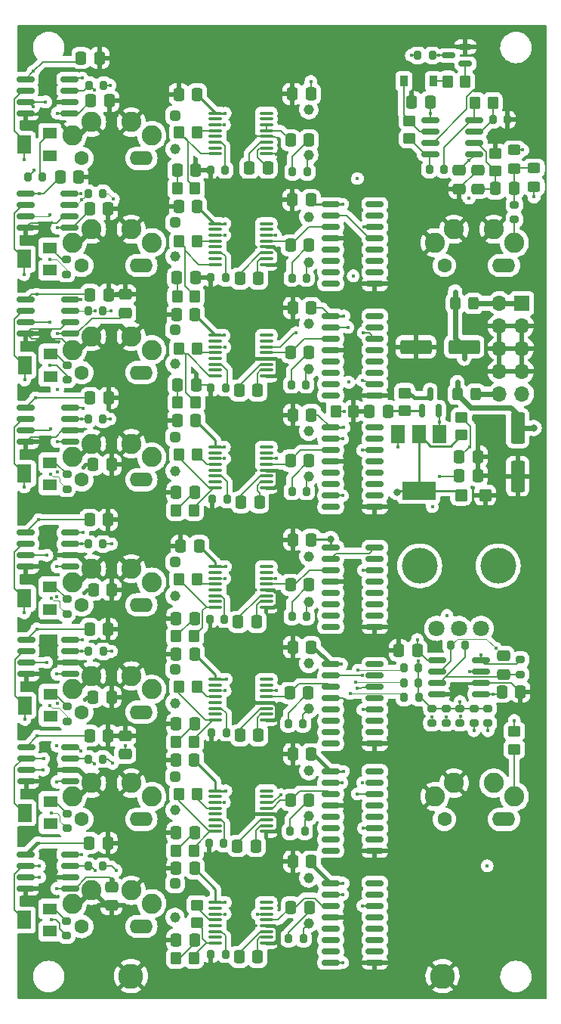
<source format=gbr>
%TF.GenerationSoftware,KiCad,Pcbnew,(6.0.1)*%
%TF.CreationDate,2023-02-18T22:08:36-08:00*%
%TF.ProjectId,pipes,70697065-732e-46b6-9963-61645f706362,rev?*%
%TF.SameCoordinates,Original*%
%TF.FileFunction,Copper,L4,Bot*%
%TF.FilePolarity,Positive*%
%FSLAX46Y46*%
G04 Gerber Fmt 4.6, Leading zero omitted, Abs format (unit mm)*
G04 Created by KiCad (PCBNEW (6.0.1)) date 2023-02-18 22:08:36*
%MOMM*%
%LPD*%
G01*
G04 APERTURE LIST*
G04 Aperture macros list*
%AMRoundRect*
0 Rectangle with rounded corners*
0 $1 Rounding radius*
0 $2 $3 $4 $5 $6 $7 $8 $9 X,Y pos of 4 corners*
0 Add a 4 corners polygon primitive as box body*
4,1,4,$2,$3,$4,$5,$6,$7,$8,$9,$2,$3,0*
0 Add four circle primitives for the rounded corners*
1,1,$1+$1,$2,$3*
1,1,$1+$1,$4,$5*
1,1,$1+$1,$6,$7*
1,1,$1+$1,$8,$9*
0 Add four rect primitives between the rounded corners*
20,1,$1+$1,$2,$3,$4,$5,0*
20,1,$1+$1,$4,$5,$6,$7,0*
20,1,$1+$1,$6,$7,$8,$9,0*
20,1,$1+$1,$8,$9,$2,$3,0*%
G04 Aperture macros list end*
%TA.AperFunction,SMDPad,CuDef*%
%ADD10R,1.500000X2.000000*%
%TD*%
%TA.AperFunction,SMDPad,CuDef*%
%ADD11R,3.800000X2.000000*%
%TD*%
%TA.AperFunction,SMDPad,CuDef*%
%ADD12RoundRect,0.250000X0.450000X-0.350000X0.450000X0.350000X-0.450000X0.350000X-0.450000X-0.350000X0*%
%TD*%
%TA.AperFunction,SMDPad,CuDef*%
%ADD13RoundRect,0.250000X-0.350000X-0.450000X0.350000X-0.450000X0.350000X0.450000X-0.350000X0.450000X0*%
%TD*%
%TA.AperFunction,ComponentPad*%
%ADD14RoundRect,0.287500X-0.287500X-0.287500X0.287500X-0.287500X0.287500X0.287500X-0.287500X0.287500X0*%
%TD*%
%TA.AperFunction,ComponentPad*%
%ADD15C,1.150000*%
%TD*%
%TA.AperFunction,WasherPad*%
%ADD16C,4.000000*%
%TD*%
%TA.AperFunction,ComponentPad*%
%ADD17C,1.800000*%
%TD*%
%TA.AperFunction,ComponentPad*%
%ADD18C,2.250000*%
%TD*%
%TA.AperFunction,ComponentPad*%
%ADD19O,2.600000X1.600000*%
%TD*%
%TA.AperFunction,ComponentPad*%
%ADD20C,1.600000*%
%TD*%
%TA.AperFunction,SMDPad,CuDef*%
%ADD21RoundRect,0.200000X-0.275000X0.200000X-0.275000X-0.200000X0.275000X-0.200000X0.275000X0.200000X0*%
%TD*%
%TA.AperFunction,SMDPad,CuDef*%
%ADD22RoundRect,0.250000X0.350000X0.450000X-0.350000X0.450000X-0.350000X-0.450000X0.350000X-0.450000X0*%
%TD*%
%TA.AperFunction,SMDPad,CuDef*%
%ADD23RoundRect,0.150000X0.587500X0.150000X-0.587500X0.150000X-0.587500X-0.150000X0.587500X-0.150000X0*%
%TD*%
%TA.AperFunction,SMDPad,CuDef*%
%ADD24RoundRect,0.200000X0.200000X0.275000X-0.200000X0.275000X-0.200000X-0.275000X0.200000X-0.275000X0*%
%TD*%
%TA.AperFunction,SMDPad,CuDef*%
%ADD25RoundRect,0.250000X0.337500X0.475000X-0.337500X0.475000X-0.337500X-0.475000X0.337500X-0.475000X0*%
%TD*%
%TA.AperFunction,SMDPad,CuDef*%
%ADD26RoundRect,0.250000X-0.337500X-0.475000X0.337500X-0.475000X0.337500X0.475000X-0.337500X0.475000X0*%
%TD*%
%TA.AperFunction,SMDPad,CuDef*%
%ADD27RoundRect,0.200000X-0.200000X-0.275000X0.200000X-0.275000X0.200000X0.275000X-0.200000X0.275000X0*%
%TD*%
%TA.AperFunction,SMDPad,CuDef*%
%ADD28R,1.600000X1.300000*%
%TD*%
%TA.AperFunction,SMDPad,CuDef*%
%ADD29R,1.600000X2.000000*%
%TD*%
%TA.AperFunction,SMDPad,CuDef*%
%ADD30RoundRect,0.250000X-0.450000X-0.425000X0.450000X-0.425000X0.450000X0.425000X-0.450000X0.425000X0*%
%TD*%
%TA.AperFunction,SMDPad,CuDef*%
%ADD31RoundRect,0.100000X0.637500X0.100000X-0.637500X0.100000X-0.637500X-0.100000X0.637500X-0.100000X0*%
%TD*%
%TA.AperFunction,SMDPad,CuDef*%
%ADD32RoundRect,0.250000X-0.450000X0.350000X-0.450000X-0.350000X0.450000X-0.350000X0.450000X0.350000X0*%
%TD*%
%TA.AperFunction,SMDPad,CuDef*%
%ADD33RoundRect,0.150000X0.825000X0.150000X-0.825000X0.150000X-0.825000X-0.150000X0.825000X-0.150000X0*%
%TD*%
%TA.AperFunction,SMDPad,CuDef*%
%ADD34RoundRect,0.250000X-0.550000X1.500000X-0.550000X-1.500000X0.550000X-1.500000X0.550000X1.500000X0*%
%TD*%
%TA.AperFunction,ComponentPad*%
%ADD35C,2.800000*%
%TD*%
%TA.AperFunction,SMDPad,CuDef*%
%ADD36RoundRect,0.150000X0.150000X-0.587500X0.150000X0.587500X-0.150000X0.587500X-0.150000X-0.587500X0*%
%TD*%
%TA.AperFunction,SMDPad,CuDef*%
%ADD37RoundRect,0.250000X-0.475000X0.337500X-0.475000X-0.337500X0.475000X-0.337500X0.475000X0.337500X0*%
%TD*%
%TA.AperFunction,SMDPad,CuDef*%
%ADD38R,0.900000X1.200000*%
%TD*%
%TA.AperFunction,SMDPad,CuDef*%
%ADD39RoundRect,0.250000X0.475000X-0.337500X0.475000X0.337500X-0.475000X0.337500X-0.475000X-0.337500X0*%
%TD*%
%TA.AperFunction,ComponentPad*%
%ADD40R,1.700000X1.700000*%
%TD*%
%TA.AperFunction,ComponentPad*%
%ADD41O,1.700000X1.700000*%
%TD*%
%TA.AperFunction,SMDPad,CuDef*%
%ADD42RoundRect,0.200000X0.275000X-0.200000X0.275000X0.200000X-0.275000X0.200000X-0.275000X-0.200000X0*%
%TD*%
%TA.AperFunction,SMDPad,CuDef*%
%ADD43RoundRect,0.250000X-0.450000X0.325000X-0.450000X-0.325000X0.450000X-0.325000X0.450000X0.325000X0*%
%TD*%
%TA.AperFunction,SMDPad,CuDef*%
%ADD44RoundRect,0.250000X0.325000X0.450000X-0.325000X0.450000X-0.325000X-0.450000X0.325000X-0.450000X0*%
%TD*%
%TA.AperFunction,SMDPad,CuDef*%
%ADD45RoundRect,0.250000X-0.325000X-0.450000X0.325000X-0.450000X0.325000X0.450000X-0.325000X0.450000X0*%
%TD*%
%TA.AperFunction,SMDPad,CuDef*%
%ADD46RoundRect,0.250000X-1.500000X-0.550000X1.500000X-0.550000X1.500000X0.550000X-1.500000X0.550000X0*%
%TD*%
%TA.AperFunction,ViaPad*%
%ADD47C,0.400000*%
%TD*%
%TA.AperFunction,ViaPad*%
%ADD48C,0.800000*%
%TD*%
%TA.AperFunction,ViaPad*%
%ADD49C,0.450000*%
%TD*%
%TA.AperFunction,Conductor*%
%ADD50C,0.400000*%
%TD*%
%TA.AperFunction,Conductor*%
%ADD51C,0.200000*%
%TD*%
%TA.AperFunction,Conductor*%
%ADD52C,0.250000*%
%TD*%
%TA.AperFunction,Conductor*%
%ADD53C,0.600000*%
%TD*%
%TA.AperFunction,Conductor*%
%ADD54C,0.100000*%
%TD*%
%TA.AperFunction,Conductor*%
%ADD55C,0.120000*%
%TD*%
G04 APERTURE END LIST*
D10*
%TO.P,U3,1,ADJ*%
%TO.N,Net-(U3-Pad1)*%
X83200000Y-86300000D03*
D11*
%TO.P,U3,2,VO*%
%TO.N,+5V*%
X85500000Y-92600000D03*
D10*
X85500000Y-86300000D03*
%TO.P,U3,3,VI*%
%TO.N,Net-(Q1-Pad1)*%
X87800000Y-86300000D03*
%TD*%
D12*
%TO.P,R70,1*%
%TO.N,+5V*%
X90300000Y-86400000D03*
%TO.P,R70,2*%
%TO.N,Net-(U3-Pad1)*%
X90300000Y-84400000D03*
%TD*%
D13*
%TO.P,R69,1*%
%TO.N,Net-(U3-Pad1)*%
X76200000Y-83700000D03*
%TO.P,R69,2*%
%TO.N,GND*%
X78200000Y-83700000D03*
%TD*%
D14*
%TO.P,U26,1,-*%
%TO.N,Net-(U26-Pad1)*%
X58170000Y-124600000D03*
D15*
%TO.P,U26,2,+*%
%TO.N,Net-(R54-Pad1)*%
X58170000Y-128400000D03*
%TO.P,U26,3*%
%TO.N,Net-(R59-Pad2)*%
X73170000Y-123960000D03*
%TO.P,U26,4*%
%TO.N,Net-(R53-Pad2)*%
X73170000Y-129040000D03*
%TD*%
D14*
%TO.P,U27,1,-*%
%TO.N,Net-(U27-Pad1)*%
X58170000Y-86600000D03*
D15*
%TO.P,U27,2,+*%
%TO.N,Net-(R56-Pad1)*%
X58170000Y-90400000D03*
%TO.P,U27,3*%
%TO.N,Net-(R60-Pad2)*%
X73170000Y-85960000D03*
%TO.P,U27,4*%
%TO.N,Net-(R55-Pad2)*%
X73170000Y-91040000D03*
%TD*%
D14*
%TO.P,U21,1,-*%
%TO.N,Net-(U21-Pad1)*%
X58170000Y-74600000D03*
D15*
%TO.P,U21,2,+*%
%TO.N,Net-(R47-Pad1)*%
X58170000Y-78400000D03*
%TO.P,U21,3*%
%TO.N,Net-(R51-Pad2)*%
X73170000Y-73960000D03*
%TO.P,U21,4*%
%TO.N,Net-(R46-Pad2)*%
X73170000Y-79040000D03*
%TD*%
D14*
%TO.P,U22,1,-*%
%TO.N,Net-(U22-Pad1)*%
X58170000Y-50600000D03*
D15*
%TO.P,U22,2,+*%
%TO.N,Net-(R49-Pad1)*%
X58170000Y-54400000D03*
%TO.P,U22,3*%
%TO.N,Net-(R52-Pad2)*%
X73170000Y-49960000D03*
%TO.P,U22,4*%
%TO.N,Net-(R48-Pad2)*%
X73170000Y-55040000D03*
%TD*%
D16*
%TO.P,RV1,*%
%TO.N,*%
X94420000Y-101030000D03*
X85620000Y-101030000D03*
D17*
%TO.P,RV1,1,1*%
%TO.N,unconnected-(RV1-Pad1)*%
X92520000Y-108030000D03*
%TO.P,RV1,2,2*%
%TO.N,Net-(R68-Pad2)*%
X90020000Y-108030000D03*
%TO.P,RV1,3,3*%
%TO.N,Net-(R10-Pad1)*%
X87520000Y-108030000D03*
%TD*%
D14*
%TO.P,U20,1,-*%
%TO.N,Net-(U20-Pad1)*%
X58170000Y-112600000D03*
D15*
%TO.P,U20,2,+*%
%TO.N,Net-(R45-Pad1)*%
X58170000Y-116400000D03*
%TO.P,U20,3*%
%TO.N,Net-(R50-Pad2)*%
X73170000Y-111960000D03*
%TO.P,U20,4*%
%TO.N,Net-(R44-Pad2)*%
X73170000Y-117040000D03*
%TD*%
D18*
%TO.P,J9,1,G*%
%TO.N,GND*%
X46670000Y-88850000D03*
%TO.P,J9,2,T*%
%TO.N,Net-(J9-Pad2)*%
X55570000Y-88850000D03*
%TO.P,J9,3,S*%
%TO.N,GND*%
X48820000Y-87350000D03*
%TO.P,J9,4,SW*%
X53270000Y-87350000D03*
D19*
%TO.P,J9,5*%
%TO.N,N/C*%
X54410000Y-91400000D03*
D20*
%TO.P,J9,6*%
X47730000Y-91400000D03*
%TD*%
D14*
%TO.P,U28,1,-*%
%TO.N,Net-(U28-Pad1)*%
X58170000Y-62600000D03*
D15*
%TO.P,U28,2,+*%
%TO.N,Net-(R58-Pad1)*%
X58170000Y-66400000D03*
%TO.P,U28,3*%
%TO.N,Net-(R61-Pad2)*%
X73170000Y-61960000D03*
%TO.P,U28,4*%
%TO.N,Net-(R57-Pad2)*%
X73170000Y-67040000D03*
%TD*%
D14*
%TO.P,U33,1,-*%
%TO.N,Net-(U33-Pad1)*%
X58170000Y-100600000D03*
D15*
%TO.P,U33,2,+*%
%TO.N,Net-(R65-Pad1)*%
X58170000Y-104400000D03*
%TO.P,U33,3*%
%TO.N,Net-(R67-Pad2)*%
X73170000Y-99960000D03*
%TO.P,U33,4*%
%TO.N,Net-(R64-Pad2)*%
X73170000Y-105040000D03*
%TD*%
D14*
%TO.P,U32,1,-*%
%TO.N,Net-(U32-Pad1)*%
X58170000Y-136600000D03*
D15*
%TO.P,U32,2,+*%
%TO.N,Net-(R63-Pad1)*%
X58170000Y-140400000D03*
%TO.P,U32,3*%
%TO.N,Net-(R66-Pad2)*%
X73170000Y-135960000D03*
%TO.P,U32,4*%
%TO.N,Net-(R62-Pad2)*%
X73170000Y-141040000D03*
%TD*%
D18*
%TO.P,J7,1,G*%
%TO.N,GND*%
X46670000Y-52850000D03*
%TO.P,J7,2,T*%
%TO.N,Net-(J7-Pad2)*%
X55570000Y-52850000D03*
%TO.P,J7,3,S*%
%TO.N,GND*%
X48820000Y-51350000D03*
%TO.P,J7,4,SW*%
X53270000Y-51350000D03*
D19*
%TO.P,J7,5*%
%TO.N,N/C*%
X54410000Y-55400000D03*
D20*
%TO.P,J7,6*%
X47730000Y-55400000D03*
%TD*%
D18*
%TO.P,J12,1,G*%
%TO.N,GND*%
X46670000Y-102850000D03*
%TO.P,J12,2,T*%
%TO.N,Net-(J12-Pad2)*%
X55570000Y-102850000D03*
%TO.P,J12,3,S*%
%TO.N,GND*%
X48820000Y-101350000D03*
%TO.P,J12,4,SW*%
X53270000Y-101350000D03*
D19*
%TO.P,J12,5*%
%TO.N,N/C*%
X54410000Y-105400000D03*
D20*
%TO.P,J12,6*%
X47730000Y-105400000D03*
%TD*%
D18*
%TO.P,J5,1,G*%
%TO.N,GND*%
X46670000Y-114850000D03*
%TO.P,J5,2,T*%
%TO.N,Net-(J5-Pad2)*%
X55570000Y-114850000D03*
%TO.P,J5,3,S*%
%TO.N,GND*%
X48820000Y-113350000D03*
%TO.P,J5,4,SW*%
X53270000Y-113350000D03*
D19*
%TO.P,J5,5*%
%TO.N,N/C*%
X54410000Y-117400000D03*
D20*
%TO.P,J5,6*%
X47730000Y-117400000D03*
%TD*%
D18*
%TO.P,J10,1,G*%
%TO.N,GND*%
X46670000Y-64850000D03*
%TO.P,J10,2,T*%
%TO.N,Net-(J10-Pad2)*%
X55570000Y-64850000D03*
%TO.P,J10,3,S*%
%TO.N,GND*%
X48820000Y-63350000D03*
%TO.P,J10,4,SW*%
X53270000Y-63350000D03*
D19*
%TO.P,J10,5*%
%TO.N,N/C*%
X54410000Y-67400000D03*
D20*
%TO.P,J10,6*%
X47730000Y-67400000D03*
%TD*%
D18*
%TO.P,J4,1,G*%
%TO.N,GND*%
X87320000Y-126850000D03*
%TO.P,J4,2,T*%
%TO.N,Net-(J4-Pad2)*%
X96220000Y-126850000D03*
%TO.P,J4,3,S*%
%TO.N,GND*%
X89470000Y-125350000D03*
%TO.P,J4,4,SW*%
%TO.N,unconnected-(J4-Pad4)*%
X93920000Y-125350000D03*
D19*
%TO.P,J4,5*%
%TO.N,N/C*%
X95060000Y-129400000D03*
D20*
%TO.P,J4,6*%
X88380000Y-129400000D03*
%TD*%
D18*
%TO.P,J11,1,G*%
%TO.N,GND*%
X46670000Y-138850000D03*
%TO.P,J11,2,T*%
%TO.N,Net-(J11-Pad2)*%
X55570000Y-138850000D03*
%TO.P,J11,3,S*%
%TO.N,GND*%
X48820000Y-137350000D03*
%TO.P,J11,4,SW*%
X53270000Y-137350000D03*
D19*
%TO.P,J11,5*%
%TO.N,N/C*%
X54410000Y-141400000D03*
D20*
%TO.P,J11,6*%
X47730000Y-141400000D03*
%TD*%
D18*
%TO.P,J1,1,G*%
%TO.N,GND*%
X87320000Y-64850000D03*
%TO.P,J1,2,T*%
%TO.N,Net-(J1-Pad2)*%
X96220000Y-64850000D03*
%TO.P,J1,3,S*%
%TO.N,GND*%
X89470000Y-63350000D03*
%TO.P,J1,4,SW*%
X93920000Y-63350000D03*
D19*
%TO.P,J1,5*%
%TO.N,N/C*%
X95060000Y-67400000D03*
D20*
%TO.P,J1,6*%
X88380000Y-67400000D03*
%TD*%
D18*
%TO.P,J8,1,G*%
%TO.N,GND*%
X46670000Y-126850000D03*
%TO.P,J8,2,T*%
%TO.N,Net-(J8-Pad2)*%
X55570000Y-126850000D03*
%TO.P,J8,3,S*%
%TO.N,GND*%
X48820000Y-125350000D03*
%TO.P,J8,4,SW*%
X53270000Y-125350000D03*
D19*
%TO.P,J8,5*%
%TO.N,N/C*%
X54410000Y-129400000D03*
D20*
%TO.P,J8,6*%
X47730000Y-129400000D03*
%TD*%
D18*
%TO.P,J6,1,G*%
%TO.N,GND*%
X46670000Y-76850000D03*
%TO.P,J6,2,T*%
%TO.N,Net-(J6-Pad2)*%
X55570000Y-76850000D03*
%TO.P,J6,3,S*%
%TO.N,GND*%
X48820000Y-75350000D03*
%TO.P,J6,4,SW*%
X53270000Y-75350000D03*
D19*
%TO.P,J6,5*%
%TO.N,N/C*%
X54410000Y-79400000D03*
D20*
%TO.P,J6,6*%
X47730000Y-79400000D03*
%TD*%
D21*
%TO.P,R66,1*%
%TO.N,Net-(R66-Pad1)*%
X46000000Y-140775000D03*
%TO.P,R66,2*%
%TO.N,Net-(R66-Pad2)*%
X46000000Y-142425000D03*
%TD*%
D22*
%TO.P,R36,1*%
%TO.N,Net-(R36-Pad1)*%
X60650000Y-126550000D03*
%TO.P,R36,2*%
%TO.N,Net-(R36-Pad2)*%
X58650000Y-126550000D03*
%TD*%
D23*
%TO.P,Q2,1,E*%
%TO.N,GND*%
X90737500Y-42930000D03*
%TO.P,Q2,2,B*%
%TO.N,Net-(Q2-Pad2)*%
X90737500Y-44830000D03*
%TO.P,Q2,3,C*%
%TO.N,Clk*%
X88862500Y-43880000D03*
%TD*%
D24*
%TO.P,R39,1*%
%TO.N,Net-(R39-Pad1)*%
X63725000Y-107000000D03*
%TO.P,R39,2*%
%TO.N,GND*%
X62075000Y-107000000D03*
%TD*%
D25*
%TO.P,C8,1*%
%TO.N,+12V*%
X85347500Y-110490000D03*
%TO.P,C8,2*%
%TO.N,GND*%
X83272500Y-110490000D03*
%TD*%
D26*
%TO.P,C28,1*%
%TO.N,Net-(C28-Pad1)*%
X65262500Y-107300000D03*
%TO.P,C28,2*%
%TO.N,Net-(C28-Pad2)*%
X67337500Y-107300000D03*
%TD*%
D25*
%TO.P,C9,1*%
%TO.N,GND*%
X96917500Y-115120000D03*
%TO.P,C9,2*%
%TO.N,-12V*%
X94842500Y-115120000D03*
%TD*%
D27*
%TO.P,R63,1*%
%TO.N,Net-(R63-Pad1)*%
X48425000Y-134650000D03*
%TO.P,R63,2*%
%TO.N,Net-(J11-Pad2)*%
X50075000Y-134650000D03*
%TD*%
D21*
%TO.P,R14,1*%
%TO.N,Net-(R10-Pad1)*%
X88570000Y-117005000D03*
%TO.P,R14,2*%
%TO.N,VCO5*%
X88570000Y-118655000D03*
%TD*%
D25*
%TO.P,C40,1*%
%TO.N,+5V*%
X60387500Y-110900000D03*
%TO.P,C40,2*%
%TO.N,GND*%
X58312500Y-110900000D03*
%TD*%
D24*
%TO.P,R30,1*%
%TO.N,Net-(R30-Pad1)*%
X63835000Y-68770000D03*
%TO.P,R30,2*%
%TO.N,GND*%
X62185000Y-68770000D03*
%TD*%
D27*
%TO.P,R47,1*%
%TO.N,Net-(R47-Pad1)*%
X48445000Y-72520000D03*
%TO.P,R47,2*%
%TO.N,Net-(J6-Pad2)*%
X50095000Y-72520000D03*
%TD*%
D22*
%TO.P,R32,1*%
%TO.N,Net-(R32-Pad1)*%
X60650000Y-88550000D03*
%TO.P,R32,2*%
%TO.N,Net-(R32-Pad2)*%
X58650000Y-88550000D03*
%TD*%
D25*
%TO.P,C57,1*%
%TO.N,GND*%
X50697500Y-61060000D03*
%TO.P,C57,2*%
%TO.N,-12V*%
X48622500Y-61060000D03*
%TD*%
D28*
%TO.P,RV7,1,CCW*%
%TO.N,Net-(R61-Pad1)*%
X44150000Y-65430000D03*
D29*
%TO.P,RV7,2,Wiper*%
%TO.N,VCO2*%
X41250000Y-66680000D03*
D28*
%TO.P,RV7,3,CW*%
%TO.N,unconnected-(RV7-Pad3)*%
X44150000Y-67930000D03*
%TD*%
D26*
%TO.P,C64,1*%
%TO.N,+12V*%
X48612500Y-108120000D03*
%TO.P,C64,2*%
%TO.N,GND*%
X50687500Y-108120000D03*
%TD*%
D24*
%TO.P,R38,1*%
%TO.N,Net-(R38-Pad1)*%
X63825000Y-144500000D03*
%TO.P,R38,2*%
%TO.N,GND*%
X62175000Y-144500000D03*
%TD*%
D21*
%TO.P,R13,1*%
%TO.N,Net-(R10-Pad1)*%
X86990000Y-117005000D03*
%TO.P,R13,2*%
%TO.N,VCO4*%
X86990000Y-118655000D03*
%TD*%
D26*
%TO.P,C52,1*%
%TO.N,F8*%
X71150000Y-139250000D03*
%TO.P,C52,2*%
%TO.N,Net-(C52-Pad2)*%
X73225000Y-139250000D03*
%TD*%
D25*
%TO.P,C36,1*%
%TO.N,+5V*%
X73467500Y-84140000D03*
%TO.P,C36,2*%
%TO.N,GND*%
X71392500Y-84140000D03*
%TD*%
D21*
%TO.P,R50,1*%
%TO.N,Net-(R50-Pad1)*%
X46100000Y-116775000D03*
%TO.P,R50,2*%
%TO.N,Net-(R50-Pad2)*%
X46100000Y-118425000D03*
%TD*%
D22*
%TO.P,R28,1*%
%TO.N,Net-(R27-Pad2)*%
X60420000Y-58770000D03*
%TO.P,R28,2*%
%TO.N,Net-(C19-Pad1)*%
X58420000Y-58770000D03*
%TD*%
D30*
%TO.P,C12,1*%
%TO.N,+5V*%
X90250000Y-93100000D03*
%TO.P,C12,2*%
%TO.N,GND*%
X92950000Y-93100000D03*
%TD*%
D26*
%TO.P,C27,1*%
%TO.N,Net-(C27-Pad1)*%
X65362500Y-144800000D03*
%TO.P,C27,2*%
%TO.N,Net-(C27-Pad2)*%
X67437500Y-144800000D03*
%TD*%
%TO.P,C10,1*%
%TO.N,Net-(Q1-Pad1)*%
X90062500Y-90900000D03*
%TO.P,C10,2*%
%TO.N,GND*%
X92137500Y-90900000D03*
%TD*%
%TO.P,C54,1*%
%TO.N,+12V*%
X47652500Y-44170000D03*
%TO.P,C54,2*%
%TO.N,GND*%
X49727500Y-44170000D03*
%TD*%
D25*
%TO.P,C1,1*%
%TO.N,Net-(C1-Pad1)*%
X82037500Y-83730000D03*
%TO.P,C1,2*%
%TO.N,GND*%
X79962500Y-83730000D03*
%TD*%
D31*
%TO.P,U10,1,PCP*%
%TO.N,unconnected-(U10-Pad1)*%
X68422500Y-87725000D03*
%TO.P,U10,2,PC1*%
%TO.N,unconnected-(U10-Pad2)*%
X68422500Y-88375000D03*
%TO.P,U10,3,RefIn*%
%TO.N,Net-(U10-Pad3)*%
X68422500Y-89025000D03*
%TO.P,U10,4,FOUT*%
%TO.N,F4*%
X68422500Y-89675000D03*
%TO.P,U10,5,Inh*%
%TO.N,GND*%
X68422500Y-90325000D03*
%TO.P,U10,6,C1*%
%TO.N,Net-(C20-Pad1)*%
X68422500Y-90975000D03*
%TO.P,U10,7,C2*%
%TO.N,Net-(C20-Pad2)*%
X68422500Y-91625000D03*
%TO.P,U10,8,VSS*%
%TO.N,GND*%
X68422500Y-92275000D03*
%TO.P,U10,9,VCOin*%
%TO.N,Net-(R32-Pad2)*%
X62697500Y-92275000D03*
%TO.P,U10,10,SFout*%
%TO.N,unconnected-(U10-Pad10)*%
X62697500Y-91625000D03*
%TO.P,U10,11,R1*%
%TO.N,Net-(R29-Pad1)*%
X62697500Y-90975000D03*
%TO.P,U10,12,R2*%
%TO.N,unconnected-(U10-Pad12)*%
X62697500Y-90325000D03*
%TO.P,U10,13,PC2*%
%TO.N,Net-(R32-Pad1)*%
X62697500Y-89675000D03*
%TO.P,U10,14,SigIn*%
%TO.N,Clk*%
X62697500Y-89025000D03*
%TO.P,U10,15,ZOUT*%
%TO.N,unconnected-(U10-Pad15)*%
X62697500Y-88375000D03*
%TO.P,U10,16,VDD*%
%TO.N,+5V*%
X62697500Y-87725000D03*
%TD*%
D32*
%TO.P,R7,1*%
%TO.N,Net-(D5-Pad2)*%
X84480000Y-51200000D03*
%TO.P,R7,2*%
%TO.N,Net-(R6-Pad1)*%
X84480000Y-53200000D03*
%TD*%
D27*
%TO.P,R65,1*%
%TO.N,Net-(R65-Pad1)*%
X48455000Y-98580000D03*
%TO.P,R65,2*%
%TO.N,Net-(J12-Pad2)*%
X50105000Y-98580000D03*
%TD*%
D25*
%TO.P,C41,1*%
%TO.N,+5V*%
X60337500Y-122750000D03*
%TO.P,C41,2*%
%TO.N,GND*%
X58262500Y-122750000D03*
%TD*%
D33*
%TO.P,U19,1,Q5*%
%TO.N,{slash}5*%
X80585000Y-98955000D03*
%TO.P,U19,2,Q1*%
%TO.N,unconnected-(U19-Pad2)*%
X80585000Y-100225000D03*
%TO.P,U19,3,Q0*%
%TO.N,Net-(U17-Pad3)*%
X80585000Y-101495000D03*
%TO.P,U19,4,Q2*%
%TO.N,unconnected-(U19-Pad4)*%
X80585000Y-102765000D03*
%TO.P,U19,5,Q6*%
%TO.N,unconnected-(U19-Pad5)*%
X80585000Y-104035000D03*
%TO.P,U19,6,Q7*%
%TO.N,unconnected-(U19-Pad6)*%
X80585000Y-105305000D03*
%TO.P,U19,7,Q3*%
%TO.N,unconnected-(U19-Pad7)*%
X80585000Y-106575000D03*
%TO.P,U19,8,VSS*%
%TO.N,GND*%
X80585000Y-107845000D03*
%TO.P,U19,9,Q8*%
%TO.N,unconnected-(U19-Pad9)*%
X75635000Y-107845000D03*
%TO.P,U19,10,Q4*%
%TO.N,unconnected-(U19-Pad10)*%
X75635000Y-106575000D03*
%TO.P,U19,11,Q9*%
%TO.N,unconnected-(U19-Pad11)*%
X75635000Y-105305000D03*
%TO.P,U19,12,Cout*%
%TO.N,unconnected-(U19-Pad12)*%
X75635000Y-104035000D03*
%TO.P,U19,13,CKEN*%
%TO.N,GND*%
X75635000Y-102765000D03*
%TO.P,U19,14,CLK*%
%TO.N,F5*%
X75635000Y-101495000D03*
%TO.P,U19,15,Reset*%
%TO.N,{slash}5*%
X75635000Y-100225000D03*
%TO.P,U19,16,VDD*%
%TO.N,+5V*%
X75635000Y-98955000D03*
%TD*%
D24*
%TO.P,R29,1*%
%TO.N,Net-(R29-Pad1)*%
X64025000Y-93600000D03*
%TO.P,R29,2*%
%TO.N,GND*%
X62375000Y-93600000D03*
%TD*%
D31*
%TO.P,U17,1,PCP*%
%TO.N,unconnected-(U17-Pad1)*%
X68422500Y-101125000D03*
%TO.P,U17,2,PC1*%
%TO.N,unconnected-(U17-Pad2)*%
X68422500Y-101775000D03*
%TO.P,U17,3,RefIn*%
%TO.N,Net-(U17-Pad3)*%
X68422500Y-102425000D03*
%TO.P,U17,4,FOUT*%
%TO.N,F5*%
X68422500Y-103075000D03*
%TO.P,U17,5,Inh*%
%TO.N,GND*%
X68422500Y-103725000D03*
%TO.P,U17,6,C1*%
%TO.N,Net-(C28-Pad1)*%
X68422500Y-104375000D03*
%TO.P,U17,7,C2*%
%TO.N,Net-(C28-Pad2)*%
X68422500Y-105025000D03*
%TO.P,U17,8,VSS*%
%TO.N,GND*%
X68422500Y-105675000D03*
%TO.P,U17,9,VCOin*%
%TO.N,Net-(R42-Pad2)*%
X62697500Y-105675000D03*
%TO.P,U17,10,SFout*%
%TO.N,unconnected-(U17-Pad10)*%
X62697500Y-105025000D03*
%TO.P,U17,11,R1*%
%TO.N,Net-(R39-Pad1)*%
X62697500Y-104375000D03*
%TO.P,U17,12,R2*%
%TO.N,unconnected-(U17-Pad12)*%
X62697500Y-103725000D03*
%TO.P,U17,13,PC2*%
%TO.N,Net-(R42-Pad1)*%
X62697500Y-103075000D03*
%TO.P,U17,14,SigIn*%
%TO.N,Clk*%
X62697500Y-102425000D03*
%TO.P,U17,15,ZOUT*%
%TO.N,unconnected-(U17-Pad15)*%
X62697500Y-101775000D03*
%TO.P,U17,16,VDD*%
%TO.N,+5V*%
X62697500Y-101125000D03*
%TD*%
D25*
%TO.P,C23,1*%
%TO.N,Net-(C23-Pad1)*%
X60387500Y-92800000D03*
%TO.P,C23,2*%
%TO.N,GND*%
X58312500Y-92800000D03*
%TD*%
D24*
%TO.P,R20,1*%
%TO.N,Net-(R20-Pad1)*%
X63925000Y-119700000D03*
%TO.P,R20,2*%
%TO.N,GND*%
X62275000Y-119700000D03*
%TD*%
D34*
%TO.P,C3,1*%
%TO.N,+12V*%
X96600000Y-85600000D03*
%TO.P,C3,2*%
%TO.N,GND*%
X96600000Y-91000000D03*
%TD*%
D35*
%TO.P,TP1,1,1*%
%TO.N,GND*%
X88170000Y-146950000D03*
%TD*%
D22*
%TO.P,R43,1*%
%TO.N,Net-(R42-Pad2)*%
X60300000Y-108900000D03*
%TO.P,R43,2*%
%TO.N,Net-(C38-Pad1)*%
X58300000Y-108900000D03*
%TD*%
D25*
%TO.P,C42,1*%
%TO.N,+5V*%
X73447500Y-110140000D03*
%TO.P,C42,2*%
%TO.N,GND*%
X71372500Y-110140000D03*
%TD*%
D26*
%TO.P,C56,1*%
%TO.N,+12V*%
X45292500Y-57530000D03*
%TO.P,C56,2*%
%TO.N,GND*%
X47367500Y-57530000D03*
%TD*%
D28*
%TO.P,RV9,1,CCW*%
%TO.N,Net-(R67-Pad1)*%
X44170000Y-103390000D03*
D29*
%TO.P,RV9,2,Wiper*%
%TO.N,VCO5*%
X41270000Y-104640000D03*
D28*
%TO.P,RV9,3,CW*%
%TO.N,unconnected-(RV9-Pad3)*%
X44170000Y-105890000D03*
%TD*%
D31*
%TO.P,U12,1,PCP*%
%TO.N,unconnected-(U12-Pad1)*%
X68422500Y-126205000D03*
%TO.P,U12,2,PC1*%
%TO.N,unconnected-(U12-Pad2)*%
X68422500Y-126855000D03*
%TO.P,U12,3,RefIn*%
%TO.N,Net-(U12-Pad3)*%
X68422500Y-127505000D03*
%TO.P,U12,4,FOUT*%
%TO.N,F7*%
X68422500Y-128155000D03*
%TO.P,U12,5,Inh*%
%TO.N,GND*%
X68422500Y-128805000D03*
%TO.P,U12,6,C1*%
%TO.N,Net-(C22-Pad1)*%
X68422500Y-129455000D03*
%TO.P,U12,7,C2*%
%TO.N,Net-(C22-Pad2)*%
X68422500Y-130105000D03*
%TO.P,U12,8,VSS*%
%TO.N,GND*%
X68422500Y-130755000D03*
%TO.P,U12,9,VCOin*%
%TO.N,Net-(R36-Pad2)*%
X62697500Y-130755000D03*
%TO.P,U12,10,SFout*%
%TO.N,unconnected-(U12-Pad10)*%
X62697500Y-130105000D03*
%TO.P,U12,11,R1*%
%TO.N,Net-(R31-Pad1)*%
X62697500Y-129455000D03*
%TO.P,U12,12,R2*%
%TO.N,unconnected-(U12-Pad12)*%
X62697500Y-128805000D03*
%TO.P,U12,13,PC2*%
%TO.N,Net-(R36-Pad1)*%
X62697500Y-128155000D03*
%TO.P,U12,14,SigIn*%
%TO.N,Clk*%
X62697500Y-127505000D03*
%TO.P,U12,15,ZOUT*%
%TO.N,unconnected-(U12-Pad15)*%
X62697500Y-126855000D03*
%TO.P,U12,16,VDD*%
%TO.N,+5V*%
X62697500Y-126205000D03*
%TD*%
D25*
%TO.P,C26,1*%
%TO.N,+5V*%
X60657500Y-48230000D03*
%TO.P,C26,2*%
%TO.N,GND*%
X58582500Y-48230000D03*
%TD*%
%TO.P,C61,1*%
%TO.N,GND*%
X51070000Y-89700000D03*
%TO.P,C61,2*%
%TO.N,-12V*%
X48995000Y-89700000D03*
%TD*%
D26*
%TO.P,C15,1*%
%TO.N,Net-(C15-Pad1)*%
X65362500Y-81400000D03*
%TO.P,C15,2*%
%TO.N,Net-(C15-Pad2)*%
X67437500Y-81400000D03*
%TD*%
D27*
%TO.P,R46,1*%
%TO.N,Net-(C47-Pad2)*%
X71225000Y-80750000D03*
%TO.P,R46,2*%
%TO.N,Net-(R46-Pad2)*%
X72875000Y-80750000D03*
%TD*%
D22*
%TO.P,R41,1*%
%TO.N,Net-(R40-Pad2)*%
X60300000Y-144950000D03*
%TO.P,R41,2*%
%TO.N,Net-(C37-Pad1)*%
X58300000Y-144950000D03*
%TD*%
D26*
%TO.P,C20,1*%
%TO.N,Net-(C20-Pad1)*%
X65562500Y-93900000D03*
%TO.P,C20,2*%
%TO.N,Net-(C20-Pad2)*%
X67637500Y-93900000D03*
%TD*%
D36*
%TO.P,Q1,1,E*%
%TO.N,Net-(Q1-Pad1)*%
X87740000Y-83687500D03*
%TO.P,Q1,2,B*%
%TO.N,Net-(C1-Pad1)*%
X85840000Y-83687500D03*
%TO.P,Q1,3,C*%
%TO.N,+12V*%
X86790000Y-81812500D03*
%TD*%
D32*
%TO.P,R19,1*%
%TO.N,Net-(C13-Pad1)*%
X96220000Y-119560000D03*
%TO.P,R19,2*%
%TO.N,Net-(J4-Pad2)*%
X96220000Y-121560000D03*
%TD*%
D31*
%TO.P,U4,1,PCP*%
%TO.N,unconnected-(U4-Pad1)*%
X68422500Y-113725000D03*
%TO.P,U4,2,PC1*%
%TO.N,unconnected-(U4-Pad2)*%
X68422500Y-114375000D03*
%TO.P,U4,3,RefIn*%
%TO.N,Net-(U4-Pad3)*%
X68422500Y-115025000D03*
%TO.P,U4,4,FOUT*%
%TO.N,F6*%
X68422500Y-115675000D03*
%TO.P,U4,5,Inh*%
%TO.N,GND*%
X68422500Y-116325000D03*
%TO.P,U4,6,C1*%
%TO.N,Net-(C14-Pad1)*%
X68422500Y-116975000D03*
%TO.P,U4,7,C2*%
%TO.N,Net-(C14-Pad2)*%
X68422500Y-117625000D03*
%TO.P,U4,8,VSS*%
%TO.N,GND*%
X68422500Y-118275000D03*
%TO.P,U4,9,VCOin*%
%TO.N,Net-(R23-Pad2)*%
X62697500Y-118275000D03*
%TO.P,U4,10,SFout*%
%TO.N,unconnected-(U4-Pad10)*%
X62697500Y-117625000D03*
%TO.P,U4,11,R1*%
%TO.N,Net-(R20-Pad1)*%
X62697500Y-116975000D03*
%TO.P,U4,12,R2*%
%TO.N,unconnected-(U4-Pad12)*%
X62697500Y-116325000D03*
%TO.P,U4,13,PC2*%
%TO.N,Net-(R23-Pad1)*%
X62697500Y-115675000D03*
%TO.P,U4,14,SigIn*%
%TO.N,Clk*%
X62697500Y-115025000D03*
%TO.P,U4,15,ZOUT*%
%TO.N,unconnected-(U4-Pad15)*%
X62697500Y-114375000D03*
%TO.P,U4,16,VDD*%
%TO.N,+5V*%
X62697500Y-113725000D03*
%TD*%
D37*
%TO.P,C59,1*%
%TO.N,GND*%
X52600000Y-70635000D03*
%TO.P,C59,2*%
%TO.N,-12V*%
X52600000Y-72710000D03*
%TD*%
D38*
%TO.P,D5,1,K*%
%TO.N,Net-(D5-Pad1)*%
X87137500Y-46780000D03*
%TO.P,D5,2,A*%
%TO.N,Net-(D5-Pad2)*%
X83837500Y-46780000D03*
%TD*%
D24*
%TO.P,R21,1*%
%TO.N,Net-(R21-Pad1)*%
X63825000Y-81100000D03*
%TO.P,R21,2*%
%TO.N,GND*%
X62175000Y-81100000D03*
%TD*%
D25*
%TO.P,C31,1*%
%TO.N,+5V*%
X60407500Y-72890000D03*
%TO.P,C31,2*%
%TO.N,GND*%
X58332500Y-72890000D03*
%TD*%
%TO.P,C55,1*%
%TO.N,GND*%
X50807500Y-48980000D03*
%TO.P,C55,2*%
%TO.N,-12V*%
X48732500Y-48980000D03*
%TD*%
D26*
%TO.P,C48,1*%
%TO.N,F1*%
X71122500Y-53380000D03*
%TO.P,C48,2*%
%TO.N,Net-(C48-Pad2)*%
X73197500Y-53380000D03*
%TD*%
D27*
%TO.P,R53,1*%
%TO.N,Net-(C49-Pad2)*%
X71075000Y-130750000D03*
%TO.P,R53,2*%
%TO.N,Net-(R53-Pad2)*%
X72725000Y-130750000D03*
%TD*%
D12*
%TO.P,R1,1*%
%TO.N,Net-(C1-Pad1)*%
X83930000Y-83670000D03*
%TO.P,R1,2*%
%TO.N,+12V*%
X83930000Y-81670000D03*
%TD*%
D21*
%TO.P,R59,1*%
%TO.N,Net-(R59-Pad1)*%
X46050000Y-128775000D03*
%TO.P,R59,2*%
%TO.N,Net-(R59-Pad2)*%
X46050000Y-130425000D03*
%TD*%
D33*
%TO.P,U31,1*%
%TO.N,Net-(U28-Pad1)*%
X46375000Y-59355000D03*
%TO.P,U31,2,-*%
%TO.N,Net-(R58-Pad1)*%
X46375000Y-60625000D03*
%TO.P,U31,3,+*%
%TO.N,GND*%
X46375000Y-61895000D03*
%TO.P,U31,4,V-*%
%TO.N,-12V*%
X46375000Y-63165000D03*
%TO.P,U31,5,+*%
%TO.N,GND*%
X41425000Y-63165000D03*
%TO.P,U31,6,-*%
%TO.N,Net-(R61-Pad2)*%
X41425000Y-61895000D03*
%TO.P,U31,7*%
%TO.N,VCO2*%
X41425000Y-60625000D03*
%TO.P,U31,8,V+*%
%TO.N,+12V*%
X41425000Y-59355000D03*
%TD*%
D27*
%TO.P,R45,1*%
%TO.N,Net-(R45-Pad1)*%
X48475000Y-110600000D03*
%TO.P,R45,2*%
%TO.N,Net-(J5-Pad2)*%
X50125000Y-110600000D03*
%TD*%
D21*
%TO.P,R2,1*%
%TO.N,Net-(C5-Pad1)*%
X96220000Y-60595000D03*
%TO.P,R2,2*%
%TO.N,Net-(J1-Pad2)*%
X96220000Y-62245000D03*
%TD*%
D28*
%TO.P,RV8,1,CCW*%
%TO.N,Net-(R66-Pad1)*%
X44160000Y-139420000D03*
D29*
%TO.P,RV8,2,Wiper*%
%TO.N,VCO8*%
X41260000Y-140670000D03*
D28*
%TO.P,RV8,3,CW*%
%TO.N,unconnected-(RV8-Pad3)*%
X44160000Y-141920000D03*
%TD*%
D24*
%TO.P,R12,1*%
%TO.N,Net-(R10-Pad1)*%
X85505000Y-115750000D03*
%TO.P,R12,2*%
%TO.N,VCO3*%
X83855000Y-115750000D03*
%TD*%
%TO.P,R22,1*%
%TO.N,Net-(R22-Pad1)*%
X63795000Y-56710000D03*
%TO.P,R22,2*%
%TO.N,GND*%
X62145000Y-56710000D03*
%TD*%
D22*
%TO.P,R26,1*%
%TO.N,Net-(R25-Pad2)*%
X60450000Y-82750000D03*
%TO.P,R26,2*%
%TO.N,Net-(C18-Pad1)*%
X58450000Y-82750000D03*
%TD*%
D26*
%TO.P,C14,1*%
%TO.N,Net-(C14-Pad1)*%
X65462500Y-120000000D03*
%TO.P,C14,2*%
%TO.N,Net-(C14-Pad2)*%
X67537500Y-120000000D03*
%TD*%
D35*
%TO.P,TP2,1,1*%
%TO.N,GND*%
X53230000Y-146950000D03*
%TD*%
D33*
%TO.P,U13,1,Q5*%
%TO.N,unconnected-(U13-Pad1)*%
X80585000Y-85555000D03*
%TO.P,U13,2,Q1*%
%TO.N,unconnected-(U13-Pad2)*%
X80585000Y-86825000D03*
%TO.P,U13,3,Q0*%
%TO.N,Net-(U10-Pad3)*%
X80585000Y-88095000D03*
%TO.P,U13,4,Q2*%
%TO.N,unconnected-(U13-Pad4)*%
X80585000Y-89365000D03*
%TO.P,U13,5,Q6*%
%TO.N,unconnected-(U13-Pad5)*%
X80585000Y-90635000D03*
%TO.P,U13,6,Q7*%
%TO.N,unconnected-(U13-Pad6)*%
X80585000Y-91905000D03*
%TO.P,U13,7,Q3*%
%TO.N,unconnected-(U13-Pad7)*%
X80585000Y-93175000D03*
%TO.P,U13,8,VSS*%
%TO.N,GND*%
X80585000Y-94445000D03*
%TO.P,U13,9,Q8*%
%TO.N,unconnected-(U13-Pad9)*%
X75635000Y-94445000D03*
%TO.P,U13,10,Q4*%
%TO.N,{slash}4*%
X75635000Y-93175000D03*
%TO.P,U13,11,Q9*%
%TO.N,unconnected-(U13-Pad11)*%
X75635000Y-91905000D03*
%TO.P,U13,12,Cout*%
%TO.N,unconnected-(U13-Pad12)*%
X75635000Y-90635000D03*
%TO.P,U13,13,CKEN*%
%TO.N,GND*%
X75635000Y-89365000D03*
%TO.P,U13,14,CLK*%
%TO.N,F4*%
X75635000Y-88095000D03*
%TO.P,U13,15,Reset*%
%TO.N,{slash}4*%
X75635000Y-86825000D03*
%TO.P,U13,16,VDD*%
%TO.N,+5V*%
X75635000Y-85555000D03*
%TD*%
D27*
%TO.P,R49,1*%
%TO.N,Net-(R49-Pad1)*%
X48535000Y-47210000D03*
%TO.P,R49,2*%
%TO.N,Net-(J7-Pad2)*%
X50185000Y-47210000D03*
%TD*%
D33*
%TO.P,U30,1*%
%TO.N,Net-(U27-Pad1)*%
X46405000Y-83335000D03*
%TO.P,U30,2,-*%
%TO.N,Net-(R56-Pad1)*%
X46405000Y-84605000D03*
%TO.P,U30,3,+*%
%TO.N,GND*%
X46405000Y-85875000D03*
%TO.P,U30,4,V-*%
%TO.N,-12V*%
X46405000Y-87145000D03*
%TO.P,U30,5,+*%
%TO.N,GND*%
X41455000Y-87145000D03*
%TO.P,U30,6,-*%
%TO.N,Net-(R60-Pad2)*%
X41455000Y-85875000D03*
%TO.P,U30,7*%
%TO.N,VCO4*%
X41455000Y-84605000D03*
%TO.P,U30,8,V+*%
%TO.N,+12V*%
X41455000Y-83335000D03*
%TD*%
D12*
%TO.P,R3,1*%
%TO.N,Net-(C11-Pad2)*%
X94110000Y-56840000D03*
%TO.P,R3,2*%
%TO.N,GND*%
X94110000Y-54840000D03*
%TD*%
D28*
%TO.P,RV6,1,CCW*%
%TO.N,Net-(R60-Pad1)*%
X44180000Y-89460000D03*
D29*
%TO.P,RV6,2,Wiper*%
%TO.N,VCO4*%
X41280000Y-90710000D03*
D28*
%TO.P,RV6,3,CW*%
%TO.N,unconnected-(RV6-Pad3)*%
X44180000Y-91960000D03*
%TD*%
D25*
%TO.P,C44,1*%
%TO.N,+5V*%
X60387500Y-134900000D03*
%TO.P,C44,2*%
%TO.N,GND*%
X58312500Y-134900000D03*
%TD*%
D26*
%TO.P,C62,1*%
%TO.N,+12V*%
X48592500Y-95870000D03*
%TO.P,C62,2*%
%TO.N,GND*%
X50667500Y-95870000D03*
%TD*%
D27*
%TO.P,R62,1*%
%TO.N,Net-(C52-Pad2)*%
X70925000Y-142750000D03*
%TO.P,R62,2*%
%TO.N,Net-(R62-Pad2)*%
X72575000Y-142750000D03*
%TD*%
D32*
%TO.P,R40,1*%
%TO.N,Net-(R40-Pad1)*%
X60650000Y-139000000D03*
%TO.P,R40,2*%
%TO.N,Net-(R40-Pad2)*%
X60650000Y-141000000D03*
%TD*%
D22*
%TO.P,R34,1*%
%TO.N,Net-(R34-Pad1)*%
X60650000Y-64700000D03*
%TO.P,R34,2*%
%TO.N,Net-(R34-Pad2)*%
X58650000Y-64700000D03*
%TD*%
D27*
%TO.P,R44,1*%
%TO.N,Net-(C46-Pad2)*%
X70875000Y-118700000D03*
%TO.P,R44,2*%
%TO.N,Net-(R44-Pad2)*%
X72525000Y-118700000D03*
%TD*%
D22*
%TO.P,R8,1*%
%TO.N,Net-(Q2-Pad2)*%
X90730000Y-46800000D03*
%TO.P,R8,2*%
%TO.N,Net-(D5-Pad1)*%
X88730000Y-46800000D03*
%TD*%
D33*
%TO.P,U18,1,Q5*%
%TO.N,unconnected-(U18-Pad1)*%
X80585000Y-136535000D03*
%TO.P,U18,2,Q1*%
%TO.N,unconnected-(U18-Pad2)*%
X80585000Y-137805000D03*
%TO.P,U18,3,Q0*%
%TO.N,Net-(U16-Pad3)*%
X80585000Y-139075000D03*
%TO.P,U18,4,Q2*%
%TO.N,unconnected-(U18-Pad4)*%
X80585000Y-140345000D03*
%TO.P,U18,5,Q6*%
%TO.N,unconnected-(U18-Pad5)*%
X80585000Y-141615000D03*
%TO.P,U18,6,Q7*%
%TO.N,unconnected-(U18-Pad6)*%
X80585000Y-142885000D03*
%TO.P,U18,7,Q3*%
%TO.N,unconnected-(U18-Pad7)*%
X80585000Y-144155000D03*
%TO.P,U18,8,VSS*%
%TO.N,GND*%
X80585000Y-145425000D03*
%TO.P,U18,9,Q8*%
%TO.N,{slash}8*%
X75635000Y-145425000D03*
%TO.P,U18,10,Q4*%
%TO.N,unconnected-(U18-Pad10)*%
X75635000Y-144155000D03*
%TO.P,U18,11,Q9*%
%TO.N,unconnected-(U18-Pad11)*%
X75635000Y-142885000D03*
%TO.P,U18,12,Cout*%
%TO.N,unconnected-(U18-Pad12)*%
X75635000Y-141615000D03*
%TO.P,U18,13,CKEN*%
%TO.N,GND*%
X75635000Y-140345000D03*
%TO.P,U18,14,CLK*%
%TO.N,F8*%
X75635000Y-139075000D03*
%TO.P,U18,15,Reset*%
%TO.N,{slash}8*%
X75635000Y-137805000D03*
%TO.P,U18,16,VDD*%
%TO.N,+5V*%
X75635000Y-136535000D03*
%TD*%
D22*
%TO.P,R27,1*%
%TO.N,Net-(R27-Pad1)*%
X60650000Y-52500000D03*
%TO.P,R27,2*%
%TO.N,Net-(R27-Pad2)*%
X58650000Y-52500000D03*
%TD*%
D26*
%TO.P,C58,1*%
%TO.N,+12V*%
X48642500Y-70680000D03*
%TO.P,C58,2*%
%TO.N,GND*%
X50717500Y-70680000D03*
%TD*%
D39*
%TO.P,C7,1*%
%TO.N,GND*%
X90060000Y-58827500D03*
%TO.P,C7,2*%
%TO.N,-12V*%
X90060000Y-56752500D03*
%TD*%
D25*
%TO.P,C65,1*%
%TO.N,GND*%
X51057500Y-115710000D03*
%TO.P,C65,2*%
%TO.N,-12V*%
X48982500Y-115710000D03*
%TD*%
D26*
%TO.P,C60,1*%
%TO.N,+12V*%
X48662500Y-82240000D03*
%TO.P,C60,2*%
%TO.N,GND*%
X50737500Y-82240000D03*
%TD*%
D37*
%TO.P,C11,1*%
%TO.N,GND*%
X92110000Y-56742500D03*
%TO.P,C11,2*%
%TO.N,Net-(C11-Pad2)*%
X92110000Y-58817500D03*
%TD*%
D40*
%TO.P,J2,1,Pin_1*%
%TO.N,Net-(D3-Pad1)*%
X97085000Y-71635000D03*
D41*
%TO.P,J2,2,Pin_2*%
X94545000Y-71635000D03*
%TO.P,J2,3,Pin_3*%
%TO.N,GND*%
X97085000Y-74175000D03*
%TO.P,J2,4,Pin_4*%
X94545000Y-74175000D03*
%TO.P,J2,5,Pin_5*%
X97085000Y-76715000D03*
%TO.P,J2,6,Pin_6*%
X94545000Y-76715000D03*
%TO.P,J2,7,Pin_7*%
X97085000Y-79255000D03*
%TO.P,J2,8,Pin_8*%
X94545000Y-79255000D03*
%TO.P,J2,9,Pin_9*%
%TO.N,Net-(D4-Pad2)*%
X97085000Y-81795000D03*
%TO.P,J2,10,Pin_10*%
X94545000Y-81795000D03*
%TD*%
D25*
%TO.P,C6,1*%
%TO.N,+12V*%
X86780000Y-49110000D03*
%TO.P,C6,2*%
%TO.N,GND*%
X84705000Y-49110000D03*
%TD*%
D27*
%TO.P,R18,1*%
%TO.N,Net-(C13-Pad1)*%
X89095000Y-109930000D03*
%TO.P,R18,2*%
%TO.N,Net-(C13-Pad2)*%
X90745000Y-109930000D03*
%TD*%
D28*
%TO.P,RV4,1,CCW*%
%TO.N,Net-(R52-Pad1)*%
X44140000Y-52610000D03*
D29*
%TO.P,RV4,2,Wiper*%
%TO.N,VCO1*%
X41240000Y-53860000D03*
D28*
%TO.P,RV4,3,CW*%
%TO.N,unconnected-(RV4-Pad3)*%
X44140000Y-55110000D03*
%TD*%
D25*
%TO.P,C25,1*%
%TO.N,Net-(C25-Pad1)*%
X60387500Y-130900000D03*
%TO.P,C25,2*%
%TO.N,GND*%
X58312500Y-130900000D03*
%TD*%
%TO.P,C63,1*%
%TO.N,GND*%
X51087500Y-103710000D03*
%TO.P,C63,2*%
%TO.N,-12V*%
X49012500Y-103710000D03*
%TD*%
%TO.P,C29,1*%
%TO.N,+5V*%
X73407500Y-48190000D03*
%TO.P,C29,2*%
%TO.N,GND*%
X71332500Y-48190000D03*
%TD*%
D27*
%TO.P,R55,1*%
%TO.N,Net-(C50-Pad2)*%
X71275000Y-92700000D03*
%TO.P,R55,2*%
%TO.N,Net-(R55-Pad2)*%
X72925000Y-92700000D03*
%TD*%
D33*
%TO.P,U14,1,Q5*%
%TO.N,unconnected-(U14-Pad1)*%
X80585000Y-124035000D03*
%TO.P,U14,2,Q1*%
%TO.N,unconnected-(U14-Pad2)*%
X80585000Y-125305000D03*
%TO.P,U14,3,Q0*%
%TO.N,Net-(U12-Pad3)*%
X80585000Y-126575000D03*
%TO.P,U14,4,Q2*%
%TO.N,unconnected-(U14-Pad4)*%
X80585000Y-127845000D03*
%TO.P,U14,5,Q6*%
%TO.N,unconnected-(U14-Pad5)*%
X80585000Y-129115000D03*
%TO.P,U14,6,Q7*%
%TO.N,{slash}7*%
X80585000Y-130385000D03*
%TO.P,U14,7,Q3*%
%TO.N,unconnected-(U14-Pad7)*%
X80585000Y-131655000D03*
%TO.P,U14,8,VSS*%
%TO.N,GND*%
X80585000Y-132925000D03*
%TO.P,U14,9,Q8*%
%TO.N,unconnected-(U14-Pad9)*%
X75635000Y-132925000D03*
%TO.P,U14,10,Q4*%
%TO.N,unconnected-(U14-Pad10)*%
X75635000Y-131655000D03*
%TO.P,U14,11,Q9*%
%TO.N,unconnected-(U14-Pad11)*%
X75635000Y-130385000D03*
%TO.P,U14,12,Cout*%
%TO.N,unconnected-(U14-Pad12)*%
X75635000Y-129115000D03*
%TO.P,U14,13,CKEN*%
%TO.N,GND*%
X75635000Y-127845000D03*
%TO.P,U14,14,CLK*%
%TO.N,F7*%
X75635000Y-126575000D03*
%TO.P,U14,15,Reset*%
%TO.N,{slash}7*%
X75635000Y-125305000D03*
%TO.P,U14,16,VDD*%
%TO.N,+5V*%
X75635000Y-124035000D03*
%TD*%
D28*
%TO.P,RV5,1,CCW*%
%TO.N,Net-(R59-Pad1)*%
X44210000Y-127420000D03*
D29*
%TO.P,RV5,2,Wiper*%
%TO.N,VCO7*%
X41310000Y-128670000D03*
D28*
%TO.P,RV5,3,CW*%
%TO.N,unconnected-(RV5-Pad3)*%
X44210000Y-129920000D03*
%TD*%
D26*
%TO.P,C50,1*%
%TO.N,F4*%
X71112500Y-89250000D03*
%TO.P,C50,2*%
%TO.N,Net-(C50-Pad2)*%
X73187500Y-89250000D03*
%TD*%
%TO.P,C18,1*%
%TO.N,Net-(C18-Pad1)*%
X58462500Y-80750000D03*
%TO.P,C18,2*%
%TO.N,GND*%
X60537500Y-80750000D03*
%TD*%
%TO.P,C49,1*%
%TO.N,F7*%
X71112500Y-127250000D03*
%TO.P,C49,2*%
%TO.N,Net-(C49-Pad2)*%
X73187500Y-127250000D03*
%TD*%
D27*
%TO.P,R48,1*%
%TO.N,Net-(C48-Pad2)*%
X71355000Y-56910000D03*
%TO.P,R48,2*%
%TO.N,Net-(R48-Pad2)*%
X73005000Y-56910000D03*
%TD*%
D25*
%TO.P,C38,1*%
%TO.N,Net-(C38-Pad1)*%
X60387500Y-106900000D03*
%TO.P,C38,2*%
%TO.N,GND*%
X58312500Y-106900000D03*
%TD*%
D33*
%TO.P,U1,1*%
%TO.N,Net-(R5-Pad1)*%
X91725000Y-51105000D03*
%TO.P,U1,2,-*%
%TO.N,Net-(R4-Pad2)*%
X91725000Y-52375000D03*
%TO.P,U1,3,+*%
%TO.N,Net-(C11-Pad2)*%
X91725000Y-53645000D03*
%TO.P,U1,4,V-*%
%TO.N,-12V*%
X91725000Y-54915000D03*
%TO.P,U1,5,+*%
%TO.N,Net-(R6-Pad1)*%
X86775000Y-54915000D03*
%TO.P,U1,6,-*%
%TO.N,GND*%
X86775000Y-53645000D03*
%TO.P,U1,7*%
%TO.N,Net-(D5-Pad2)*%
X86775000Y-52375000D03*
%TO.P,U1,8,V+*%
%TO.N,+12V*%
X86775000Y-51105000D03*
%TD*%
D25*
%TO.P,C33,1*%
%TO.N,+5V*%
X60487500Y-84750000D03*
%TO.P,C33,2*%
%TO.N,GND*%
X58412500Y-84750000D03*
%TD*%
D26*
%TO.P,C66,1*%
%TO.N,+12V*%
X48592500Y-120050000D03*
%TO.P,C66,2*%
%TO.N,GND*%
X50667500Y-120050000D03*
%TD*%
%TO.P,C19,1*%
%TO.N,Net-(C19-Pad1)*%
X58412500Y-56720000D03*
%TO.P,C19,2*%
%TO.N,GND*%
X60487500Y-56720000D03*
%TD*%
D27*
%TO.P,R54,1*%
%TO.N,Net-(R54-Pad1)*%
X48425000Y-122650000D03*
%TO.P,R54,2*%
%TO.N,Net-(J8-Pad2)*%
X50075000Y-122650000D03*
%TD*%
D31*
%TO.P,U5,1,PCP*%
%TO.N,unconnected-(U5-Pad1)*%
X68422500Y-75225000D03*
%TO.P,U5,2,PC1*%
%TO.N,unconnected-(U5-Pad2)*%
X68422500Y-75875000D03*
%TO.P,U5,3,RefIn*%
%TO.N,Net-(U5-Pad3)*%
X68422500Y-76525000D03*
%TO.P,U5,4,FOUT*%
%TO.N,F3*%
X68422500Y-77175000D03*
%TO.P,U5,5,Inh*%
%TO.N,GND*%
X68422500Y-77825000D03*
%TO.P,U5,6,C1*%
%TO.N,Net-(C15-Pad1)*%
X68422500Y-78475000D03*
%TO.P,U5,7,C2*%
%TO.N,Net-(C15-Pad2)*%
X68422500Y-79125000D03*
%TO.P,U5,8,VSS*%
%TO.N,GND*%
X68422500Y-79775000D03*
%TO.P,U5,9,VCOin*%
%TO.N,Net-(R25-Pad2)*%
X62697500Y-79775000D03*
%TO.P,U5,10,SFout*%
%TO.N,unconnected-(U5-Pad10)*%
X62697500Y-79125000D03*
%TO.P,U5,11,R1*%
%TO.N,Net-(R21-Pad1)*%
X62697500Y-78475000D03*
%TO.P,U5,12,R2*%
%TO.N,unconnected-(U5-Pad12)*%
X62697500Y-77825000D03*
%TO.P,U5,13,PC2*%
%TO.N,Net-(R25-Pad1)*%
X62697500Y-77175000D03*
%TO.P,U5,14,SigIn*%
%TO.N,Clk*%
X62697500Y-76525000D03*
%TO.P,U5,15,ZOUT*%
%TO.N,unconnected-(U5-Pad15)*%
X62697500Y-75875000D03*
%TO.P,U5,16,VDD*%
%TO.N,+5V*%
X62697500Y-75225000D03*
%TD*%
D25*
%TO.P,C45,1*%
%TO.N,+5V*%
X73457500Y-134130000D03*
%TO.P,C45,2*%
%TO.N,GND*%
X71382500Y-134130000D03*
%TD*%
D26*
%TO.P,C21,1*%
%TO.N,Net-(C21-Pad1)*%
X65442500Y-68860000D03*
%TO.P,C21,2*%
%TO.N,Net-(C21-Pad2)*%
X67517500Y-68860000D03*
%TD*%
D27*
%TO.P,R57,1*%
%TO.N,Net-(C51-Pad2)*%
X71275000Y-68800000D03*
%TO.P,R57,2*%
%TO.N,Net-(R57-Pad2)*%
X72925000Y-68800000D03*
%TD*%
D26*
%TO.P,C51,1*%
%TO.N,F2*%
X71122500Y-65140000D03*
%TO.P,C51,2*%
%TO.N,Net-(C51-Pad2)*%
X73197500Y-65140000D03*
%TD*%
D25*
%TO.P,C34,1*%
%TO.N,+5V*%
X73467500Y-72160000D03*
%TO.P,C34,2*%
%TO.N,GND*%
X71392500Y-72160000D03*
%TD*%
D26*
%TO.P,C22,1*%
%TO.N,Net-(C22-Pad1)*%
X65162500Y-132400000D03*
%TO.P,C22,2*%
%TO.N,Net-(C22-Pad2)*%
X67237500Y-132400000D03*
%TD*%
D22*
%TO.P,R35,1*%
%TO.N,Net-(R34-Pad2)*%
X60410000Y-70850000D03*
%TO.P,R35,2*%
%TO.N,Net-(C24-Pad1)*%
X58410000Y-70850000D03*
%TD*%
D26*
%TO.P,C24,1*%
%TO.N,Net-(C24-Pad1)*%
X58392500Y-68790000D03*
%TO.P,C24,2*%
%TO.N,GND*%
X60467500Y-68790000D03*
%TD*%
D22*
%TO.P,R42,1*%
%TO.N,Net-(R42-Pad1)*%
X60650000Y-102550000D03*
%TO.P,R42,2*%
%TO.N,Net-(R42-Pad2)*%
X58650000Y-102550000D03*
%TD*%
D42*
%TO.P,R68,1*%
%TO.N,Net-(C13-Pad2)*%
X96900000Y-113175000D03*
%TO.P,R68,2*%
%TO.N,Net-(R68-Pad2)*%
X96900000Y-111525000D03*
%TD*%
D24*
%TO.P,R11,1*%
%TO.N,Net-(R10-Pad1)*%
X85495000Y-114100000D03*
%TO.P,R11,2*%
%TO.N,VCO2*%
X83845000Y-114100000D03*
%TD*%
D22*
%TO.P,R33,1*%
%TO.N,Net-(R32-Pad2)*%
X60300000Y-94800000D03*
%TO.P,R33,2*%
%TO.N,Net-(C23-Pad1)*%
X58300000Y-94800000D03*
%TD*%
D24*
%TO.P,R4,1*%
%TO.N,GND*%
X95465000Y-51070000D03*
%TO.P,R4,2*%
%TO.N,Net-(R4-Pad2)*%
X93815000Y-51070000D03*
%TD*%
D25*
%TO.P,C30,1*%
%TO.N,+5V*%
X60657500Y-60810000D03*
%TO.P,C30,2*%
%TO.N,GND*%
X58582500Y-60810000D03*
%TD*%
D21*
%TO.P,R51,1*%
%TO.N,Net-(R51-Pad1)*%
X46060000Y-78575000D03*
%TO.P,R51,2*%
%TO.N,Net-(R51-Pad2)*%
X46060000Y-80225000D03*
%TD*%
D31*
%TO.P,U6,1,PCP*%
%TO.N,unconnected-(U6-Pad1)*%
X68422500Y-50345000D03*
%TO.P,U6,2,PC1*%
%TO.N,unconnected-(U6-Pad2)*%
X68422500Y-50995000D03*
%TO.P,U6,3,RefIn*%
%TO.N,F1*%
X68422500Y-51645000D03*
%TO.P,U6,4,FOUT*%
X68422500Y-52295000D03*
%TO.P,U6,5,Inh*%
%TO.N,GND*%
X68422500Y-52945000D03*
%TO.P,U6,6,C1*%
%TO.N,Net-(C16-Pad1)*%
X68422500Y-53595000D03*
%TO.P,U6,7,C2*%
%TO.N,Net-(C16-Pad2)*%
X68422500Y-54245000D03*
%TO.P,U6,8,VSS*%
%TO.N,GND*%
X68422500Y-54895000D03*
%TO.P,U6,9,VCOin*%
%TO.N,Net-(R27-Pad2)*%
X62697500Y-54895000D03*
%TO.P,U6,10,SFout*%
%TO.N,unconnected-(U6-Pad10)*%
X62697500Y-54245000D03*
%TO.P,U6,11,R1*%
%TO.N,Net-(R22-Pad1)*%
X62697500Y-53595000D03*
%TO.P,U6,12,R2*%
%TO.N,unconnected-(U6-Pad12)*%
X62697500Y-52945000D03*
%TO.P,U6,13,PC2*%
%TO.N,Net-(R27-Pad1)*%
X62697500Y-52295000D03*
%TO.P,U6,14,SigIn*%
%TO.N,Clk*%
X62697500Y-51645000D03*
%TO.P,U6,15,ZOUT*%
%TO.N,unconnected-(U6-Pad15)*%
X62697500Y-50995000D03*
%TO.P,U6,16,VDD*%
%TO.N,+5V*%
X62697500Y-50345000D03*
%TD*%
D33*
%TO.P,U25,1*%
%TO.N,Net-(U22-Pad1)*%
X46375000Y-46545000D03*
%TO.P,U25,2,-*%
%TO.N,Net-(R49-Pad1)*%
X46375000Y-47815000D03*
%TO.P,U25,3,+*%
%TO.N,GND*%
X46375000Y-49085000D03*
%TO.P,U25,4,V-*%
%TO.N,-12V*%
X46375000Y-50355000D03*
%TO.P,U25,5,+*%
%TO.N,GND*%
X41425000Y-50355000D03*
%TO.P,U25,6,-*%
%TO.N,Net-(R52-Pad2)*%
X41425000Y-49085000D03*
%TO.P,U25,7*%
%TO.N,VCO1*%
X41425000Y-47815000D03*
%TO.P,U25,8,V+*%
%TO.N,+12V*%
X41425000Y-46545000D03*
%TD*%
D43*
%TO.P,D2,1,K*%
%TO.N,Net-(C5-Pad1)*%
X98430000Y-56507500D03*
%TO.P,D2,2,A*%
%TO.N,-12V*%
X98430000Y-58557500D03*
%TD*%
D27*
%TO.P,R9,1*%
%TO.N,+5V*%
X85385000Y-43880000D03*
%TO.P,R9,2*%
%TO.N,Clk*%
X87035000Y-43880000D03*
%TD*%
D33*
%TO.P,U29,1*%
%TO.N,Net-(U26-Pad1)*%
X46425000Y-121355000D03*
%TO.P,U29,2,-*%
%TO.N,Net-(R54-Pad1)*%
X46425000Y-122625000D03*
%TO.P,U29,3,+*%
%TO.N,GND*%
X46425000Y-123895000D03*
%TO.P,U29,4,V-*%
%TO.N,-12V*%
X46425000Y-125165000D03*
%TO.P,U29,5,+*%
%TO.N,GND*%
X41475000Y-125165000D03*
%TO.P,U29,6,-*%
%TO.N,Net-(R59-Pad2)*%
X41475000Y-123895000D03*
%TO.P,U29,7*%
%TO.N,VCO7*%
X41475000Y-122625000D03*
%TO.P,U29,8,V+*%
%TO.N,+12V*%
X41475000Y-121355000D03*
%TD*%
D31*
%TO.P,U11,1,PCP*%
%TO.N,unconnected-(U11-Pad1)*%
X68422500Y-62725000D03*
%TO.P,U11,2,PC1*%
%TO.N,unconnected-(U11-Pad2)*%
X68422500Y-63375000D03*
%TO.P,U11,3,RefIn*%
%TO.N,Net-(U11-Pad3)*%
X68422500Y-64025000D03*
%TO.P,U11,4,FOUT*%
%TO.N,F2*%
X68422500Y-64675000D03*
%TO.P,U11,5,Inh*%
%TO.N,GND*%
X68422500Y-65325000D03*
%TO.P,U11,6,C1*%
%TO.N,Net-(C21-Pad1)*%
X68422500Y-65975000D03*
%TO.P,U11,7,C2*%
%TO.N,Net-(C21-Pad2)*%
X68422500Y-66625000D03*
%TO.P,U11,8,VSS*%
%TO.N,GND*%
X68422500Y-67275000D03*
%TO.P,U11,9,VCOin*%
%TO.N,Net-(R34-Pad2)*%
X62697500Y-67275000D03*
%TO.P,U11,10,SFout*%
%TO.N,unconnected-(U11-Pad10)*%
X62697500Y-66625000D03*
%TO.P,U11,11,R1*%
%TO.N,Net-(R30-Pad1)*%
X62697500Y-65975000D03*
%TO.P,U11,12,R2*%
%TO.N,unconnected-(U11-Pad12)*%
X62697500Y-65325000D03*
%TO.P,U11,13,PC2*%
%TO.N,Net-(R34-Pad1)*%
X62697500Y-64675000D03*
%TO.P,U11,14,SigIn*%
%TO.N,Clk*%
X62697500Y-64025000D03*
%TO.P,U11,15,ZOUT*%
%TO.N,unconnected-(U11-Pad15)*%
X62697500Y-63375000D03*
%TO.P,U11,16,VDD*%
%TO.N,+5V*%
X62697500Y-62725000D03*
%TD*%
D21*
%TO.P,R67,1*%
%TO.N,Net-(R67-Pad1)*%
X46050000Y-104775000D03*
%TO.P,R67,2*%
%TO.N,Net-(R67-Pad2)*%
X46050000Y-106425000D03*
%TD*%
D22*
%TO.P,R23,1*%
%TO.N,Net-(R23-Pad1)*%
X60650000Y-114550000D03*
%TO.P,R23,2*%
%TO.N,Net-(R23-Pad2)*%
X58650000Y-114550000D03*
%TD*%
D26*
%TO.P,C2,2*%
%TO.N,GND*%
X92137500Y-88800000D03*
%TO.P,C2,1*%
%TO.N,Net-(U3-Pad1)*%
X90062500Y-88800000D03*
%TD*%
D25*
%TO.P,C17,1*%
%TO.N,Net-(C17-Pad1)*%
X60387500Y-118750000D03*
%TO.P,C17,2*%
%TO.N,GND*%
X58312500Y-118750000D03*
%TD*%
D31*
%TO.P,U16,1,PCP*%
%TO.N,unconnected-(U16-Pad1)*%
X68422500Y-138705000D03*
%TO.P,U16,2,PC1*%
%TO.N,unconnected-(U16-Pad2)*%
X68422500Y-139355000D03*
%TO.P,U16,3,RefIn*%
%TO.N,Net-(U16-Pad3)*%
X68422500Y-140005000D03*
%TO.P,U16,4,FOUT*%
%TO.N,F8*%
X68422500Y-140655000D03*
%TO.P,U16,5,Inh*%
%TO.N,GND*%
X68422500Y-141305000D03*
%TO.P,U16,6,C1*%
%TO.N,Net-(C27-Pad1)*%
X68422500Y-141955000D03*
%TO.P,U16,7,C2*%
%TO.N,Net-(C27-Pad2)*%
X68422500Y-142605000D03*
%TO.P,U16,8,VSS*%
%TO.N,GND*%
X68422500Y-143255000D03*
%TO.P,U16,9,VCOin*%
%TO.N,Net-(R40-Pad2)*%
X62697500Y-143255000D03*
%TO.P,U16,10,SFout*%
%TO.N,unconnected-(U16-Pad10)*%
X62697500Y-142605000D03*
%TO.P,U16,11,R1*%
%TO.N,Net-(R38-Pad1)*%
X62697500Y-141955000D03*
%TO.P,U16,12,R2*%
%TO.N,unconnected-(U16-Pad12)*%
X62697500Y-141305000D03*
%TO.P,U16,13,PC2*%
%TO.N,Net-(R40-Pad1)*%
X62697500Y-140655000D03*
%TO.P,U16,14,SigIn*%
%TO.N,Clk*%
X62697500Y-140005000D03*
%TO.P,U16,15,ZOUT*%
%TO.N,unconnected-(U16-Pad15)*%
X62697500Y-139355000D03*
%TO.P,U16,16,VDD*%
%TO.N,+5V*%
X62697500Y-138705000D03*
%TD*%
D26*
%TO.P,C16,1*%
%TO.N,Net-(C16-Pad1)*%
X66502500Y-56460000D03*
%TO.P,C16,2*%
%TO.N,Net-(C16-Pad2)*%
X68577500Y-56460000D03*
%TD*%
D28*
%TO.P,RV2,1,CCW*%
%TO.N,Net-(R50-Pad1)*%
X44220000Y-115400000D03*
D29*
%TO.P,RV2,2,Wiper*%
%TO.N,VCO6*%
X41320000Y-116650000D03*
D28*
%TO.P,RV2,3,CW*%
%TO.N,unconnected-(RV2-Pad3)*%
X44220000Y-117900000D03*
%TD*%
D37*
%TO.P,C67,1*%
%TO.N,GND*%
X52600000Y-120042500D03*
%TO.P,C67,2*%
%TO.N,-12V*%
X52600000Y-122117500D03*
%TD*%
D25*
%TO.P,C39,1*%
%TO.N,+5V*%
X73467500Y-98110000D03*
%TO.P,C39,2*%
%TO.N,GND*%
X71392500Y-98110000D03*
%TD*%
D22*
%TO.P,R37,1*%
%TO.N,Net-(R36-Pad2)*%
X60300000Y-132900000D03*
%TO.P,R37,2*%
%TO.N,Net-(C25-Pad1)*%
X58300000Y-132900000D03*
%TD*%
D33*
%TO.P,U8,1,Q5*%
%TO.N,unconnected-(U8-Pad1)*%
X80585000Y-73055000D03*
%TO.P,U8,2,Q1*%
%TO.N,unconnected-(U8-Pad2)*%
X80585000Y-74325000D03*
%TO.P,U8,3,Q0*%
%TO.N,Net-(U5-Pad3)*%
X80585000Y-75595000D03*
%TO.P,U8,4,Q2*%
%TO.N,unconnected-(U8-Pad4)*%
X80585000Y-76865000D03*
%TO.P,U8,5,Q6*%
%TO.N,unconnected-(U8-Pad5)*%
X80585000Y-78135000D03*
%TO.P,U8,6,Q7*%
%TO.N,unconnected-(U8-Pad6)*%
X80585000Y-79405000D03*
%TO.P,U8,7,Q3*%
%TO.N,{slash}3*%
X80585000Y-80675000D03*
%TO.P,U8,8,VSS*%
%TO.N,GND*%
X80585000Y-81945000D03*
%TO.P,U8,9,Q8*%
%TO.N,unconnected-(U8-Pad9)*%
X75635000Y-81945000D03*
%TO.P,U8,10,Q4*%
%TO.N,unconnected-(U8-Pad10)*%
X75635000Y-80675000D03*
%TO.P,U8,11,Q9*%
%TO.N,unconnected-(U8-Pad11)*%
X75635000Y-79405000D03*
%TO.P,U8,12,Cout*%
%TO.N,unconnected-(U8-Pad12)*%
X75635000Y-78135000D03*
%TO.P,U8,13,CKEN*%
%TO.N,GND*%
X75635000Y-76865000D03*
%TO.P,U8,14,CLK*%
%TO.N,F3*%
X75635000Y-75595000D03*
%TO.P,U8,15,Reset*%
%TO.N,{slash}3*%
X75635000Y-74325000D03*
%TO.P,U8,16,VDD*%
%TO.N,+5V*%
X75635000Y-73055000D03*
%TD*%
D26*
%TO.P,C47,1*%
%TO.N,F3*%
X71142500Y-77120000D03*
%TO.P,C47,2*%
%TO.N,Net-(C47-Pad2)*%
X73217500Y-77120000D03*
%TD*%
D25*
%TO.P,C5,1*%
%TO.N,Net-(C5-Pad1)*%
X96187500Y-58800000D03*
%TO.P,C5,2*%
%TO.N,Net-(C11-Pad2)*%
X94112500Y-58800000D03*
%TD*%
D22*
%TO.P,R25,1*%
%TO.N,Net-(R25-Pad1)*%
X60650000Y-76700000D03*
%TO.P,R25,2*%
%TO.N,Net-(R25-Pad2)*%
X58650000Y-76700000D03*
%TD*%
D24*
%TO.P,R52,1*%
%TO.N,Net-(R52-Pad1)*%
X43315000Y-57520000D03*
%TO.P,R52,2*%
%TO.N,Net-(R52-Pad2)*%
X41665000Y-57520000D03*
%TD*%
D21*
%TO.P,R16,1*%
%TO.N,Net-(R10-Pad1)*%
X91700000Y-116995000D03*
%TO.P,R16,2*%
%TO.N,VCO7*%
X91700000Y-118645000D03*
%TD*%
D27*
%TO.P,R58,1*%
%TO.N,Net-(R58-Pad1)*%
X48435000Y-59320000D03*
%TO.P,R58,2*%
%TO.N,Net-(J10-Pad2)*%
X50085000Y-59320000D03*
%TD*%
D24*
%TO.P,R10,1*%
%TO.N,Net-(R10-Pad1)*%
X85495000Y-112410000D03*
%TO.P,R10,2*%
%TO.N,VCO1*%
X83845000Y-112410000D03*
%TD*%
D25*
%TO.P,C43,1*%
%TO.N,+5V*%
X73467500Y-122110000D03*
%TO.P,C43,2*%
%TO.N,GND*%
X71392500Y-122110000D03*
%TD*%
D33*
%TO.P,U24,1*%
%TO.N,Net-(U21-Pad1)*%
X46417000Y-71247000D03*
%TO.P,U24,2,-*%
%TO.N,Net-(R47-Pad1)*%
X46417000Y-72517000D03*
%TO.P,U24,3,+*%
%TO.N,GND*%
X46417000Y-73787000D03*
%TO.P,U24,4,V-*%
%TO.N,-12V*%
X46417000Y-75057000D03*
%TO.P,U24,5,+*%
%TO.N,GND*%
X41467000Y-75057000D03*
%TO.P,U24,6,-*%
%TO.N,Net-(R51-Pad2)*%
X41467000Y-73787000D03*
%TO.P,U24,7*%
%TO.N,VCO3*%
X41467000Y-72517000D03*
%TO.P,U24,8,V+*%
%TO.N,+12V*%
X41467000Y-71247000D03*
%TD*%
D39*
%TO.P,C69,1*%
%TO.N,GND*%
X51050000Y-139037500D03*
%TO.P,C69,2*%
%TO.N,-12V*%
X51050000Y-136962500D03*
%TD*%
D21*
%TO.P,R17,1*%
%TO.N,Net-(R10-Pad1)*%
X93280000Y-116995000D03*
%TO.P,R17,2*%
%TO.N,VCO8*%
X93280000Y-118645000D03*
%TD*%
D44*
%TO.P,D3,1,K*%
%TO.N,Net-(D3-Pad1)*%
X91642500Y-71650000D03*
%TO.P,D3,2,A*%
%TO.N,-12V*%
X89592500Y-71650000D03*
%TD*%
D25*
%TO.P,C37,1*%
%TO.N,Net-(C37-Pad1)*%
X60387500Y-142910000D03*
%TO.P,C37,2*%
%TO.N,GND*%
X58312500Y-142910000D03*
%TD*%
D13*
%TO.P,R5,1*%
%TO.N,Net-(R5-Pad1)*%
X91810000Y-49180000D03*
%TO.P,R5,2*%
%TO.N,Net-(R4-Pad2)*%
X93810000Y-49180000D03*
%TD*%
D21*
%TO.P,R60,1*%
%TO.N,Net-(R60-Pad1)*%
X46050000Y-90775000D03*
%TO.P,R60,2*%
%TO.N,Net-(R60-Pad2)*%
X46050000Y-92425000D03*
%TD*%
D24*
%TO.P,R31,1*%
%TO.N,Net-(R31-Pad1)*%
X63625000Y-132100000D03*
%TO.P,R31,2*%
%TO.N,GND*%
X61975000Y-132100000D03*
%TD*%
D21*
%TO.P,R61,1*%
%TO.N,Net-(R61-Pad1)*%
X45974000Y-66739000D03*
%TO.P,R61,2*%
%TO.N,Net-(R61-Pad2)*%
X45974000Y-68389000D03*
%TD*%
D26*
%TO.P,C46,1*%
%TO.N,F6*%
X71062500Y-115250000D03*
%TO.P,C46,2*%
%TO.N,Net-(C46-Pad2)*%
X73137500Y-115250000D03*
%TD*%
D25*
%TO.P,C35,1*%
%TO.N,+5V*%
X60887500Y-98800000D03*
%TO.P,C35,2*%
%TO.N,GND*%
X58812500Y-98800000D03*
%TD*%
D45*
%TO.P,D4,1,K*%
%TO.N,+12V*%
X89827500Y-81810000D03*
%TO.P,D4,2,A*%
%TO.N,Net-(D4-Pad2)*%
X91877500Y-81810000D03*
%TD*%
D33*
%TO.P,U7,1,Q5*%
%TO.N,unconnected-(U7-Pad1)*%
X80585000Y-112055000D03*
%TO.P,U7,2,Q1*%
%TO.N,unconnected-(U7-Pad2)*%
X80585000Y-113325000D03*
%TO.P,U7,3,Q0*%
%TO.N,Net-(U4-Pad3)*%
X80585000Y-114595000D03*
%TO.P,U7,4,Q2*%
%TO.N,unconnected-(U7-Pad4)*%
X80585000Y-115865000D03*
%TO.P,U7,5,Q6*%
%TO.N,{slash}6*%
X80585000Y-117135000D03*
%TO.P,U7,6,Q7*%
%TO.N,unconnected-(U7-Pad6)*%
X80585000Y-118405000D03*
%TO.P,U7,7,Q3*%
%TO.N,unconnected-(U7-Pad7)*%
X80585000Y-119675000D03*
%TO.P,U7,8,VSS*%
%TO.N,GND*%
X80585000Y-120945000D03*
%TO.P,U7,9,Q8*%
%TO.N,unconnected-(U7-Pad9)*%
X75635000Y-120945000D03*
%TO.P,U7,10,Q4*%
%TO.N,unconnected-(U7-Pad10)*%
X75635000Y-119675000D03*
%TO.P,U7,11,Q9*%
%TO.N,unconnected-(U7-Pad11)*%
X75635000Y-118405000D03*
%TO.P,U7,12,Cout*%
%TO.N,unconnected-(U7-Pad12)*%
X75635000Y-117135000D03*
%TO.P,U7,13,CKEN*%
%TO.N,GND*%
X75635000Y-115865000D03*
%TO.P,U7,14,CLK*%
%TO.N,F6*%
X75635000Y-114595000D03*
%TO.P,U7,15,Reset*%
%TO.N,{slash}6*%
X75635000Y-113325000D03*
%TO.P,U7,16,VDD*%
%TO.N,+5V*%
X75635000Y-112055000D03*
%TD*%
%TO.P,U35,1*%
%TO.N,Net-(U33-Pad1)*%
X46405000Y-97315000D03*
%TO.P,U35,2,-*%
%TO.N,Net-(R65-Pad1)*%
X46405000Y-98585000D03*
%TO.P,U35,3,+*%
%TO.N,GND*%
X46405000Y-99855000D03*
%TO.P,U35,4,V-*%
%TO.N,-12V*%
X46405000Y-101125000D03*
%TO.P,U35,5,+*%
%TO.N,GND*%
X41455000Y-101125000D03*
%TO.P,U35,6,-*%
%TO.N,Net-(R67-Pad2)*%
X41455000Y-99855000D03*
%TO.P,U35,7*%
%TO.N,VCO5*%
X41455000Y-98585000D03*
%TO.P,U35,8,V+*%
%TO.N,+12V*%
X41455000Y-97315000D03*
%TD*%
D27*
%TO.P,R64,1*%
%TO.N,Net-(C53-Pad2)*%
X71275000Y-106700000D03*
%TO.P,R64,2*%
%TO.N,Net-(R64-Pad2)*%
X72925000Y-106700000D03*
%TD*%
D33*
%TO.P,U34,1*%
%TO.N,Net-(U32-Pad1)*%
X46385000Y-133345000D03*
%TO.P,U34,2,-*%
%TO.N,Net-(R63-Pad1)*%
X46385000Y-134615000D03*
%TO.P,U34,3,+*%
%TO.N,GND*%
X46385000Y-135885000D03*
%TO.P,U34,4,V-*%
%TO.N,-12V*%
X46385000Y-137155000D03*
%TO.P,U34,5,+*%
%TO.N,GND*%
X41435000Y-137155000D03*
%TO.P,U34,6,-*%
%TO.N,Net-(R66-Pad2)*%
X41435000Y-135885000D03*
%TO.P,U34,7*%
%TO.N,VCO8*%
X41435000Y-134615000D03*
%TO.P,U34,8,V+*%
%TO.N,+12V*%
X41435000Y-133345000D03*
%TD*%
D26*
%TO.P,C68,1*%
%TO.N,+12V*%
X48552500Y-132050000D03*
%TO.P,C68,2*%
%TO.N,GND*%
X50627500Y-132050000D03*
%TD*%
D37*
%TO.P,C13,1*%
%TO.N,Net-(C13-Pad1)*%
X95010000Y-111102500D03*
%TO.P,C13,2*%
%TO.N,Net-(C13-Pad2)*%
X95010000Y-113177500D03*
%TD*%
D46*
%TO.P,C4,1*%
%TO.N,GND*%
X85200000Y-76510000D03*
%TO.P,C4,2*%
%TO.N,-12V*%
X90600000Y-76510000D03*
%TD*%
D33*
%TO.P,U2,1*%
%TO.N,Net-(R68-Pad2)*%
X92485000Y-111595000D03*
%TO.P,U2,2,-*%
%TO.N,Net-(R10-Pad1)*%
X92485000Y-112865000D03*
%TO.P,U2,3,+*%
%TO.N,GND*%
X92485000Y-114135000D03*
%TO.P,U2,4,V-*%
%TO.N,-12V*%
X92485000Y-115405000D03*
%TO.P,U2,5,+*%
%TO.N,GND*%
X87535000Y-115405000D03*
%TO.P,U2,6,-*%
%TO.N,Net-(C13-Pad2)*%
X87535000Y-114135000D03*
%TO.P,U2,7*%
%TO.N,Net-(C13-Pad1)*%
X87535000Y-112865000D03*
%TO.P,U2,8,V+*%
%TO.N,+12V*%
X87535000Y-111595000D03*
%TD*%
D21*
%TO.P,R15,1*%
%TO.N,Net-(R10-Pad1)*%
X90140000Y-117005000D03*
%TO.P,R15,2*%
%TO.N,VCO6*%
X90140000Y-118655000D03*
%TD*%
D26*
%TO.P,C53,1*%
%TO.N,F5*%
X71112500Y-103150000D03*
%TO.P,C53,2*%
%TO.N,Net-(C53-Pad2)*%
X73187500Y-103150000D03*
%TD*%
D22*
%TO.P,R24,1*%
%TO.N,Net-(R23-Pad2)*%
X60300000Y-120750000D03*
%TO.P,R24,2*%
%TO.N,Net-(C17-Pad1)*%
X58300000Y-120750000D03*
%TD*%
D28*
%TO.P,RV3,1,CCW*%
%TO.N,Net-(R51-Pad1)*%
X44210000Y-77320000D03*
D29*
%TO.P,RV3,2,Wiper*%
%TO.N,VCO3*%
X41310000Y-78570000D03*
D28*
%TO.P,RV3,3,CW*%
%TO.N,unconnected-(RV3-Pad3)*%
X44210000Y-79820000D03*
%TD*%
D33*
%TO.P,U15,1,Q5*%
%TO.N,unconnected-(U15-Pad1)*%
X80585000Y-60555000D03*
%TO.P,U15,2,Q1*%
%TO.N,unconnected-(U15-Pad2)*%
X80585000Y-61825000D03*
%TO.P,U15,3,Q0*%
%TO.N,Net-(U11-Pad3)*%
X80585000Y-63095000D03*
%TO.P,U15,4,Q2*%
%TO.N,{slash}2*%
X80585000Y-64365000D03*
%TO.P,U15,5,Q6*%
%TO.N,unconnected-(U15-Pad5)*%
X80585000Y-65635000D03*
%TO.P,U15,6,Q7*%
%TO.N,unconnected-(U15-Pad6)*%
X80585000Y-66905000D03*
%TO.P,U15,7,Q3*%
%TO.N,unconnected-(U15-Pad7)*%
X80585000Y-68175000D03*
%TO.P,U15,8,VSS*%
%TO.N,GND*%
X80585000Y-69445000D03*
%TO.P,U15,9,Q8*%
%TO.N,unconnected-(U15-Pad9)*%
X75635000Y-69445000D03*
%TO.P,U15,10,Q4*%
%TO.N,unconnected-(U15-Pad10)*%
X75635000Y-68175000D03*
%TO.P,U15,11,Q9*%
%TO.N,unconnected-(U15-Pad11)*%
X75635000Y-66905000D03*
%TO.P,U15,12,Cout*%
%TO.N,unconnected-(U15-Pad12)*%
X75635000Y-65635000D03*
%TO.P,U15,13,CKEN*%
%TO.N,GND*%
X75635000Y-64365000D03*
%TO.P,U15,14,CLK*%
%TO.N,F2*%
X75635000Y-63095000D03*
%TO.P,U15,15,Reset*%
%TO.N,{slash}2*%
X75635000Y-61825000D03*
%TO.P,U15,16,VDD*%
%TO.N,+5V*%
X75635000Y-60555000D03*
%TD*%
%TO.P,U23,1*%
%TO.N,Net-(U20-Pad1)*%
X46445000Y-109315000D03*
%TO.P,U23,2,-*%
%TO.N,Net-(R45-Pad1)*%
X46445000Y-110585000D03*
%TO.P,U23,3,+*%
%TO.N,GND*%
X46445000Y-111855000D03*
%TO.P,U23,4,V-*%
%TO.N,-12V*%
X46445000Y-113125000D03*
%TO.P,U23,5,+*%
%TO.N,GND*%
X41495000Y-113125000D03*
%TO.P,U23,6,-*%
%TO.N,Net-(R50-Pad2)*%
X41495000Y-111855000D03*
%TO.P,U23,7*%
%TO.N,VCO6*%
X41495000Y-110585000D03*
%TO.P,U23,8,V+*%
%TO.N,+12V*%
X41495000Y-109315000D03*
%TD*%
D27*
%TO.P,R6,1*%
%TO.N,Net-(R6-Pad1)*%
X86685000Y-56650000D03*
%TO.P,R6,2*%
%TO.N,Net-(R5-Pad1)*%
X88335000Y-56650000D03*
%TD*%
D43*
%TO.P,D1,1,K*%
%TO.N,+12V*%
X96190000Y-54480000D03*
%TO.P,D1,2,A*%
%TO.N,Net-(C5-Pad1)*%
X96190000Y-56530000D03*
%TD*%
D25*
%TO.P,C32,1*%
%TO.N,+5V*%
X73407500Y-60060000D03*
%TO.P,C32,2*%
%TO.N,GND*%
X71332500Y-60060000D03*
%TD*%
D27*
%TO.P,R56,1*%
%TO.N,Net-(R56-Pad1)*%
X48455000Y-84590000D03*
%TO.P,R56,2*%
%TO.N,Net-(J9-Pad2)*%
X50105000Y-84590000D03*
%TD*%
D47*
%TO.N,Net-(J7-Pad2)*%
X50890000Y-47210000D03*
%TO.N,Net-(U22-Pad1)*%
X47764520Y-46435480D03*
%TO.N,Net-(U3-Pad1)*%
X83200000Y-87700000D03*
X91181250Y-87681250D03*
X77200000Y-83700000D03*
%TO.N,Net-(Q1-Pad1)*%
X87800000Y-91000000D03*
X87800000Y-84900000D03*
D48*
%TO.N,+12V*%
X98400000Y-85600000D03*
D49*
X42692520Y-70647480D03*
X42295000Y-45675000D03*
X42740000Y-120090000D03*
X89827500Y-80447500D03*
X86775000Y-50415000D03*
X42900000Y-95870000D03*
D47*
X85347500Y-109277500D03*
D49*
X42690000Y-108120000D03*
X97170000Y-54480000D03*
X42860000Y-132050000D03*
D47*
X85660000Y-82240000D03*
D49*
X42550000Y-82240000D03*
X42985000Y-59355000D03*
%TO.N,-12V*%
X44980000Y-75060000D03*
X44940000Y-101130000D03*
X91151250Y-59848750D03*
X44980000Y-81310000D03*
X89592500Y-70327500D03*
D47*
X47860000Y-89990000D03*
X44940000Y-104470000D03*
D49*
X90600000Y-77820000D03*
X91151250Y-55661250D03*
X44950000Y-87110000D03*
D47*
X44940000Y-121180000D03*
X44960000Y-116460000D03*
D49*
X93845000Y-115405000D03*
D47*
X44950000Y-90530000D03*
X52600000Y-121170000D03*
X48010000Y-116030000D03*
D49*
X44940000Y-113130000D03*
X44985000Y-50355000D03*
X44940000Y-125220000D03*
X44940000Y-137160000D03*
X44985000Y-63185000D03*
D47*
X47950000Y-104030000D03*
D49*
X98430000Y-59730000D03*
D47*
%TO.N,+5V*%
X73407500Y-46802500D03*
X77115000Y-73055000D03*
X76850000Y-112040000D03*
X63720000Y-87740000D03*
X63815000Y-138705000D03*
X77030000Y-136550000D03*
D48*
X75640000Y-98030000D03*
D47*
X63835000Y-101125000D03*
X77115000Y-85555000D03*
X84670000Y-43880000D03*
X63885000Y-126205000D03*
X63925000Y-113725000D03*
X76995000Y-60555000D03*
X63805000Y-50345000D03*
X77075000Y-124035000D03*
X63675000Y-75225000D03*
D48*
X83050000Y-92760000D03*
D47*
X63785000Y-62725000D03*
%TO.N,Net-(C13-Pad1)*%
X96220000Y-118350000D03*
X94173750Y-110266250D03*
%TO.N,Net-(J5-Pad2)*%
X51050000Y-110600000D03*
%TO.N,Net-(J6-Pad2)*%
X50970000Y-72520000D03*
%TO.N,Net-(J8-Pad2)*%
X51150000Y-123150000D03*
%TO.N,Net-(J9-Pad2)*%
X50900000Y-84590000D03*
%TO.N,Net-(J10-Pad2)*%
X51270000Y-59960000D03*
%TO.N,Net-(J11-Pad2)*%
X51580000Y-135150000D03*
%TO.N,Net-(J12-Pad2)*%
X51080000Y-98580000D03*
%TO.N,Clk*%
X63805000Y-140005000D03*
X63775000Y-76525000D03*
X63715000Y-51645000D03*
X63735000Y-89025000D03*
X63795000Y-115025000D03*
X87780000Y-43880000D03*
X63715000Y-127505000D03*
X63755000Y-64025000D03*
X63775000Y-102425000D03*
%TO.N,VCO1*%
X78700000Y-112690000D03*
X41240000Y-55580000D03*
X78630000Y-57670000D03*
%TO.N,VCO2*%
X78425480Y-114035480D03*
X41250000Y-68430000D03*
X78160479Y-68569521D03*
D49*
%TO.N,VCO3*%
X77665000Y-80475000D03*
X77795480Y-115305480D03*
X41310000Y-80200000D03*
D47*
%TO.N,VCO4*%
X87030000Y-94400000D03*
X41280000Y-92220000D03*
X86990000Y-117920000D03*
%TO.N,VCO5*%
X88570000Y-117920000D03*
X41270000Y-106300000D03*
X88680480Y-106569520D03*
%TO.N,VCO6*%
X90160000Y-117900000D03*
X41320000Y-118240000D03*
%TO.N,VCO7*%
X91700000Y-119490000D03*
X43445000Y-122625000D03*
%TO.N,VCO8*%
X93175000Y-134615000D03*
X93280000Y-119490000D03*
X42965000Y-134615000D03*
%TO.N,Net-(R45-Pad1)*%
X47730000Y-110600000D03*
%TO.N,Net-(R47-Pad1)*%
X49220000Y-72520000D03*
D49*
%TO.N,Net-(R49-Pad1)*%
X49121069Y-47778931D03*
D47*
%TO.N,Net-(R50-Pad2)*%
X43795000Y-111855000D03*
X44140000Y-116640000D03*
%TO.N,Net-(R51-Pad2)*%
X44140000Y-78570000D03*
X44140000Y-73750000D03*
D49*
%TO.N,Net-(R52-Pad2)*%
X42339511Y-56740489D03*
X43670000Y-49090000D03*
X42310359Y-49629641D03*
D47*
%TO.N,Net-(R54-Pad1)*%
X49100000Y-123180000D03*
%TO.N,Net-(R56-Pad1)*%
X47720000Y-84590000D03*
%TO.N,Net-(R58-Pad1)*%
X47707500Y-60047500D03*
%TO.N,Net-(R59-Pad2)*%
X44340000Y-128700000D03*
X43415000Y-123895000D03*
%TO.N,Net-(R60-Pad2)*%
X44210000Y-90760000D03*
X44260000Y-85720000D03*
%TO.N,Net-(R61-Pad2)*%
X44120000Y-66750000D03*
X44180000Y-61760000D03*
%TO.N,Net-(R63-Pad1)*%
X49220000Y-135140000D03*
%TO.N,Net-(R65-Pad1)*%
X47705000Y-98585000D03*
%TO.N,Net-(R66-Pad2)*%
X42990000Y-135880000D03*
X44280000Y-140650000D03*
%TO.N,Net-(R67-Pad2)*%
X43815000Y-99855000D03*
X44330000Y-104680000D03*
%TO.N,{slash}6*%
X79235000Y-117135000D03*
X79175000Y-113325000D03*
%TO.N,{slash}3*%
X79200000Y-80300000D03*
X77575000Y-74325000D03*
%TO.N,Net-(R68-Pad2)*%
X92485000Y-111035000D03*
%TO.N,Net-(U4-Pad3)*%
X78600000Y-114700000D03*
X69575000Y-115025000D03*
%TO.N,Net-(U5-Pad3)*%
X71775480Y-74924520D03*
X79275480Y-74924520D03*
%TO.N,{slash}4*%
X76975000Y-93175000D03*
X76975000Y-86825000D03*
%TO.N,{slash}7*%
X76895000Y-125305000D03*
X79300000Y-130400000D03*
X79195000Y-125305000D03*
%TO.N,Net-(U10-Pad3)*%
X79205000Y-88095000D03*
X69575000Y-89025000D03*
%TO.N,Net-(U11-Pad3)*%
X69450000Y-64030000D03*
X79395000Y-63095000D03*
%TO.N,Net-(U12-Pad3)*%
X70046891Y-126646891D03*
X78600000Y-126575000D03*
%TO.N,{slash}8*%
X76995000Y-137805000D03*
X76975000Y-145425000D03*
%TO.N,Net-(U16-Pad3)*%
X79225000Y-139075000D03*
X67405000Y-140005000D03*
%TO.N,Net-(U17-Pad3)*%
X69475000Y-102425000D03*
X79305000Y-101495000D03*
%TO.N,Net-(U20-Pad1)*%
X47785000Y-109315000D03*
%TO.N,Net-(U21-Pad1)*%
X47593000Y-71247000D03*
%TO.N,Net-(U26-Pad1)*%
X47630000Y-121790000D03*
%TO.N,Net-(U27-Pad1)*%
X47860000Y-83440000D03*
%TO.N,Net-(U28-Pad1)*%
X47585000Y-59355000D03*
%TO.N,Net-(U32-Pad1)*%
X47715000Y-133345000D03*
%TO.N,Net-(U33-Pad1)*%
X47825000Y-97315000D03*
%TO.N,Net-(R10-Pad1)*%
X85495000Y-111665000D03*
X90140000Y-116240000D03*
X91230000Y-112890000D03*
%TD*%
D50*
%TO.N,GND*%
X68422500Y-77825000D02*
X67225000Y-77825000D01*
D51*
%TO.N,Net-(U3-Pad1)*%
X91299520Y-85399520D02*
X90300000Y-84400000D01*
X91181250Y-87681250D02*
X91299520Y-87562980D01*
X91299520Y-87562980D02*
X91299520Y-85399520D01*
X83200000Y-86300000D02*
X83200000Y-87700000D01*
X76200000Y-83700000D02*
X77200000Y-83700000D01*
D52*
%TO.N,+5V*%
X89750000Y-92600000D02*
X90250000Y-93100000D01*
X85500000Y-92600000D02*
X89750000Y-92600000D01*
D51*
%TO.N,Net-(Q1-Pad1)*%
X89962500Y-91000000D02*
X90062500Y-90900000D01*
X87800000Y-91000000D02*
X89962500Y-91000000D01*
X87800000Y-84900000D02*
X87800000Y-83747500D01*
D52*
%TO.N,+5V*%
X86824511Y-87624511D02*
X89075489Y-87624511D01*
X85500000Y-86300000D02*
X86824511Y-87624511D01*
X89075489Y-87624511D02*
X90300000Y-86400000D01*
D51*
%TO.N,Net-(Q1-Pad1)*%
X87800000Y-83747500D02*
X87740000Y-83687500D01*
X87800000Y-86300000D02*
X87800000Y-84900000D01*
%TO.N,Net-(U3-Pad1)*%
X90062500Y-88800000D02*
X91181250Y-87681250D01*
D53*
%TO.N,+12V*%
X96600000Y-85600000D02*
X98400000Y-85600000D01*
X91317500Y-83300000D02*
X89827500Y-81810000D01*
X95800000Y-83300000D02*
X91317500Y-83300000D01*
X96600000Y-84100000D02*
X95800000Y-83300000D01*
X96600000Y-85600000D02*
X96600000Y-84100000D01*
D52*
%TO.N,+5V*%
X85500000Y-92600000D02*
X85500000Y-86300000D01*
X83210000Y-92600000D02*
X85500000Y-92600000D01*
X83050000Y-92760000D02*
X83210000Y-92600000D01*
%TO.N,Net-(C1-Pad1)*%
X83947500Y-83687500D02*
X83930000Y-83670000D01*
X83930000Y-83670000D02*
X82097500Y-83670000D01*
X85840000Y-83687500D02*
X83947500Y-83687500D01*
X82097500Y-83670000D02*
X82037500Y-83730000D01*
D51*
%TO.N,GND*%
X42066520Y-75656520D02*
X45476520Y-75656520D01*
D50*
X68447500Y-79800000D02*
X68422500Y-79775000D01*
X69225000Y-116325000D02*
X69559520Y-116659520D01*
D53*
X46670000Y-126850000D02*
X47320000Y-126850000D01*
D50*
X68422500Y-77825000D02*
X69425000Y-77825000D01*
X69700000Y-130400000D02*
X69345000Y-130755000D01*
X69216427Y-105675000D02*
X68422500Y-105675000D01*
D51*
X75635000Y-115865000D02*
X76965000Y-115865000D01*
D53*
X50507500Y-139037500D02*
X48820000Y-137350000D01*
D50*
X69400000Y-79800000D02*
X68447500Y-79800000D01*
X68422500Y-116325000D02*
X67125000Y-116325000D01*
D53*
X47325000Y-99855000D02*
X46405000Y-99855000D01*
D50*
X69249511Y-141338084D02*
X69600000Y-141688573D01*
D51*
X87115717Y-53645000D02*
X90910480Y-49850237D01*
D50*
X69245000Y-143255000D02*
X68422500Y-143255000D01*
X68422500Y-65325000D02*
X69216427Y-65325000D01*
D51*
X45515000Y-85875000D02*
X46405000Y-85875000D01*
X92524520Y-114095480D02*
X95892980Y-114095480D01*
X44879511Y-62660489D02*
X45645000Y-61895000D01*
X90910480Y-48479520D02*
X91680000Y-47710000D01*
D50*
X69309022Y-128805000D02*
X69700000Y-129195978D01*
X69216427Y-65325000D02*
X69780000Y-65888573D01*
X69600000Y-78000000D02*
X69600000Y-79600000D01*
X68422500Y-141305000D02*
X69249511Y-141305000D01*
D53*
X46670000Y-102850000D02*
X47320000Y-102850000D01*
D51*
X42014511Y-86585489D02*
X44804511Y-86585489D01*
X86775000Y-53645000D02*
X87115717Y-53645000D01*
X45645000Y-61895000D02*
X46375000Y-61895000D01*
X41455000Y-87145000D02*
X42014511Y-86585489D01*
D53*
X46670000Y-64850000D02*
X47320000Y-64850000D01*
D50*
X69625000Y-90325000D02*
X69625000Y-91975000D01*
D53*
X47320000Y-102850000D02*
X48820000Y-101350000D01*
D51*
X68422500Y-52945000D02*
X69830000Y-53080000D01*
D53*
X47320000Y-88850000D02*
X48820000Y-87350000D01*
D50*
X69325000Y-92275000D02*
X68422500Y-92275000D01*
X68422500Y-103725000D02*
X69216427Y-103725000D01*
D51*
X90910480Y-49850237D02*
X90910480Y-48479520D01*
D50*
X69345000Y-130755000D02*
X68422500Y-130755000D01*
D51*
X68422500Y-54895000D02*
X69565000Y-54895000D01*
D50*
X68422500Y-116325000D02*
X69225000Y-116325000D01*
D51*
X45314511Y-74535489D02*
X46063000Y-73787000D01*
D50*
X69780000Y-65888573D02*
X69780000Y-66950000D01*
D53*
X48820000Y-101350000D02*
X47325000Y-99855000D01*
X47320000Y-114850000D02*
X48820000Y-113350000D01*
D51*
X61825000Y-80750000D02*
X62175000Y-81100000D01*
X95892980Y-114095480D02*
X96917500Y-115120000D01*
D50*
X46445000Y-111855000D02*
X47325000Y-111855000D01*
X69625000Y-91975000D02*
X69325000Y-92275000D01*
X69591427Y-105300000D02*
X69216427Y-105675000D01*
D53*
X46670000Y-138850000D02*
X47320000Y-138850000D01*
D50*
X69455000Y-67275000D02*
X68422500Y-67275000D01*
X69249511Y-141305000D02*
X69249511Y-141338084D01*
D51*
X41929511Y-62660489D02*
X44879511Y-62660489D01*
D53*
X47320000Y-126850000D02*
X48820000Y-125350000D01*
X48820000Y-125350000D02*
X47365000Y-123895000D01*
X46670000Y-114850000D02*
X47320000Y-114850000D01*
D50*
X69600000Y-142900000D02*
X69245000Y-143255000D01*
D51*
X46063000Y-73787000D02*
X46417000Y-73787000D01*
D50*
X68422500Y-90325000D02*
X69625000Y-90325000D01*
D51*
X44804511Y-86585489D02*
X45515000Y-85875000D01*
D53*
X47320000Y-138850000D02*
X48820000Y-137350000D01*
D51*
X90060000Y-58827500D02*
X90060000Y-58792500D01*
D50*
X47325000Y-111855000D02*
X48820000Y-113350000D01*
X69325000Y-118275000D02*
X68422500Y-118275000D01*
D51*
X60537500Y-80750000D02*
X61825000Y-80750000D01*
D53*
X51050000Y-139037500D02*
X50507500Y-139037500D01*
D51*
X76965000Y-115865000D02*
X77400000Y-116300000D01*
X92485000Y-114135000D02*
X92524520Y-114095480D01*
X41988511Y-74535489D02*
X45314511Y-74535489D01*
D50*
X69700000Y-129195978D02*
X69700000Y-130400000D01*
D53*
X47320000Y-76850000D02*
X48820000Y-75350000D01*
D50*
X69216427Y-103725000D02*
X69591427Y-104100000D01*
D53*
X47320000Y-52850000D02*
X48820000Y-51350000D01*
D50*
X69425000Y-77825000D02*
X69600000Y-78000000D01*
D53*
X47320000Y-64850000D02*
X48820000Y-63350000D01*
D51*
X91680000Y-47710000D02*
X92030000Y-47710000D01*
X90060000Y-58792500D02*
X92110000Y-56742500D01*
D53*
X46670000Y-76850000D02*
X47320000Y-76850000D01*
D50*
X68422500Y-128805000D02*
X67105000Y-128805000D01*
D53*
X47365000Y-123895000D02*
X46425000Y-123895000D01*
D51*
X45476520Y-75656520D02*
X46670000Y-76850000D01*
D50*
X69780000Y-66950000D02*
X69455000Y-67275000D01*
D51*
X68422500Y-52945000D02*
X67215000Y-52945000D01*
X41467000Y-75057000D02*
X42066520Y-75656520D01*
D50*
X69591427Y-104100000D02*
X69591427Y-105300000D01*
X69600000Y-141688573D02*
X69600000Y-142900000D01*
D51*
X41425000Y-63165000D02*
X41929511Y-62660489D01*
D50*
X69559520Y-118040480D02*
X69325000Y-118275000D01*
D53*
X46670000Y-88850000D02*
X47320000Y-88850000D01*
D50*
X68422500Y-128805000D02*
X69309022Y-128805000D01*
X69559520Y-116659520D02*
X69559520Y-118040480D01*
D51*
X41467000Y-75057000D02*
X41988511Y-74535489D01*
D50*
X69600000Y-79600000D02*
X69400000Y-79800000D01*
%TO.N,+12V*%
X85000000Y-82200000D02*
X86402500Y-82200000D01*
D51*
X42066520Y-70647480D02*
X42692520Y-70647480D01*
X42900000Y-95870000D02*
X48592500Y-95870000D01*
X41425000Y-46545000D02*
X42295000Y-45675000D01*
X41455000Y-97315000D02*
X42900000Y-95870000D01*
D50*
X86402500Y-82200000D02*
X86790000Y-81812500D01*
D51*
X41475000Y-121355000D02*
X42740000Y-120090000D01*
X42550000Y-82240000D02*
X48662500Y-82240000D01*
X86775000Y-49115000D02*
X86780000Y-49110000D01*
X41467000Y-71247000D02*
X42066520Y-70647480D01*
X41495000Y-109315000D02*
X42690000Y-108120000D01*
X42740000Y-120090000D02*
X42780000Y-120050000D01*
X42780000Y-120050000D02*
X48592500Y-120050000D01*
X87535000Y-111595000D02*
X86452500Y-111595000D01*
D50*
X84470000Y-81670000D02*
X85000000Y-82200000D01*
D51*
X42860000Y-132050000D02*
X48552500Y-132050000D01*
X86452500Y-111595000D02*
X85347500Y-110490000D01*
D53*
X89827500Y-81810000D02*
X89827500Y-80447500D01*
D50*
X41435000Y-133345000D02*
X42730000Y-132050000D01*
D51*
X42295000Y-45675000D02*
X43370479Y-44599521D01*
X41425000Y-59355000D02*
X42985000Y-59355000D01*
X86775000Y-51105000D02*
X86775000Y-50415000D01*
D50*
X83930000Y-81670000D02*
X84470000Y-81670000D01*
D51*
X42692520Y-70647480D02*
X48609980Y-70647480D01*
X42730000Y-132050000D02*
X42860000Y-132050000D01*
X85347500Y-110490000D02*
X85347500Y-109277500D01*
X42690000Y-108120000D02*
X48612500Y-108120000D01*
X41455000Y-83335000D02*
X42550000Y-82240000D01*
X96190000Y-54480000D02*
X97170000Y-54480000D01*
X43467500Y-59355000D02*
X45292500Y-57530000D01*
X47222979Y-44599521D02*
X47652500Y-44170000D01*
X42985000Y-59355000D02*
X43467500Y-59355000D01*
X86775000Y-50415000D02*
X86775000Y-49115000D01*
X48609980Y-70647480D02*
X48642500Y-70680000D01*
X43370479Y-44599521D02*
X47222979Y-44599521D01*
%TO.N,-12V*%
X47098436Y-75057000D02*
X48860916Y-73294520D01*
X46375000Y-50355000D02*
X47357500Y-50355000D01*
X46375000Y-50355000D02*
X44985000Y-50355000D01*
X47357500Y-50355000D02*
X48732500Y-48980000D01*
X46375000Y-63165000D02*
X45085000Y-63165000D01*
X46370000Y-87110000D02*
X44950000Y-87110000D01*
X50855489Y-135925489D02*
X51040000Y-136110000D01*
X46417000Y-75057000D02*
X44980000Y-75060000D01*
D50*
X48982500Y-115710000D02*
X48330000Y-115710000D01*
D51*
X48622500Y-61258217D02*
X48622500Y-61060000D01*
X46385000Y-137155000D02*
X44945000Y-137155000D01*
D50*
X49012500Y-103710000D02*
X48270000Y-103710000D01*
D51*
X46405000Y-101125000D02*
X44940000Y-101130000D01*
X93845000Y-115405000D02*
X94557500Y-115405000D01*
X47000436Y-137155000D02*
X48229947Y-135925489D01*
X94557500Y-115405000D02*
X94842500Y-115120000D01*
X46445000Y-113125000D02*
X46440000Y-113120000D01*
D53*
X89592500Y-71650000D02*
X89592500Y-75502500D01*
D51*
X46425000Y-125165000D02*
X44920000Y-125165000D01*
X52600000Y-122117500D02*
X52600000Y-121170000D01*
X46385000Y-137155000D02*
X47000436Y-137155000D01*
X46375000Y-63165000D02*
X46715717Y-63165000D01*
X92485000Y-115405000D02*
X93845000Y-115405000D01*
D50*
X48270000Y-103710000D02*
X47950000Y-104030000D01*
D53*
X89592500Y-71650000D02*
X89592500Y-70327500D01*
D51*
X91725000Y-55087500D02*
X91151250Y-55661250D01*
X98430000Y-58557500D02*
X98430000Y-59730000D01*
D50*
X48150000Y-89700000D02*
X47860000Y-89990000D01*
D51*
X52015480Y-73294520D02*
X52600000Y-72710000D01*
X91151250Y-55661250D02*
X90060000Y-56752500D01*
D53*
X51040000Y-136110000D02*
X51050000Y-136962500D01*
X89592500Y-75502500D02*
X90600000Y-76510000D01*
D51*
X48860916Y-73294520D02*
X52015480Y-73294520D01*
X46715717Y-63165000D02*
X48622500Y-61258217D01*
X48229947Y-135925489D02*
X50855489Y-135925489D01*
X46417000Y-75057000D02*
X47098436Y-75057000D01*
X46440000Y-113120000D02*
X44910000Y-113120000D01*
D50*
X48995000Y-89700000D02*
X48150000Y-89700000D01*
D51*
X91725000Y-54915000D02*
X91725000Y-55087500D01*
D53*
X90600000Y-76510000D02*
X90600000Y-77820000D01*
D50*
X48330000Y-115710000D02*
X48010000Y-116030000D01*
D51*
%TO.N,Net-(C5-Pad1)*%
X96212500Y-56507500D02*
X96190000Y-56530000D01*
X96187500Y-60562500D02*
X96220000Y-60595000D01*
X96190000Y-56530000D02*
X96190000Y-58797500D01*
X96190000Y-58797500D02*
X96187500Y-58800000D01*
X98430000Y-56507500D02*
X96212500Y-56507500D01*
X96187500Y-58800000D02*
X96187500Y-60562500D01*
%TO.N,Net-(C11-Pad2)*%
X94112500Y-56842500D02*
X94110000Y-56840000D01*
X91725000Y-53645000D02*
X92065717Y-53645000D01*
X93110480Y-55840480D02*
X94110000Y-56840000D01*
X93110480Y-54689763D02*
X93110480Y-55840480D01*
X94095000Y-58817500D02*
X94112500Y-58800000D01*
X92110000Y-58817500D02*
X94095000Y-58817500D01*
X92065717Y-53645000D02*
X93110480Y-54689763D01*
X94112500Y-58800000D02*
X94112500Y-56842500D01*
D52*
%TO.N,+5V*%
X62697500Y-50270000D02*
X60657500Y-48230000D01*
X62697500Y-87725000D02*
X62697500Y-86960000D01*
D51*
X73407500Y-48190000D02*
X73407500Y-46802500D01*
D50*
X73457500Y-134357500D02*
X75635000Y-136535000D01*
D52*
X62697500Y-126205000D02*
X63885000Y-126205000D01*
X62697500Y-113210000D02*
X60387500Y-110900000D01*
X75635000Y-136535000D02*
X75650000Y-136550000D01*
D51*
X74740000Y-72160000D02*
X75635000Y-73055000D01*
D52*
X62697500Y-75225000D02*
X62697500Y-75180000D01*
X62697500Y-138705000D02*
X62697500Y-137210000D01*
X75635000Y-112055000D02*
X75650000Y-112040000D01*
X75635000Y-60555000D02*
X73902500Y-60555000D01*
X62697500Y-101125000D02*
X62697500Y-100610000D01*
D50*
X73720000Y-110140000D02*
X75635000Y-112055000D01*
D52*
X62697500Y-62725000D02*
X62572500Y-62725000D01*
X62697500Y-50345000D02*
X62697500Y-50270000D01*
X62697500Y-75225000D02*
X63675000Y-75225000D01*
X62697500Y-86960000D02*
X60487500Y-84750000D01*
X75640000Y-98950000D02*
X75635000Y-98955000D01*
D50*
X73457500Y-134130000D02*
X73457500Y-134357500D01*
D52*
X62697500Y-138705000D02*
X63815000Y-138705000D01*
X73547500Y-98030000D02*
X73467500Y-98110000D01*
X62697500Y-113725000D02*
X63925000Y-113725000D01*
X75635000Y-85555000D02*
X77115000Y-85555000D01*
X62697500Y-137210000D02*
X60387500Y-134900000D01*
X73902500Y-60555000D02*
X73407500Y-60060000D01*
X75640000Y-98030000D02*
X73547500Y-98030000D01*
X62697500Y-125110000D02*
X60337500Y-122750000D01*
X62697500Y-101125000D02*
X63835000Y-101125000D01*
X62697500Y-100610000D02*
X60887500Y-98800000D01*
X62697500Y-113725000D02*
X62697500Y-113210000D01*
X75640000Y-98030000D02*
X75640000Y-98950000D01*
D51*
X73467500Y-72160000D02*
X74740000Y-72160000D01*
X73467500Y-84140000D02*
X74220000Y-84140000D01*
D52*
X62697500Y-50345000D02*
X63805000Y-50345000D01*
D51*
X85385000Y-43880000D02*
X84670000Y-43880000D01*
X74220000Y-84140000D02*
X75635000Y-85555000D01*
D52*
X75635000Y-60555000D02*
X76995000Y-60555000D01*
X62697500Y-126205000D02*
X62697500Y-125110000D01*
X62697500Y-75180000D02*
X60407500Y-72890000D01*
X75650000Y-112040000D02*
X76850000Y-112040000D01*
X75650000Y-136550000D02*
X77030000Y-136550000D01*
X75635000Y-136535000D02*
X75640000Y-136540000D01*
X75635000Y-73055000D02*
X77115000Y-73055000D01*
D50*
X73447500Y-110140000D02*
X73720000Y-110140000D01*
D52*
X62572500Y-62725000D02*
X60657500Y-60810000D01*
D50*
X73467500Y-122110000D02*
X73710000Y-122110000D01*
D52*
X62697500Y-62725000D02*
X63785000Y-62725000D01*
X62697500Y-87725000D02*
X63720000Y-87740000D01*
X75635000Y-124035000D02*
X77075000Y-124035000D01*
D50*
X73710000Y-122110000D02*
X75635000Y-124035000D01*
D51*
%TO.N,Net-(C13-Pad1)*%
X89095000Y-111645717D02*
X89095000Y-109930000D01*
D54*
X89819520Y-109205480D02*
X93112980Y-109205480D01*
D51*
X87875717Y-112865000D02*
X89095000Y-111645717D01*
D54*
X94173750Y-110266250D02*
X95010000Y-111102500D01*
D51*
X96220000Y-119560000D02*
X96220000Y-118350000D01*
D54*
X89095000Y-109930000D02*
X89819520Y-109205480D01*
X93112980Y-109205480D02*
X94173750Y-110266250D01*
D51*
X87535000Y-112865000D02*
X87875717Y-112865000D01*
%TO.N,Net-(C13-Pad2)*%
X87535000Y-114135000D02*
X87875717Y-114135000D01*
X94722980Y-113464520D02*
X88546196Y-113464520D01*
X90745000Y-111265717D02*
X90745000Y-109930000D01*
X96897500Y-113177500D02*
X96900000Y-113175000D01*
X88535358Y-113475358D02*
X90745000Y-111265717D01*
X95010000Y-113177500D02*
X94722980Y-113464520D01*
X88546196Y-113464520D02*
X88535358Y-113475358D01*
X95010000Y-113177500D02*
X96897500Y-113177500D01*
X87875717Y-114135000D02*
X88535358Y-113475358D01*
%TO.N,Net-(C14-Pad1)*%
X67769994Y-116975000D02*
X68422500Y-116975000D01*
X65462500Y-120000000D02*
X65462500Y-119282494D01*
X65462500Y-119282494D02*
X67769994Y-116975000D01*
%TO.N,Net-(C14-Pad2)*%
X67385480Y-118009514D02*
X67769994Y-117625000D01*
X67385480Y-119847980D02*
X67385480Y-118009514D01*
X67769994Y-117625000D02*
X68422500Y-117625000D01*
X67537500Y-120000000D02*
X67385480Y-119847980D01*
%TO.N,Net-(C15-Pad1)*%
X65362500Y-80882494D02*
X67769994Y-78475000D01*
X65362500Y-81400000D02*
X65362500Y-80882494D01*
X67769994Y-78475000D02*
X68422500Y-78475000D01*
%TO.N,Net-(C15-Pad2)*%
X67437500Y-81400000D02*
X67385480Y-81347980D01*
X67385480Y-79509514D02*
X67769994Y-79125000D01*
X67769994Y-79125000D02*
X68422500Y-79125000D01*
X67385480Y-81347980D02*
X67385480Y-79509514D01*
%TO.N,Net-(C16-Pad1)*%
X66502500Y-54862494D02*
X67769994Y-53595000D01*
X66502500Y-56460000D02*
X66502500Y-54862494D01*
X67769994Y-53595000D02*
X68422500Y-53595000D01*
%TO.N,Net-(C16-Pad2)*%
X67385480Y-54554520D02*
X67695000Y-54245000D01*
X67695000Y-54245000D02*
X68422500Y-54245000D01*
X67385480Y-55267980D02*
X67385480Y-54554520D01*
X68577500Y-56460000D02*
X67385480Y-55267980D01*
%TO.N,Net-(C17-Pad1)*%
X58387500Y-120750000D02*
X60387500Y-118750000D01*
X58300000Y-120750000D02*
X58387500Y-120750000D01*
%TO.N,Net-(C18-Pad1)*%
X58450000Y-80762500D02*
X58462500Y-80750000D01*
X58450000Y-82750000D02*
X58450000Y-80762500D01*
%TO.N,Net-(C19-Pad1)*%
X58420000Y-58770000D02*
X58412500Y-58762500D01*
X58412500Y-58762500D02*
X58412500Y-56720000D01*
%TO.N,Net-(C20-Pad1)*%
X65562500Y-93900000D02*
X65562500Y-93182494D01*
X65562500Y-93182494D02*
X67769994Y-90975000D01*
X67769994Y-90975000D02*
X68422500Y-90975000D01*
%TO.N,Net-(C20-Pad2)*%
X67637500Y-92862500D02*
X67385480Y-92610480D01*
X67637500Y-93900000D02*
X67637500Y-92862500D01*
X67385480Y-92009514D02*
X67769994Y-91625000D01*
X67769994Y-91625000D02*
X68422500Y-91625000D01*
X67385480Y-92610480D02*
X67385480Y-92009514D01*
%TO.N,Net-(C21-Pad1)*%
X65442500Y-68860000D02*
X65442500Y-68302494D01*
X67769994Y-65975000D02*
X68422500Y-65975000D01*
X65442500Y-68302494D02*
X67769994Y-65975000D01*
%TO.N,Net-(C21-Pad2)*%
X67385480Y-67009514D02*
X67769994Y-66625000D01*
X67769994Y-66625000D02*
X68422500Y-66625000D01*
X67517500Y-68860000D02*
X67385480Y-68727980D01*
X67385480Y-68727980D02*
X67385480Y-67009514D01*
%TO.N,Net-(C22-Pad1)*%
X65162500Y-132400000D02*
X65162500Y-132062494D01*
X67769994Y-129455000D02*
X68422500Y-129455000D01*
X65162500Y-132062494D02*
X67769994Y-129455000D01*
%TO.N,Net-(C22-Pad2)*%
X67237500Y-132400000D02*
X67237500Y-130637494D01*
X67237500Y-130637494D02*
X67769994Y-130105000D01*
X67769994Y-130105000D02*
X68422500Y-130105000D01*
%TO.N,Net-(C23-Pad1)*%
X60300000Y-92800000D02*
X60387500Y-92800000D01*
X58300000Y-94800000D02*
X60300000Y-92800000D01*
%TO.N,Net-(C24-Pad1)*%
X58410000Y-70850000D02*
X58410000Y-68807500D01*
X58410000Y-68807500D02*
X58392500Y-68790000D01*
%TO.N,Net-(C25-Pad1)*%
X60300000Y-130900000D02*
X60387500Y-130900000D01*
X58300000Y-132900000D02*
X60300000Y-130900000D01*
%TO.N,Net-(C27-Pad1)*%
X65362500Y-144800000D02*
X65362500Y-144362494D01*
X67769994Y-141955000D02*
X68422500Y-141955000D01*
X65362500Y-144362494D02*
X67769994Y-141955000D01*
%TO.N,Net-(C27-Pad2)*%
X67385480Y-142914520D02*
X67695000Y-142605000D01*
X67437500Y-144800000D02*
X67385480Y-144747980D01*
X67385480Y-144747980D02*
X67385480Y-142914520D01*
X67695000Y-142605000D02*
X68422500Y-142605000D01*
%TO.N,Net-(C28-Pad1)*%
X65262500Y-107300000D02*
X65262500Y-106882494D01*
X67769994Y-104375000D02*
X68422500Y-104375000D01*
X65262500Y-106882494D02*
X67769994Y-104375000D01*
%TO.N,Net-(C28-Pad2)*%
X67769994Y-105025000D02*
X68422500Y-105025000D01*
X67337500Y-105457494D02*
X67769994Y-105025000D01*
X67337500Y-107300000D02*
X67337500Y-105457494D01*
%TO.N,Net-(C37-Pad1)*%
X58722862Y-144950000D02*
X60387500Y-143285362D01*
X58300000Y-144950000D02*
X58722862Y-144950000D01*
X60387500Y-143285362D02*
X60387500Y-142910000D01*
%TO.N,Net-(C38-Pad1)*%
X58300000Y-108900000D02*
X60300000Y-106900000D01*
X60300000Y-106900000D02*
X60387500Y-106900000D01*
%TO.N,F6*%
X75265480Y-114225480D02*
X75635000Y-114595000D01*
X70637500Y-115675000D02*
X71062500Y-115250000D01*
X68422500Y-115675000D02*
X70637500Y-115675000D01*
X71062500Y-115250000D02*
X72087020Y-114225480D01*
X72087020Y-114225480D02*
X75265480Y-114225480D01*
%TO.N,Net-(C46-Pad2)*%
X70875000Y-117512500D02*
X73137500Y-115250000D01*
X70875000Y-118700000D02*
X70875000Y-117512500D01*
%TO.N,F3*%
X68422500Y-77175000D02*
X71087500Y-77175000D01*
X71087500Y-77175000D02*
X71142500Y-77120000D01*
X72667500Y-75595000D02*
X75635000Y-75595000D01*
X71142500Y-77120000D02*
X72667500Y-75595000D01*
%TO.N,Net-(C47-Pad2)*%
X71225000Y-80750000D02*
X71225000Y-79112500D01*
X71225000Y-79112500D02*
X73217500Y-77120000D01*
%TO.N,F1*%
X68422500Y-51645000D02*
X68422500Y-52295000D01*
X68422500Y-52295000D02*
X70037500Y-52295000D01*
X70037500Y-52295000D02*
X71122500Y-53380000D01*
%TO.N,Net-(C48-Pad2)*%
X71355000Y-55222500D02*
X73197500Y-53380000D01*
X71355000Y-56910000D02*
X71355000Y-55222500D01*
%TO.N,F7*%
X72137020Y-126225480D02*
X75285480Y-126225480D01*
X69075006Y-128155000D02*
X69980006Y-127250000D01*
X71112500Y-127250000D02*
X72137020Y-126225480D01*
X69980006Y-127250000D02*
X71112500Y-127250000D01*
X75285480Y-126225480D02*
X75635000Y-126575000D01*
X68422500Y-128155000D02*
X69075006Y-128155000D01*
%TO.N,Net-(C49-Pad2)*%
X71075000Y-129362500D02*
X73187500Y-127250000D01*
X71075000Y-130750000D02*
X71075000Y-129362500D01*
%TO.N,F4*%
X70687500Y-89675000D02*
X71112500Y-89250000D01*
X68422500Y-89675000D02*
X70687500Y-89675000D01*
X72267500Y-88095000D02*
X75635000Y-88095000D01*
X71112500Y-89250000D02*
X72267500Y-88095000D01*
%TO.N,Net-(C50-Pad2)*%
X71275000Y-92700000D02*
X71275000Y-91162500D01*
X71275000Y-91162500D02*
X73187500Y-89250000D01*
%TO.N,F2*%
X70657500Y-64675000D02*
X71122500Y-65140000D01*
X71122500Y-65140000D02*
X73167500Y-63095000D01*
X68422500Y-64675000D02*
X70657500Y-64675000D01*
X73167500Y-63095000D02*
X75635000Y-63095000D01*
%TO.N,Net-(C51-Pad2)*%
X71275000Y-67062500D02*
X73197500Y-65140000D01*
X71275000Y-68800000D02*
X71275000Y-67062500D01*
%TO.N,F8*%
X74675000Y-139075000D02*
X75635000Y-139075000D01*
X68422500Y-140655000D02*
X69745000Y-140655000D01*
X72659882Y-138225480D02*
X73825480Y-138225480D01*
X69745000Y-140655000D02*
X71150000Y-139250000D01*
X73825480Y-138225480D02*
X74675000Y-139075000D01*
X71150000Y-139250000D02*
X71635362Y-139250000D01*
X71635362Y-139250000D02*
X72659882Y-138225480D01*
%TO.N,Net-(C52-Pad2)*%
X70925000Y-142750000D02*
X70925000Y-142048254D01*
X73225000Y-139748254D02*
X73225000Y-139250000D01*
X70925000Y-142048254D02*
X73225000Y-139748254D01*
%TO.N,F5*%
X71112500Y-103150000D02*
X71597862Y-103150000D01*
X68422500Y-103075000D02*
X71037500Y-103075000D01*
X73252862Y-101495000D02*
X75635000Y-101495000D01*
X71037500Y-103075000D02*
X71112500Y-103150000D01*
X71597862Y-103150000D02*
X73252862Y-101495000D01*
%TO.N,Net-(C53-Pad2)*%
X71275000Y-105062500D02*
X71275000Y-106700000D01*
X73187500Y-103150000D02*
X71275000Y-105062500D01*
D53*
%TO.N,Net-(D3-Pad1)*%
X97085000Y-71635000D02*
X94545000Y-71635000D01*
X91657500Y-71635000D02*
X91642500Y-71650000D01*
X94545000Y-71635000D02*
X91657500Y-71635000D01*
%TO.N,Net-(D4-Pad2)*%
X94545000Y-81795000D02*
X91892500Y-81795000D01*
X91892500Y-81795000D02*
X91877500Y-81810000D01*
D51*
%TO.N,Net-(D5-Pad1)*%
X87137500Y-46780000D02*
X88710000Y-46780000D01*
X88710000Y-46780000D02*
X88730000Y-46800000D01*
%TO.N,Net-(D5-Pad2)*%
X84480000Y-51200000D02*
X85655000Y-52375000D01*
X83817980Y-50537980D02*
X84480000Y-51200000D01*
X83837500Y-46780000D02*
X83817980Y-46799520D01*
X83817980Y-46799520D02*
X83817980Y-50537980D01*
X85655000Y-52375000D02*
X86775000Y-52375000D01*
%TO.N,Net-(J1-Pad2)*%
X96220000Y-62245000D02*
X96220000Y-64850000D01*
%TO.N,Net-(J4-Pad2)*%
X96220000Y-126850000D02*
X96220000Y-121560000D01*
%TO.N,Net-(J5-Pad2)*%
X50125000Y-110600000D02*
X51050000Y-110600000D01*
D55*
%TO.N,Net-(J6-Pad2)*%
X50095000Y-72520000D02*
X50970000Y-72520000D01*
D51*
%TO.N,Net-(J7-Pad2)*%
X50185000Y-47210000D02*
X50890000Y-47210000D01*
%TO.N,Net-(J8-Pad2)*%
X50075000Y-122650000D02*
X50650000Y-122650000D01*
X50650000Y-122650000D02*
X51150000Y-123150000D01*
%TO.N,Net-(J9-Pad2)*%
X50105000Y-84590000D02*
X50900000Y-84590000D01*
D55*
%TO.N,Net-(J10-Pad2)*%
X50630000Y-59320000D02*
X51270000Y-59960000D01*
X50085000Y-59320000D02*
X50630000Y-59320000D01*
D51*
%TO.N,Net-(J11-Pad2)*%
X51080000Y-134650000D02*
X51580000Y-135150000D01*
X50075000Y-134650000D02*
X51080000Y-134650000D01*
%TO.N,Net-(J12-Pad2)*%
X50105000Y-98580000D02*
X51080000Y-98580000D01*
%TO.N,Net-(Q2-Pad2)*%
X90730000Y-46800000D02*
X90730000Y-44837500D01*
X90730000Y-44837500D02*
X90737500Y-44830000D01*
D55*
%TO.N,Clk*%
X62697500Y-76525000D02*
X63775000Y-76525000D01*
X62697500Y-102425000D02*
X63775000Y-102425000D01*
X62697500Y-140005000D02*
X63805000Y-140005000D01*
X62697500Y-51645000D02*
X63715000Y-51645000D01*
D51*
X87035000Y-43880000D02*
X87780000Y-43880000D01*
D55*
X62697500Y-64025000D02*
X63755000Y-64025000D01*
X62697500Y-115025000D02*
X63795000Y-115025000D01*
X62697500Y-89025000D02*
X63735000Y-89025000D01*
X62697500Y-127505000D02*
X63715000Y-127505000D01*
D51*
X87780000Y-43880000D02*
X88862500Y-43880000D01*
%TO.N,Net-(R4-Pad2)*%
X92510000Y-52375000D02*
X93815000Y-51070000D01*
X93815000Y-51070000D02*
X93815000Y-49185000D01*
X93815000Y-49185000D02*
X93810000Y-49180000D01*
X91725000Y-52375000D02*
X92510000Y-52375000D01*
%TO.N,Net-(R5-Pad1)*%
X88335000Y-56650000D02*
X88335000Y-54154283D01*
X88335000Y-54154283D02*
X91384283Y-51105000D01*
X91725000Y-51105000D02*
X91725000Y-49265000D01*
X91725000Y-49265000D02*
X91810000Y-49180000D01*
X91384283Y-51105000D02*
X91725000Y-51105000D01*
%TO.N,Net-(R6-Pad1)*%
X86195000Y-54915000D02*
X86775000Y-54915000D01*
X86685000Y-56650000D02*
X86685000Y-55005000D01*
X86685000Y-55005000D02*
X86775000Y-54915000D01*
X84480000Y-53200000D02*
X86195000Y-54915000D01*
%TO.N,VCO1*%
X41084283Y-47815000D02*
X41425000Y-47815000D01*
X41240000Y-53860000D02*
X41240000Y-55580000D01*
D55*
X83845000Y-112410000D02*
X83565000Y-112690000D01*
D51*
X40150480Y-52371458D02*
X40150480Y-48748803D01*
X41240000Y-53860000D02*
X41240000Y-53460978D01*
D55*
X83565000Y-112690000D02*
X78700000Y-112690000D01*
D51*
X41240000Y-53460978D02*
X40150480Y-52371458D01*
X40150480Y-48748803D02*
X41084283Y-47815000D01*
%TO.N,VCO2*%
X41250000Y-66680000D02*
X40150480Y-65580480D01*
X40150480Y-65580480D02*
X40150480Y-61558803D01*
X40150480Y-61558803D02*
X41084283Y-60625000D01*
D55*
X83845000Y-114100000D02*
X83780480Y-114035480D01*
D51*
X41250000Y-66680000D02*
X41250000Y-68430000D01*
D55*
X83780480Y-114035480D02*
X78425480Y-114035480D01*
D51*
X41084283Y-60625000D02*
X41425000Y-60625000D01*
%TO.N,VCO3*%
X41310000Y-78570000D02*
X40192480Y-77452480D01*
X41126283Y-72517000D02*
X41467000Y-72517000D01*
X40192480Y-77452480D02*
X40192480Y-73450803D01*
D55*
X83410480Y-115305480D02*
X77795480Y-115305480D01*
D51*
X40192480Y-73450803D02*
X41126283Y-72517000D01*
D55*
X83855000Y-115750000D02*
X83410480Y-115305480D01*
D51*
X41310000Y-78570000D02*
X41310000Y-80200000D01*
D55*
%TO.N,VCO4*%
X86990000Y-118655000D02*
X86990000Y-117920000D01*
D51*
X41114283Y-84605000D02*
X41455000Y-84605000D01*
X41280000Y-90710000D02*
X40180480Y-89610480D01*
X41280000Y-90710000D02*
X41280000Y-92220000D01*
X40180480Y-89610480D02*
X40180480Y-85538803D01*
X40180480Y-85538803D02*
X41114283Y-84605000D01*
D55*
%TO.N,VCO5*%
X88570000Y-118655000D02*
X88570000Y-117920000D01*
D51*
X41270000Y-104640000D02*
X41270000Y-106300000D01*
X40180480Y-99499520D02*
X41095000Y-98585000D01*
X41270000Y-104640000D02*
X40180480Y-103550480D01*
X41095000Y-98585000D02*
X41455000Y-98585000D01*
X40180480Y-103550480D02*
X40180480Y-99499520D01*
%TO.N,VCO6*%
X41154283Y-110585000D02*
X41495000Y-110585000D01*
X40220480Y-115550480D02*
X40220480Y-111518803D01*
X41320000Y-116650000D02*
X41320000Y-118240000D01*
D55*
X90140000Y-118655000D02*
X90140000Y-117890000D01*
D51*
X40220480Y-111518803D02*
X41154283Y-110585000D01*
X41320000Y-116650000D02*
X40220480Y-115550480D01*
%TO.N,VCO7*%
X41310000Y-128670000D02*
X40200480Y-127560480D01*
X40200480Y-127560480D02*
X40200480Y-123558803D01*
X41134283Y-122625000D02*
X41475000Y-122625000D01*
X41475000Y-122625000D02*
X43445000Y-122625000D01*
X40200480Y-123558803D02*
X41134283Y-122625000D01*
X91700000Y-118645000D02*
X91700000Y-119490000D01*
%TO.N,VCO8*%
X93280000Y-118645000D02*
X93280000Y-119490000D01*
X41094283Y-134615000D02*
X41435000Y-134615000D01*
X41260000Y-140670000D02*
X40160480Y-139570480D01*
X40160480Y-139570480D02*
X40160480Y-135548803D01*
X41435000Y-134615000D02*
X42965000Y-134615000D01*
X40160480Y-135548803D02*
X41094283Y-134615000D01*
%TO.N,Net-(R20-Pad1)*%
X63925000Y-117549994D02*
X63925000Y-119700000D01*
X62697500Y-116975000D02*
X63350006Y-116975000D01*
X63350006Y-116975000D02*
X63925000Y-117549994D01*
%TO.N,Net-(R21-Pad1)*%
X64025000Y-79149994D02*
X64025000Y-81100000D01*
X63350006Y-78475000D02*
X64025000Y-79149994D01*
X62697500Y-78475000D02*
X63350006Y-78475000D01*
%TO.N,Net-(R22-Pad1)*%
X63795000Y-54039994D02*
X63795000Y-56710000D01*
X63350006Y-53595000D02*
X63795000Y-54039994D01*
X62697500Y-53595000D02*
X63350006Y-53595000D01*
%TO.N,Net-(R23-Pad1)*%
X60650000Y-114550000D02*
X61775000Y-115675000D01*
X61775000Y-115675000D02*
X62697500Y-115675000D01*
%TO.N,Net-(R23-Pad2)*%
X58650000Y-115350000D02*
X58650000Y-114550000D01*
X61575000Y-118275000D02*
X58650000Y-115350000D01*
X62697500Y-118275000D02*
X61575000Y-118275000D01*
X62452138Y-118275000D02*
X60300000Y-120427138D01*
X62697500Y-118275000D02*
X62452138Y-118275000D01*
X60300000Y-120427138D02*
X60300000Y-120750000D01*
%TO.N,Net-(R25-Pad1)*%
X61125000Y-77175000D02*
X62697500Y-77175000D01*
X60650000Y-76700000D02*
X61125000Y-77175000D01*
%TO.N,Net-(R25-Pad2)*%
X59349520Y-77399520D02*
X59349520Y-81649520D01*
X59349520Y-81649520D02*
X60450000Y-82750000D01*
X59285000Y-77335000D02*
X59349520Y-77399520D01*
X59604994Y-77335000D02*
X59285000Y-77335000D01*
X62697500Y-79775000D02*
X62044994Y-79775000D01*
X58650000Y-76700000D02*
X59285000Y-77335000D01*
X62044994Y-79775000D02*
X59604994Y-77335000D01*
%TO.N,Net-(R27-Pad1)*%
X60855000Y-52295000D02*
X62697500Y-52295000D01*
X60650000Y-52500000D02*
X60855000Y-52295000D01*
%TO.N,Net-(R27-Pad2)*%
X59600480Y-57950480D02*
X59600480Y-53450480D01*
X58650000Y-52500000D02*
X61045000Y-54895000D01*
X60420000Y-58770000D02*
X59600480Y-57950480D01*
X61045000Y-54895000D02*
X62697500Y-54895000D01*
X59600480Y-53450480D02*
X58650000Y-52500000D01*
%TO.N,Net-(R29-Pad1)*%
X64025000Y-91649994D02*
X63350006Y-90975000D01*
X63350006Y-90975000D02*
X62697500Y-90975000D01*
X64025000Y-93600000D02*
X64025000Y-91649994D01*
%TO.N,Net-(R30-Pad1)*%
X63835000Y-66425978D02*
X63835000Y-68770000D01*
X62697500Y-65975000D02*
X63384022Y-65975000D01*
X63384022Y-65975000D02*
X63835000Y-66425978D01*
%TO.N,Net-(R31-Pad1)*%
X63734520Y-129839514D02*
X63734520Y-131990480D01*
X63734520Y-131990480D02*
X63625000Y-132100000D01*
X62697500Y-129455000D02*
X63350006Y-129455000D01*
X63350006Y-129455000D02*
X63734520Y-129839514D01*
%TO.N,Net-(R32-Pad1)*%
X61775000Y-89675000D02*
X62697500Y-89675000D01*
X60650000Y-88550000D02*
X61775000Y-89675000D01*
%TO.N,Net-(R32-Pad2)*%
X60300000Y-94800000D02*
X60300000Y-94477138D01*
X58650000Y-88880006D02*
X62044994Y-92275000D01*
X58650000Y-88550000D02*
X58650000Y-88880006D01*
X62502138Y-92275000D02*
X62697500Y-92275000D01*
X62044994Y-92275000D02*
X62697500Y-92275000D01*
X60300000Y-94477138D02*
X62502138Y-92275000D01*
%TO.N,Net-(R34-Pad1)*%
X60675000Y-64675000D02*
X62697500Y-64675000D01*
X60650000Y-64700000D02*
X60675000Y-64675000D01*
%TO.N,Net-(R34-Pad2)*%
X59279520Y-65329520D02*
X59279520Y-65739520D01*
X58650000Y-64700000D02*
X59279520Y-65329520D01*
X60815000Y-67275000D02*
X59279520Y-65739520D01*
X59279520Y-69719520D02*
X60410000Y-70850000D01*
X62697500Y-67275000D02*
X60815000Y-67275000D01*
X59279520Y-65739520D02*
X59279520Y-69719520D01*
%TO.N,Net-(R36-Pad1)*%
X61744034Y-128155000D02*
X62697500Y-128155000D01*
X60650000Y-126550000D02*
X60650000Y-127060966D01*
X60650000Y-127060966D02*
X61744034Y-128155000D01*
%TO.N,Net-(R36-Pad2)*%
X62122138Y-130755000D02*
X62697500Y-130755000D01*
X62044994Y-130755000D02*
X58650000Y-127360006D01*
X60300000Y-132577138D02*
X62122138Y-130755000D01*
X62697500Y-130755000D02*
X62044994Y-130755000D01*
X58650000Y-127360006D02*
X58650000Y-126550000D01*
X60300000Y-132900000D02*
X60300000Y-132577138D01*
%TO.N,Net-(R38-Pad1)*%
X63825000Y-142429994D02*
X63825000Y-144500000D01*
X63350006Y-141955000D02*
X63825000Y-142429994D01*
X62697500Y-141955000D02*
X63350006Y-141955000D01*
%TO.N,Net-(R39-Pad1)*%
X63734520Y-104759514D02*
X63734520Y-106990480D01*
X63350006Y-104375000D02*
X63734520Y-104759514D01*
X63734520Y-106990480D02*
X63725000Y-107000000D01*
X62697500Y-104375000D02*
X63350006Y-104375000D01*
%TO.N,Net-(R40-Pad1)*%
X62697500Y-140655000D02*
X62044994Y-140655000D01*
X60650000Y-139260006D02*
X60650000Y-139000000D01*
X62044994Y-140655000D02*
X60650000Y-139260006D01*
%TO.N,Net-(R40-Pad2)*%
X61274520Y-142774520D02*
X61755000Y-143255000D01*
X61632138Y-143255000D02*
X60300000Y-144587138D01*
X61755000Y-143255000D02*
X62697500Y-143255000D01*
X60650000Y-141000000D02*
X61274520Y-141624520D01*
X61274520Y-141624520D02*
X61274520Y-142774520D01*
X62697500Y-143255000D02*
X61632138Y-143255000D01*
X60300000Y-144587138D02*
X60300000Y-144950000D01*
%TO.N,Net-(R42-Pad1)*%
X60650000Y-102550000D02*
X61175000Y-103075000D01*
X61175000Y-103075000D02*
X62697500Y-103075000D01*
%TO.N,Net-(R42-Pad2)*%
X61775000Y-105675000D02*
X61975000Y-105675000D01*
X61274520Y-106025480D02*
X61625000Y-105675000D01*
X58650000Y-102550000D02*
X61775000Y-105675000D01*
X60300000Y-108900000D02*
X61274520Y-107925480D01*
X61274520Y-107925480D02*
X61274520Y-106025480D01*
X61625000Y-105675000D02*
X61975000Y-105675000D01*
X61975000Y-105675000D02*
X62697500Y-105675000D01*
%TO.N,Net-(R45-Pad1)*%
X47730000Y-110600000D02*
X48475000Y-110600000D01*
X46460000Y-110600000D02*
X47730000Y-110600000D01*
X46445000Y-110585000D02*
X46460000Y-110600000D01*
D55*
%TO.N,Net-(R47-Pad1)*%
X48442000Y-72517000D02*
X48445000Y-72520000D01*
X46417000Y-72517000D02*
X48442000Y-72517000D01*
X48445000Y-72520000D02*
X49220000Y-72520000D01*
D51*
%TO.N,Net-(R49-Pad1)*%
X48535000Y-47210000D02*
X48552138Y-47210000D01*
X47930000Y-47815000D02*
X48535000Y-47210000D01*
X46375000Y-47815000D02*
X47930000Y-47815000D01*
X48552138Y-47210000D02*
X49121069Y-47778931D01*
%TO.N,Net-(R50-Pad1)*%
X44725000Y-115400000D02*
X46100000Y-116775000D01*
X44220000Y-115400000D02*
X44725000Y-115400000D01*
D55*
%TO.N,Net-(R50-Pad2)*%
X46100000Y-118425000D02*
X46100000Y-117900000D01*
X45119511Y-116919511D02*
X44419511Y-116919511D01*
X44419511Y-116919511D02*
X44140000Y-116640000D01*
X46100000Y-117900000D02*
X45119511Y-116919511D01*
D51*
X41495000Y-111855000D02*
X43795000Y-111855000D01*
%TO.N,Net-(R51-Pad1)*%
X44210000Y-77320000D02*
X44805000Y-77320000D01*
X44805000Y-77320000D02*
X46060000Y-78575000D01*
%TO.N,Net-(R51-Pad2)*%
X44103000Y-73787000D02*
X44140000Y-73750000D01*
X44873573Y-78570000D02*
X46060000Y-79756427D01*
X44140000Y-78570000D02*
X44873573Y-78570000D01*
X41467000Y-73787000D02*
X44103000Y-73787000D01*
X46060000Y-79756427D02*
X46060000Y-80225000D01*
%TO.N,Net-(R52-Pad1)*%
X43040489Y-57245489D02*
X43040489Y-53709511D01*
X43040489Y-53709511D02*
X44140000Y-52610000D01*
X43315000Y-57520000D02*
X43040489Y-57245489D01*
%TO.N,Net-(R52-Pad2)*%
X41765717Y-49085000D02*
X42310359Y-49629641D01*
X41425000Y-49085000D02*
X41765717Y-49085000D01*
X43665000Y-49085000D02*
X43670000Y-49090000D01*
X42339511Y-56740489D02*
X42339511Y-56845489D01*
X42339511Y-56845489D02*
X41665000Y-57520000D01*
X41425000Y-49085000D02*
X43665000Y-49085000D01*
%TO.N,Net-(R54-Pad1)*%
X48400000Y-122625000D02*
X48425000Y-122650000D01*
X48425000Y-122650000D02*
X48570000Y-122650000D01*
X46425000Y-122625000D02*
X48400000Y-122625000D01*
X48570000Y-122650000D02*
X49100000Y-123180000D01*
%TO.N,Net-(R56-Pad1)*%
X46405000Y-84605000D02*
X46420000Y-84590000D01*
X47720000Y-84590000D02*
X48455000Y-84590000D01*
X46420000Y-84590000D02*
X47720000Y-84590000D01*
D55*
%TO.N,Net-(R58-Pad1)*%
X46375000Y-60625000D02*
X47130000Y-60625000D01*
X47130000Y-60625000D02*
X47707500Y-60047500D01*
X47707500Y-60047500D02*
X48435000Y-59320000D01*
D51*
%TO.N,Net-(R59-Pad1)*%
X44210000Y-127420000D02*
X44695000Y-127420000D01*
X44695000Y-127420000D02*
X46050000Y-128775000D01*
D55*
%TO.N,Net-(R59-Pad2)*%
X45269511Y-129010489D02*
X44959022Y-128700000D01*
X44959022Y-128700000D02*
X44340000Y-128700000D01*
D51*
X41475000Y-123895000D02*
X43415000Y-123895000D01*
D55*
X45269511Y-129644511D02*
X45269511Y-129010489D01*
X46050000Y-130425000D02*
X45269511Y-129644511D01*
D51*
%TO.N,Net-(R60-Pad1)*%
X44735000Y-89460000D02*
X46050000Y-90775000D01*
X44180000Y-89460000D02*
X44735000Y-89460000D01*
%TO.N,Net-(R60-Pad2)*%
X44260000Y-85720000D02*
X44100000Y-85880000D01*
D55*
X46050000Y-92425000D02*
X45239511Y-91614511D01*
D51*
X41455000Y-85875000D02*
X43110000Y-85880000D01*
D55*
X45239511Y-91614511D02*
X45239511Y-91240000D01*
X44450000Y-91000000D02*
X44210000Y-90760000D01*
X45100000Y-91000000D02*
X44450000Y-91000000D01*
D51*
X44100000Y-85880000D02*
X43110000Y-85880000D01*
D55*
X45239511Y-91240000D02*
X45100000Y-91000000D01*
D51*
%TO.N,Net-(R61-Pad1)*%
X45459000Y-66739000D02*
X45974000Y-66739000D01*
X44150000Y-65430000D02*
X45459000Y-66739000D01*
D55*
%TO.N,Net-(R61-Pad2)*%
X44120000Y-66750000D02*
X44860141Y-66750000D01*
X44180000Y-61760000D02*
X44045000Y-61895000D01*
X44045000Y-61895000D02*
X41425000Y-61895000D01*
X44860141Y-66750000D02*
X45974000Y-67863859D01*
X45974000Y-67863859D02*
X45974000Y-68389000D01*
D51*
%TO.N,Net-(R63-Pad1)*%
X46385000Y-134615000D02*
X48390000Y-134615000D01*
X48425000Y-134650000D02*
X48730000Y-134650000D01*
X48730000Y-134650000D02*
X49220000Y-135140000D01*
X48390000Y-134615000D02*
X48425000Y-134650000D01*
%TO.N,Net-(R65-Pad1)*%
X48450000Y-98585000D02*
X48455000Y-98580000D01*
X46405000Y-98585000D02*
X47705000Y-98585000D01*
X47705000Y-98585000D02*
X48450000Y-98585000D01*
%TO.N,Net-(R66-Pad1)*%
X44645000Y-139420000D02*
X46000000Y-140775000D01*
X44160000Y-139420000D02*
X44645000Y-139420000D01*
%TO.N,Net-(R66-Pad2)*%
X46000000Y-142425000D02*
X45259511Y-141684511D01*
X45225480Y-141065480D02*
X45225480Y-141110000D01*
X44810000Y-140650000D02*
X45225480Y-141065480D01*
X41440000Y-135880000D02*
X42990000Y-135880000D01*
X41435000Y-135885000D02*
X41440000Y-135880000D01*
X44280000Y-140650000D02*
X44810000Y-140650000D01*
X45259511Y-141684511D02*
X45259511Y-141215938D01*
%TO.N,Net-(R67-Pad1)*%
X44665000Y-103390000D02*
X46050000Y-104775000D01*
X44170000Y-103390000D02*
X44665000Y-103390000D01*
D55*
%TO.N,Net-(R67-Pad2)*%
X46050000Y-106425000D02*
X45280000Y-105655000D01*
D51*
X41455000Y-99855000D02*
X43815000Y-99855000D01*
D55*
X44579511Y-104929511D02*
X44330000Y-104680000D01*
X45130337Y-104929511D02*
X44579511Y-104929511D01*
X45280000Y-105079174D02*
X45130337Y-104929511D01*
X45280000Y-105655000D02*
X45280000Y-105079174D01*
D51*
%TO.N,{slash}6*%
X75635000Y-113325000D02*
X79175000Y-113325000D01*
X80585000Y-117135000D02*
X79235000Y-117135000D01*
%TO.N,{slash}3*%
X75635000Y-74325000D02*
X77575000Y-74325000D01*
X80585000Y-80675000D02*
X79200000Y-80300000D01*
%TO.N,Net-(R53-Pad2)*%
X72725000Y-129485000D02*
X73170000Y-129040000D01*
X72725000Y-130750000D02*
X72725000Y-129485000D01*
%TO.N,Net-(R68-Pad2)*%
X92485000Y-111595000D02*
X92879520Y-111989520D01*
X92485000Y-111595000D02*
X92485000Y-111035000D01*
X96435480Y-111989520D02*
X96900000Y-111525000D01*
X92879520Y-111989520D02*
X96435480Y-111989520D01*
%TO.N,Net-(U4-Pad3)*%
X68422500Y-115025000D02*
X69575000Y-115025000D01*
X80585000Y-114595000D02*
X78600000Y-114700000D01*
%TO.N,Net-(U5-Pad3)*%
X71575480Y-74924520D02*
X71775480Y-74924520D01*
X69975000Y-76525000D02*
X71575480Y-74924520D01*
X79275480Y-74924520D02*
X79914520Y-74924520D01*
X79914520Y-74924520D02*
X80585000Y-75595000D01*
X68422500Y-76525000D02*
X69975000Y-76525000D01*
%TO.N,{slash}4*%
X75635000Y-93175000D02*
X76975000Y-93175000D01*
X75635000Y-86825000D02*
X76975000Y-86825000D01*
%TO.N,{slash}2*%
X75635000Y-61825000D02*
X77418584Y-61825000D01*
X77418584Y-61825000D02*
X79958584Y-64365000D01*
X79958584Y-64365000D02*
X80585000Y-64365000D01*
%TO.N,{slash}7*%
X80585000Y-130385000D02*
X80570000Y-130400000D01*
X75635000Y-125305000D02*
X76895000Y-125305000D01*
X80570000Y-130400000D02*
X79300000Y-130400000D01*
%TO.N,Net-(U10-Pad3)*%
X68422500Y-89025000D02*
X69575000Y-89025000D01*
X80585000Y-88095000D02*
X79205000Y-88095000D01*
%TO.N,Net-(U11-Pad3)*%
X80585000Y-63095000D02*
X79395000Y-63095000D01*
X68422500Y-64025000D02*
X69450000Y-64030000D01*
%TO.N,Net-(U12-Pad3)*%
X80585000Y-126575000D02*
X78600000Y-126575000D01*
X68422500Y-127505000D02*
X69075006Y-127505000D01*
X69075006Y-127505000D02*
X70046891Y-126646891D01*
%TO.N,{slash}8*%
X75635000Y-137805000D02*
X76995000Y-137805000D01*
X75635000Y-145425000D02*
X76975000Y-145425000D01*
%TO.N,{slash}5*%
X75635000Y-100225000D02*
X76234520Y-99625480D01*
X79914520Y-99625480D02*
X80585000Y-98955000D01*
X76234520Y-99625480D02*
X79914520Y-99625480D01*
%TO.N,Net-(U16-Pad3)*%
X80585000Y-139075000D02*
X79225000Y-139075000D01*
X68422500Y-140005000D02*
X67405000Y-140005000D01*
%TO.N,Net-(U17-Pad3)*%
X80585000Y-101495000D02*
X79305000Y-101495000D01*
X68422500Y-102425000D02*
X69475000Y-102425000D01*
%TO.N,Net-(U20-Pad1)*%
X46445000Y-109315000D02*
X47785000Y-109315000D01*
D55*
%TO.N,Net-(U21-Pad1)*%
X46417000Y-71247000D02*
X47593000Y-71247000D01*
D51*
%TO.N,Net-(U22-Pad1)*%
X46375000Y-46545000D02*
X46484520Y-46435480D01*
X46484520Y-46435480D02*
X47764520Y-46435480D01*
%TO.N,Net-(U26-Pad1)*%
X46425000Y-121355000D02*
X47195000Y-121355000D01*
X47195000Y-121355000D02*
X47630000Y-121790000D01*
%TO.N,Net-(U27-Pad1)*%
X46405000Y-83335000D02*
X47755000Y-83335000D01*
X47755000Y-83335000D02*
X47860000Y-83440000D01*
D55*
%TO.N,Net-(U28-Pad1)*%
X46375000Y-59355000D02*
X47585000Y-59355000D01*
D51*
%TO.N,Net-(U32-Pad1)*%
X46385000Y-133345000D02*
X47715000Y-133345000D01*
%TO.N,Net-(U33-Pad1)*%
X46405000Y-97315000D02*
X47825000Y-97315000D01*
%TO.N,Net-(R44-Pad2)*%
X72525000Y-117685000D02*
X73170000Y-117040000D01*
X72525000Y-118700000D02*
X72525000Y-117685000D01*
%TO.N,Net-(R46-Pad2)*%
X72875000Y-80750000D02*
X72875000Y-79335000D01*
X72875000Y-79335000D02*
X73170000Y-79040000D01*
%TO.N,Net-(R48-Pad2)*%
X73005000Y-55205000D02*
X73170000Y-55040000D01*
X73005000Y-56910000D02*
X73005000Y-55205000D01*
%TO.N,Net-(R55-Pad2)*%
X72925000Y-91285000D02*
X73170000Y-91040000D01*
X72925000Y-92700000D02*
X72925000Y-91285000D01*
%TO.N,Net-(R57-Pad2)*%
X72925000Y-67285000D02*
X73170000Y-67040000D01*
X72925000Y-68800000D02*
X72925000Y-67285000D01*
%TO.N,Net-(R62-Pad2)*%
X72575000Y-142750000D02*
X72575000Y-141635000D01*
X72575000Y-141635000D02*
X73170000Y-141040000D01*
%TO.N,Net-(R64-Pad2)*%
X72925000Y-106700000D02*
X72925000Y-105285000D01*
X72925000Y-105285000D02*
X73170000Y-105040000D01*
%TO.N,Net-(R10-Pad1)*%
X85735000Y-115750000D02*
X86990000Y-117005000D01*
X88570000Y-117005000D02*
X90140000Y-117005000D01*
X91690000Y-117005000D02*
X91700000Y-116995000D01*
X85495000Y-112410000D02*
X85495000Y-114100000D01*
X91700000Y-116995000D02*
X93280000Y-116995000D01*
X92485000Y-112865000D02*
X91230000Y-112890000D01*
X86990000Y-117005000D02*
X88570000Y-117005000D01*
X85495000Y-112410000D02*
X85495000Y-111665000D01*
X85495000Y-115740000D02*
X85505000Y-115750000D01*
X90140000Y-117005000D02*
X91690000Y-117005000D01*
X90140000Y-117005000D02*
X90140000Y-116240000D01*
X85495000Y-114100000D02*
X85495000Y-115740000D01*
X85505000Y-115750000D02*
X85735000Y-115750000D01*
%TD*%
%TA.AperFunction,Conductor*%
%TO.N,GND*%
G36*
X99834121Y-40528002D02*
G01*
X99880614Y-40581658D01*
X99892000Y-40634000D01*
X99892000Y-149366000D01*
X99871998Y-149434121D01*
X99818342Y-149480614D01*
X99766000Y-149492000D01*
X40634000Y-149492000D01*
X40565879Y-149471998D01*
X40519386Y-149418342D01*
X40508000Y-149366000D01*
X40508000Y-147107655D01*
X42239858Y-147107655D01*
X42275104Y-147366638D01*
X42276412Y-147371124D01*
X42276412Y-147371126D01*
X42291046Y-147421332D01*
X42348243Y-147617567D01*
X42457668Y-147854928D01*
X42460231Y-147858837D01*
X42598410Y-148069596D01*
X42598414Y-148069601D01*
X42600976Y-148073509D01*
X42775018Y-148268506D01*
X42975970Y-148435637D01*
X42979973Y-148438066D01*
X43195422Y-148568804D01*
X43195426Y-148568806D01*
X43199419Y-148571229D01*
X43440455Y-148672303D01*
X43693783Y-148736641D01*
X43698434Y-148737109D01*
X43698438Y-148737110D01*
X43891308Y-148756531D01*
X43910867Y-148758500D01*
X44066354Y-148758500D01*
X44068679Y-148758327D01*
X44068685Y-148758327D01*
X44256000Y-148744407D01*
X44256004Y-148744406D01*
X44260652Y-148744061D01*
X44265200Y-148743032D01*
X44265206Y-148743031D01*
X44451601Y-148700853D01*
X44515577Y-148686377D01*
X44551769Y-148672303D01*
X44754824Y-148593340D01*
X44754827Y-148593339D01*
X44759177Y-148591647D01*
X44975854Y-148467806D01*
X52077361Y-148467806D01*
X52084751Y-148478108D01*
X52126630Y-148512203D01*
X52133909Y-148517318D01*
X52357756Y-148652085D01*
X52365670Y-148656118D01*
X52606286Y-148758006D01*
X52614691Y-148760883D01*
X52867257Y-148827850D01*
X52875989Y-148829516D01*
X53135474Y-148860227D01*
X53144340Y-148860645D01*
X53405561Y-148854490D01*
X53414414Y-148853653D01*
X53672162Y-148810752D01*
X53680796Y-148808679D01*
X53929930Y-148729888D01*
X53938192Y-148726617D01*
X54173731Y-148613513D01*
X54181455Y-148609107D01*
X54375268Y-148479606D01*
X54383556Y-148469688D01*
X54382593Y-148467806D01*
X87017361Y-148467806D01*
X87024751Y-148478108D01*
X87066630Y-148512203D01*
X87073909Y-148517318D01*
X87297756Y-148652085D01*
X87305670Y-148656118D01*
X87546286Y-148758006D01*
X87554691Y-148760883D01*
X87807257Y-148827850D01*
X87815989Y-148829516D01*
X88075474Y-148860227D01*
X88084340Y-148860645D01*
X88345561Y-148854490D01*
X88354414Y-148853653D01*
X88612162Y-148810752D01*
X88620796Y-148808679D01*
X88869930Y-148729888D01*
X88878192Y-148726617D01*
X89113731Y-148613513D01*
X89121455Y-148609107D01*
X89315268Y-148479606D01*
X89323556Y-148469688D01*
X89316299Y-148455509D01*
X88182812Y-147322022D01*
X88168868Y-147314408D01*
X88167035Y-147314539D01*
X88160420Y-147318790D01*
X87024527Y-148454683D01*
X87017361Y-148467806D01*
X54382593Y-148467806D01*
X54376299Y-148455509D01*
X53242812Y-147322022D01*
X53228868Y-147314408D01*
X53227035Y-147314539D01*
X53220420Y-147318790D01*
X52084527Y-148454683D01*
X52077361Y-148467806D01*
X44975854Y-148467806D01*
X44986098Y-148461951D01*
X45191357Y-148300138D01*
X45370443Y-148109763D01*
X45496955Y-147927398D01*
X45516759Y-147898851D01*
X45516761Y-147898848D01*
X45519424Y-147895009D01*
X45622489Y-147686014D01*
X45632960Y-147664781D01*
X45632961Y-147664778D01*
X45635025Y-147660593D01*
X45714707Y-147411665D01*
X45756721Y-147153693D01*
X45759345Y-146953222D01*
X45760081Y-146897022D01*
X45760081Y-146897019D01*
X45760116Y-146894367D01*
X51318245Y-146894367D01*
X51328503Y-147155459D01*
X51329478Y-147164288D01*
X51376422Y-147421332D01*
X51378631Y-147429934D01*
X51461324Y-147677796D01*
X51464728Y-147686014D01*
X51581519Y-147919750D01*
X51586043Y-147927398D01*
X51701352Y-148094235D01*
X51711673Y-148102589D01*
X51725323Y-148095467D01*
X52857978Y-146962812D01*
X52864356Y-146951132D01*
X53594408Y-146951132D01*
X53594539Y-146952965D01*
X53598790Y-146959580D01*
X54735517Y-148096307D01*
X54748917Y-148103624D01*
X54758821Y-148096637D01*
X54774686Y-148077763D01*
X54779905Y-148070580D01*
X54918171Y-147848876D01*
X54922333Y-147841017D01*
X55027988Y-147602030D01*
X55030994Y-147593680D01*
X55101921Y-147342192D01*
X55103722Y-147333499D01*
X55138672Y-147073292D01*
X55139200Y-147066899D01*
X55142773Y-146953222D01*
X55142646Y-146946779D01*
X55138935Y-146894367D01*
X86258245Y-146894367D01*
X86268503Y-147155459D01*
X86269478Y-147164288D01*
X86316422Y-147421332D01*
X86318631Y-147429934D01*
X86401324Y-147677796D01*
X86404728Y-147686014D01*
X86521519Y-147919750D01*
X86526043Y-147927398D01*
X86641352Y-148094235D01*
X86651673Y-148102589D01*
X86665323Y-148095467D01*
X87797978Y-146962812D01*
X87804356Y-146951132D01*
X88534408Y-146951132D01*
X88534539Y-146952965D01*
X88538790Y-146959580D01*
X89675517Y-148096307D01*
X89688917Y-148103624D01*
X89698821Y-148096637D01*
X89714686Y-148077763D01*
X89719905Y-148070580D01*
X89858171Y-147848876D01*
X89862333Y-147841017D01*
X89967988Y-147602030D01*
X89970994Y-147593680D01*
X90041921Y-147342192D01*
X90043722Y-147333499D01*
X90074056Y-147107655D01*
X94639858Y-147107655D01*
X94675104Y-147366638D01*
X94676412Y-147371124D01*
X94676412Y-147371126D01*
X94691046Y-147421332D01*
X94748243Y-147617567D01*
X94857668Y-147854928D01*
X94860231Y-147858837D01*
X94998410Y-148069596D01*
X94998414Y-148069601D01*
X95000976Y-148073509D01*
X95175018Y-148268506D01*
X95375970Y-148435637D01*
X95379973Y-148438066D01*
X95595422Y-148568804D01*
X95595426Y-148568806D01*
X95599419Y-148571229D01*
X95840455Y-148672303D01*
X96093783Y-148736641D01*
X96098434Y-148737109D01*
X96098438Y-148737110D01*
X96291308Y-148756531D01*
X96310867Y-148758500D01*
X96466354Y-148758500D01*
X96468679Y-148758327D01*
X96468685Y-148758327D01*
X96656000Y-148744407D01*
X96656004Y-148744406D01*
X96660652Y-148744061D01*
X96665200Y-148743032D01*
X96665206Y-148743031D01*
X96851601Y-148700853D01*
X96915577Y-148686377D01*
X96951769Y-148672303D01*
X97154824Y-148593340D01*
X97154827Y-148593339D01*
X97159177Y-148591647D01*
X97386098Y-148461951D01*
X97591357Y-148300138D01*
X97770443Y-148109763D01*
X97896955Y-147927398D01*
X97916759Y-147898851D01*
X97916761Y-147898848D01*
X97919424Y-147895009D01*
X98022489Y-147686014D01*
X98032960Y-147664781D01*
X98032961Y-147664778D01*
X98035025Y-147660593D01*
X98114707Y-147411665D01*
X98156721Y-147153693D01*
X98159345Y-146953222D01*
X98160081Y-146897022D01*
X98160081Y-146897019D01*
X98160142Y-146892345D01*
X98124896Y-146633362D01*
X98110473Y-146583877D01*
X98053068Y-146386932D01*
X98051757Y-146382433D01*
X97942332Y-146145072D01*
X97862165Y-146022797D01*
X97801590Y-145930404D01*
X97801586Y-145930399D01*
X97799024Y-145926491D01*
X97624982Y-145731494D01*
X97424030Y-145564363D01*
X97290337Y-145483236D01*
X97204578Y-145431196D01*
X97204574Y-145431194D01*
X97200581Y-145428771D01*
X96959545Y-145327697D01*
X96706217Y-145263359D01*
X96701566Y-145262891D01*
X96701562Y-145262890D01*
X96492271Y-145241816D01*
X96489133Y-145241500D01*
X96333646Y-145241500D01*
X96331321Y-145241673D01*
X96331315Y-145241673D01*
X96144000Y-145255593D01*
X96143996Y-145255594D01*
X96139348Y-145255939D01*
X96134800Y-145256968D01*
X96134794Y-145256969D01*
X95948399Y-145299147D01*
X95884423Y-145313623D01*
X95880071Y-145315315D01*
X95880069Y-145315316D01*
X95645176Y-145406660D01*
X95645173Y-145406661D01*
X95640823Y-145408353D01*
X95636769Y-145410670D01*
X95636767Y-145410671D01*
X95596940Y-145433434D01*
X95413902Y-145538049D01*
X95208643Y-145699862D01*
X95029557Y-145890237D01*
X94951229Y-146003146D01*
X94885284Y-146098205D01*
X94880576Y-146104991D01*
X94878510Y-146109181D01*
X94878508Y-146109184D01*
X94817298Y-146233307D01*
X94764975Y-146339407D01*
X94763553Y-146343850D01*
X94763552Y-146343852D01*
X94752564Y-146378179D01*
X94685293Y-146588335D01*
X94643279Y-146846307D01*
X94639858Y-147107655D01*
X90074056Y-147107655D01*
X90078672Y-147073292D01*
X90079200Y-147066899D01*
X90082773Y-146953222D01*
X90082646Y-146946779D01*
X90064106Y-146684923D01*
X90062853Y-146676119D01*
X90007858Y-146420677D01*
X90005379Y-146412144D01*
X89914941Y-146167002D01*
X89911286Y-146158907D01*
X89787206Y-145928947D01*
X89782447Y-145921449D01*
X89697759Y-145806790D01*
X89686631Y-145798348D01*
X89674038Y-145805172D01*
X88542022Y-146937188D01*
X88534408Y-146951132D01*
X87804356Y-146951132D01*
X87805592Y-146948868D01*
X87805461Y-146947035D01*
X87801210Y-146940420D01*
X86665819Y-145805029D01*
X86652978Y-145798017D01*
X86642289Y-145805813D01*
X86590663Y-145871299D01*
X86585658Y-145878663D01*
X86454420Y-146104605D01*
X86450516Y-146112575D01*
X86352420Y-146354763D01*
X86349676Y-146363207D01*
X86286683Y-146616800D01*
X86285156Y-146625551D01*
X86258524Y-146885483D01*
X86258245Y-146894367D01*
X55138935Y-146894367D01*
X55124106Y-146684923D01*
X55122853Y-146676119D01*
X55067858Y-146420677D01*
X55065379Y-146412144D01*
X54974941Y-146167002D01*
X54971286Y-146158907D01*
X54847206Y-145928947D01*
X54842447Y-145921449D01*
X54757759Y-145806790D01*
X54746631Y-145798348D01*
X54734038Y-145805172D01*
X53602022Y-146937188D01*
X53594408Y-146951132D01*
X52864356Y-146951132D01*
X52865592Y-146948868D01*
X52865461Y-146947035D01*
X52861210Y-146940420D01*
X51725819Y-145805029D01*
X51712978Y-145798017D01*
X51702289Y-145805813D01*
X51650663Y-145871299D01*
X51645658Y-145878663D01*
X51514420Y-146104605D01*
X51510516Y-146112575D01*
X51412420Y-146354763D01*
X51409676Y-146363207D01*
X51346683Y-146616800D01*
X51345156Y-146625551D01*
X51318524Y-146885483D01*
X51318245Y-146894367D01*
X45760116Y-146894367D01*
X45760142Y-146892345D01*
X45724896Y-146633362D01*
X45710473Y-146583877D01*
X45653068Y-146386932D01*
X45651757Y-146382433D01*
X45542332Y-146145072D01*
X45462165Y-146022797D01*
X45401590Y-145930404D01*
X45401586Y-145930399D01*
X45399024Y-145926491D01*
X45224982Y-145731494D01*
X45024030Y-145564363D01*
X44890337Y-145483236D01*
X44807037Y-145432688D01*
X52078045Y-145432688D01*
X52085025Y-145445815D01*
X53217188Y-146577978D01*
X53231132Y-146585592D01*
X53232965Y-146585461D01*
X53239580Y-146581210D01*
X54374804Y-145445986D01*
X54381658Y-145433434D01*
X54373450Y-145422363D01*
X54283762Y-145353916D01*
X54276313Y-145349023D01*
X54048353Y-145221359D01*
X54040303Y-145217571D01*
X53796617Y-145123295D01*
X53788127Y-145120683D01*
X53533578Y-145061683D01*
X53524800Y-145060293D01*
X53264478Y-145037746D01*
X53255607Y-145037606D01*
X52994696Y-145051965D01*
X52985886Y-145053079D01*
X52729607Y-145104055D01*
X52721050Y-145106396D01*
X52474496Y-145192980D01*
X52466362Y-145196500D01*
X52234477Y-145316955D01*
X52226905Y-145321594D01*
X52086447Y-145421967D01*
X52078045Y-145432688D01*
X44807037Y-145432688D01*
X44804578Y-145431196D01*
X44804574Y-145431194D01*
X44800581Y-145428771D01*
X44559545Y-145327697D01*
X44306217Y-145263359D01*
X44301566Y-145262891D01*
X44301562Y-145262890D01*
X44092271Y-145241816D01*
X44089133Y-145241500D01*
X43933646Y-145241500D01*
X43931321Y-145241673D01*
X43931315Y-145241673D01*
X43744000Y-145255593D01*
X43743996Y-145255594D01*
X43739348Y-145255939D01*
X43734800Y-145256968D01*
X43734794Y-145256969D01*
X43548399Y-145299147D01*
X43484423Y-145313623D01*
X43480071Y-145315315D01*
X43480069Y-145315316D01*
X43245176Y-145406660D01*
X43245173Y-145406661D01*
X43240823Y-145408353D01*
X43236769Y-145410670D01*
X43236767Y-145410671D01*
X43196940Y-145433434D01*
X43013902Y-145538049D01*
X42808643Y-145699862D01*
X42629557Y-145890237D01*
X42551229Y-146003146D01*
X42485284Y-146098205D01*
X42480576Y-146104991D01*
X42478510Y-146109181D01*
X42478508Y-146109184D01*
X42417298Y-146233307D01*
X42364975Y-146339407D01*
X42363553Y-146343850D01*
X42363552Y-146343852D01*
X42352564Y-146378179D01*
X42285293Y-146588335D01*
X42243279Y-146846307D01*
X42239858Y-147107655D01*
X40508000Y-147107655D01*
X40508000Y-142304500D01*
X40528002Y-142236379D01*
X40581658Y-142189886D01*
X40634000Y-142178500D01*
X42108134Y-142178500D01*
X42170316Y-142171745D01*
X42306705Y-142120615D01*
X42423261Y-142033261D01*
X42510615Y-141916705D01*
X42561745Y-141780316D01*
X42568500Y-141718134D01*
X42568500Y-139621866D01*
X42561745Y-139559684D01*
X42510615Y-139423295D01*
X42423261Y-139306739D01*
X42306705Y-139219385D01*
X42170316Y-139168255D01*
X42108134Y-139161500D01*
X40894980Y-139161500D01*
X40826859Y-139141498D01*
X40780366Y-139087842D01*
X40768980Y-139035500D01*
X40768980Y-138089000D01*
X40788982Y-138020879D01*
X40842638Y-137974386D01*
X40894980Y-137963000D01*
X41162885Y-137963000D01*
X41178124Y-137958525D01*
X41179329Y-137957135D01*
X41181000Y-137949452D01*
X41181000Y-137944884D01*
X41689000Y-137944884D01*
X41693475Y-137960123D01*
X41694865Y-137961328D01*
X41702548Y-137962999D01*
X42323984Y-137962999D01*
X42328920Y-137962805D01*
X42357336Y-137960570D01*
X42369931Y-137958270D01*
X42515790Y-137915893D01*
X42530221Y-137909648D01*
X42659678Y-137833089D01*
X42672104Y-137823449D01*
X42778449Y-137717104D01*
X42788089Y-137704678D01*
X42864648Y-137575221D01*
X42870893Y-137560790D01*
X42909939Y-137426395D01*
X42909899Y-137412294D01*
X42902630Y-137409000D01*
X41707115Y-137409000D01*
X41691876Y-137413475D01*
X41690671Y-137414865D01*
X41689000Y-137422548D01*
X41689000Y-137944884D01*
X41181000Y-137944884D01*
X41181000Y-137027000D01*
X41201002Y-136958879D01*
X41254658Y-136912386D01*
X41307000Y-136901000D01*
X42896878Y-136901000D01*
X42910409Y-136897027D01*
X42911544Y-136889130D01*
X42871071Y-136749824D01*
X42871273Y-136678828D01*
X42909827Y-136619211D01*
X42974492Y-136589902D01*
X42994046Y-136588686D01*
X43057003Y-136589675D01*
X43057006Y-136589675D01*
X43064602Y-136589794D01*
X43072006Y-136588098D01*
X43072008Y-136588098D01*
X43155258Y-136569031D01*
X43231759Y-136551510D01*
X43384958Y-136474459D01*
X43390729Y-136469530D01*
X43390732Y-136469528D01*
X43509578Y-136368023D01*
X43515355Y-136363089D01*
X43615424Y-136223830D01*
X43679385Y-136064720D01*
X43681012Y-136053288D01*
X43702966Y-135899031D01*
X43702966Y-135899027D01*
X43703547Y-135894947D01*
X43703704Y-135880000D01*
X43692930Y-135790967D01*
X43684015Y-135717299D01*
X43684014Y-135717296D01*
X43683102Y-135709758D01*
X43677748Y-135695587D01*
X43625171Y-135556447D01*
X43622487Y-135549344D01*
X43605210Y-135524206D01*
X43529659Y-135414278D01*
X43529658Y-135414276D01*
X43525357Y-135408019D01*
X43438460Y-135330596D01*
X43400907Y-135270350D01*
X43401886Y-135199360D01*
X43440450Y-135140712D01*
X43484579Y-135103023D01*
X43484582Y-135103019D01*
X43490355Y-135098089D01*
X43590424Y-134958830D01*
X43654385Y-134799720D01*
X43660863Y-134754206D01*
X43677966Y-134634031D01*
X43677966Y-134634027D01*
X43678547Y-134629947D01*
X43678704Y-134615000D01*
X43661344Y-134471548D01*
X43659015Y-134452299D01*
X43659014Y-134452296D01*
X43658102Y-134444758D01*
X43651061Y-134426123D01*
X43600171Y-134291447D01*
X43597487Y-134284344D01*
X43555026Y-134222563D01*
X43504659Y-134149278D01*
X43504658Y-134149276D01*
X43500357Y-134143019D01*
X43494686Y-134137966D01*
X43377993Y-134033996D01*
X43377990Y-134033994D01*
X43372321Y-134028943D01*
X43364325Y-134024709D01*
X43258846Y-133968861D01*
X43220769Y-133948700D01*
X43190584Y-133941118D01*
X43061822Y-133908775D01*
X43061818Y-133908775D01*
X43054451Y-133906924D01*
X43046852Y-133906884D01*
X43046850Y-133906884D01*
X43021251Y-133906750D01*
X42993302Y-133906604D01*
X42925287Y-133886246D01*
X42879076Y-133832348D01*
X42869340Y-133762022D01*
X42872965Y-133745454D01*
X42913767Y-133605011D01*
X42913768Y-133605007D01*
X42915562Y-133598831D01*
X42917921Y-133568868D01*
X42918307Y-133563958D01*
X42918307Y-133563950D01*
X42918500Y-133561502D01*
X42918500Y-133128498D01*
X42917100Y-133110708D01*
X42916067Y-133097579D01*
X42916066Y-133097574D01*
X42915562Y-133091169D01*
X42913768Y-133084993D01*
X42913767Y-133084989D01*
X42885753Y-132988562D01*
X42885956Y-132917566D01*
X42917655Y-132864315D01*
X42987746Y-132794224D01*
X43037905Y-132763486D01*
X43158230Y-132724390D01*
X43158233Y-132724389D01*
X43164929Y-132722213D01*
X43241997Y-132676271D01*
X43306515Y-132658500D01*
X44891346Y-132658500D01*
X44959467Y-132678502D01*
X45005960Y-132732158D01*
X45016064Y-132802432D01*
X44999801Y-132848636D01*
X44950855Y-132931399D01*
X44948644Y-132939010D01*
X44948643Y-132939012D01*
X44940423Y-132967306D01*
X44904438Y-133091169D01*
X44903934Y-133097574D01*
X44903933Y-133097579D01*
X44902900Y-133110708D01*
X44901500Y-133128498D01*
X44901500Y-133561502D01*
X44901693Y-133563950D01*
X44901693Y-133563958D01*
X44902080Y-133568868D01*
X44904438Y-133598831D01*
X44924098Y-133666501D01*
X44943563Y-133733500D01*
X44950855Y-133758601D01*
X45035547Y-133901807D01*
X45038229Y-133904489D01*
X45063502Y-133968861D01*
X45049600Y-134038484D01*
X45039428Y-134054312D01*
X45035547Y-134058193D01*
X44950855Y-134201399D01*
X44904438Y-134361169D01*
X44903934Y-134367574D01*
X44903933Y-134367579D01*
X44902289Y-134388475D01*
X44901500Y-134398498D01*
X44901500Y-134831502D01*
X44904438Y-134868831D01*
X44950855Y-135028601D01*
X44954892Y-135035427D01*
X45028485Y-135159865D01*
X45035547Y-135171807D01*
X45038487Y-135174747D01*
X45063820Y-135239266D01*
X45049921Y-135308889D01*
X45037874Y-135327636D01*
X45031910Y-135335324D01*
X44955352Y-135464779D01*
X44949107Y-135479210D01*
X44910061Y-135613605D01*
X44910101Y-135627706D01*
X44917370Y-135631000D01*
X46513000Y-135631000D01*
X46581121Y-135651002D01*
X46627614Y-135704658D01*
X46639000Y-135757000D01*
X46639000Y-136013000D01*
X46618998Y-136081121D01*
X46565342Y-136127614D01*
X46513000Y-136139000D01*
X44923122Y-136139000D01*
X44909591Y-136142973D01*
X44908456Y-136150870D01*
X44943903Y-136272877D01*
X44943701Y-136343873D01*
X44905147Y-136403490D01*
X44836077Y-136433341D01*
X44812217Y-136435849D01*
X44781495Y-136439078D01*
X44774827Y-136441348D01*
X44632382Y-136489840D01*
X44632379Y-136489841D01*
X44625715Y-136492110D01*
X44606273Y-136504071D01*
X44500682Y-136569031D01*
X44485555Y-136578337D01*
X44367982Y-136693473D01*
X44278838Y-136831797D01*
X44276427Y-136838420D01*
X44276426Y-136838423D01*
X44224966Y-136979809D01*
X44224965Y-136979814D01*
X44222556Y-136986432D01*
X44201931Y-137149694D01*
X44217989Y-137313468D01*
X44269932Y-137469615D01*
X44273581Y-137475640D01*
X44350528Y-137602693D01*
X44355179Y-137610373D01*
X44469491Y-137728747D01*
X44607189Y-137818854D01*
X44761428Y-137876215D01*
X44768409Y-137877146D01*
X44768411Y-137877147D01*
X44917561Y-137897048D01*
X44917565Y-137897048D01*
X44924542Y-137897979D01*
X44931553Y-137897341D01*
X44931557Y-137897341D01*
X45081406Y-137883704D01*
X45081409Y-137883703D01*
X45088424Y-137883065D01*
X45095123Y-137880888D01*
X45100586Y-137879767D01*
X45171337Y-137885665D01*
X45227669Y-137928877D01*
X45251695Y-137995684D01*
X45233351Y-138069029D01*
X45213078Y-138102111D01*
X45208592Y-138110915D01*
X45176410Y-138188611D01*
X45131862Y-138243892D01*
X45064499Y-138266313D01*
X45046394Y-138265656D01*
X45011533Y-138261869D01*
X45011529Y-138261869D01*
X45008134Y-138261500D01*
X43311866Y-138261500D01*
X43249684Y-138268255D01*
X43113295Y-138319385D01*
X42996739Y-138406739D01*
X42909385Y-138523295D01*
X42858255Y-138659684D01*
X42851500Y-138721866D01*
X42851500Y-140118134D01*
X42858255Y-140180316D01*
X42909385Y-140316705D01*
X42996739Y-140433261D01*
X43113295Y-140520615D01*
X43121703Y-140523767D01*
X43197062Y-140552018D01*
X43253826Y-140594660D01*
X43278526Y-140661221D01*
X43263319Y-140730570D01*
X43213033Y-140780688D01*
X43197062Y-140787982D01*
X43167744Y-140798973D01*
X43113295Y-140819385D01*
X42996739Y-140906739D01*
X42909385Y-141023295D01*
X42858255Y-141159684D01*
X42851500Y-141221866D01*
X42851500Y-142618134D01*
X42858255Y-142680316D01*
X42909385Y-142816705D01*
X42996739Y-142933261D01*
X43113295Y-143020615D01*
X43249684Y-143071745D01*
X43311866Y-143078500D01*
X45008134Y-143078500D01*
X45011531Y-143078131D01*
X45062466Y-143072598D01*
X45062468Y-143072598D01*
X45070316Y-143071745D01*
X45077709Y-143068973D01*
X45081336Y-143068111D01*
X45152236Y-143071812D01*
X45199578Y-143101598D01*
X45284619Y-143186639D01*
X45431301Y-143275472D01*
X45438548Y-143277743D01*
X45438550Y-143277744D01*
X45480812Y-143290988D01*
X45594938Y-143326753D01*
X45668365Y-143333500D01*
X45671263Y-143333500D01*
X46000860Y-143333499D01*
X46331634Y-143333499D01*
X46334492Y-143333236D01*
X46334501Y-143333236D01*
X46370004Y-143329974D01*
X46405062Y-143326753D01*
X46411447Y-143324752D01*
X46561450Y-143277744D01*
X46561452Y-143277743D01*
X46568699Y-143275472D01*
X46715381Y-143186639D01*
X46836639Y-143065381D01*
X46925472Y-142918699D01*
X46976753Y-142755062D01*
X46983497Y-142681673D01*
X47009646Y-142615670D01*
X47067331Y-142574281D01*
X47138235Y-142570649D01*
X47162215Y-142579007D01*
X47280757Y-142634284D01*
X47286065Y-142635706D01*
X47286067Y-142635707D01*
X47496598Y-142692119D01*
X47496600Y-142692119D01*
X47501913Y-142693543D01*
X47730000Y-142713498D01*
X47958087Y-142693543D01*
X47963400Y-142692119D01*
X47963402Y-142692119D01*
X48173933Y-142635707D01*
X48173935Y-142635706D01*
X48179243Y-142634284D01*
X48213877Y-142618134D01*
X48381762Y-142539849D01*
X48381767Y-142539846D01*
X48386749Y-142537523D01*
X48552805Y-142421249D01*
X48569789Y-142409357D01*
X48569792Y-142409355D01*
X48574300Y-142406198D01*
X48736198Y-142244300D01*
X48740007Y-142238861D01*
X48809761Y-142139241D01*
X48867523Y-142056749D01*
X48869846Y-142051767D01*
X48869849Y-142051762D01*
X48961961Y-141854225D01*
X48961961Y-141854224D01*
X48964284Y-141849243D01*
X48968620Y-141833063D01*
X49022119Y-141633402D01*
X49022119Y-141633400D01*
X49023543Y-141628087D01*
X49043498Y-141400000D01*
X49023543Y-141171913D01*
X49000801Y-141087040D01*
X48965707Y-140956067D01*
X48965706Y-140956065D01*
X48964284Y-140950757D01*
X48943758Y-140906739D01*
X48869849Y-140748238D01*
X48869846Y-140748233D01*
X48867523Y-140743251D01*
X48766937Y-140599600D01*
X48739357Y-140560211D01*
X48739355Y-140560208D01*
X48736198Y-140555700D01*
X48574300Y-140393802D01*
X48569792Y-140390645D01*
X48569789Y-140390643D01*
X48473867Y-140323478D01*
X48386749Y-140262477D01*
X48381767Y-140260154D01*
X48381762Y-140260151D01*
X48184225Y-140168039D01*
X48184224Y-140168039D01*
X48179243Y-140165716D01*
X48116407Y-140148879D01*
X47977106Y-140111553D01*
X47916484Y-140074601D01*
X47885462Y-140010740D01*
X47893891Y-139940246D01*
X47913907Y-139908015D01*
X47991999Y-139816581D01*
X47997792Y-139808608D01*
X48126927Y-139597879D01*
X48131408Y-139589085D01*
X48200577Y-139422095D01*
X49817001Y-139422095D01*
X49817338Y-139428614D01*
X49827257Y-139524206D01*
X49830149Y-139537600D01*
X49881588Y-139691784D01*
X49887761Y-139704962D01*
X49973063Y-139842807D01*
X49982099Y-139854208D01*
X50096829Y-139968739D01*
X50108240Y-139977751D01*
X50246243Y-140062816D01*
X50259424Y-140068963D01*
X50413710Y-140120138D01*
X50427086Y-140123005D01*
X50521438Y-140132672D01*
X50527854Y-140133000D01*
X50777885Y-140133000D01*
X50793124Y-140128525D01*
X50794329Y-140127135D01*
X50796000Y-140119452D01*
X50796000Y-140114884D01*
X51304000Y-140114884D01*
X51308475Y-140130123D01*
X51309865Y-140131328D01*
X51317548Y-140132999D01*
X51572095Y-140132999D01*
X51578614Y-140132662D01*
X51674206Y-140122743D01*
X51687600Y-140119851D01*
X51841784Y-140068412D01*
X51854962Y-140062239D01*
X51992807Y-139976937D01*
X52004208Y-139967901D01*
X52118739Y-139853171D01*
X52127751Y-139841760D01*
X52212816Y-139703757D01*
X52218963Y-139690576D01*
X52270138Y-139536290D01*
X52273005Y-139522914D01*
X52282672Y-139428562D01*
X52283000Y-139422145D01*
X52283000Y-139309615D01*
X52278525Y-139294376D01*
X52277135Y-139293171D01*
X52269452Y-139291500D01*
X51322115Y-139291500D01*
X51306876Y-139295975D01*
X51305671Y-139297365D01*
X51304000Y-139305048D01*
X51304000Y-140114884D01*
X50796000Y-140114884D01*
X50796000Y-139309615D01*
X50791525Y-139294376D01*
X50790135Y-139293171D01*
X50782452Y-139291500D01*
X49835116Y-139291500D01*
X49819877Y-139295975D01*
X49818672Y-139297365D01*
X49817001Y-139305048D01*
X49817001Y-139422095D01*
X48200577Y-139422095D01*
X48225984Y-139360758D01*
X48229033Y-139351373D01*
X48286728Y-139111060D01*
X48288273Y-139101301D01*
X48292113Y-139052518D01*
X48317398Y-138986177D01*
X48374537Y-138944038D01*
X48447138Y-138939886D01*
X48558940Y-138966728D01*
X48568687Y-138968271D01*
X48815070Y-138987662D01*
X48824930Y-138987662D01*
X49071313Y-138968271D01*
X49081060Y-138966728D01*
X49321373Y-138909033D01*
X49330758Y-138905984D01*
X49559085Y-138811408D01*
X49567879Y-138806927D01*
X49655562Y-138753195D01*
X49724096Y-138734657D01*
X49791773Y-138756114D01*
X49803910Y-138765404D01*
X49822865Y-138781829D01*
X49830548Y-138783500D01*
X52264884Y-138783500D01*
X52282798Y-138778240D01*
X52338023Y-138742747D01*
X52409020Y-138742747D01*
X52439358Y-138756210D01*
X52522121Y-138806927D01*
X52530915Y-138811408D01*
X52759242Y-138905984D01*
X52768627Y-138909033D01*
X53008940Y-138966728D01*
X53018687Y-138968271D01*
X53265070Y-138987662D01*
X53274930Y-138987662D01*
X53521313Y-138968271D01*
X53531060Y-138966728D01*
X53771373Y-138909033D01*
X53779979Y-138906237D01*
X53850947Y-138904209D01*
X53911745Y-138940872D01*
X53943071Y-139004584D01*
X53944528Y-139016182D01*
X53951622Y-139106326D01*
X53952776Y-139111133D01*
X53952777Y-139111139D01*
X53983228Y-139237975D01*
X54011645Y-139356340D01*
X54013538Y-139360911D01*
X54013539Y-139360913D01*
X54106523Y-139585395D01*
X54110040Y-139593887D01*
X54244384Y-139813116D01*
X54304644Y-139883672D01*
X54333674Y-139948459D01*
X54323069Y-140018659D01*
X54276194Y-140071982D01*
X54208832Y-140091500D01*
X53852873Y-140091500D01*
X53850156Y-140091738D01*
X53850149Y-140091738D01*
X53783389Y-140097579D01*
X53681913Y-140106457D01*
X53676600Y-140107881D01*
X53676598Y-140107881D01*
X53466067Y-140164293D01*
X53466065Y-140164294D01*
X53460757Y-140165716D01*
X53455776Y-140168039D01*
X53455775Y-140168039D01*
X53258238Y-140260151D01*
X53258233Y-140260154D01*
X53253251Y-140262477D01*
X53166133Y-140323478D01*
X53070211Y-140390643D01*
X53070208Y-140390645D01*
X53065700Y-140393802D01*
X52903802Y-140555700D01*
X52900645Y-140560208D01*
X52900643Y-140560211D01*
X52873063Y-140599600D01*
X52772477Y-140743251D01*
X52770154Y-140748233D01*
X52770151Y-140748238D01*
X52696242Y-140906739D01*
X52675716Y-140950757D01*
X52674294Y-140956065D01*
X52674293Y-140956067D01*
X52639199Y-141087040D01*
X52616457Y-141171913D01*
X52596502Y-141400000D01*
X52616457Y-141628087D01*
X52617881Y-141633400D01*
X52617881Y-141633402D01*
X52671381Y-141833063D01*
X52675716Y-141849243D01*
X52678039Y-141854224D01*
X52678039Y-141854225D01*
X52770151Y-142051762D01*
X52770154Y-142051767D01*
X52772477Y-142056749D01*
X52830239Y-142139241D01*
X52899994Y-142238861D01*
X52903802Y-142244300D01*
X53065700Y-142406198D01*
X53070208Y-142409355D01*
X53070211Y-142409357D01*
X53087195Y-142421249D01*
X53253251Y-142537523D01*
X53258233Y-142539846D01*
X53258238Y-142539849D01*
X53426123Y-142618134D01*
X53460757Y-142634284D01*
X53466065Y-142635706D01*
X53466067Y-142635707D01*
X53676598Y-142692119D01*
X53676600Y-142692119D01*
X53681913Y-142693543D01*
X53781480Y-142702254D01*
X53850149Y-142708262D01*
X53850156Y-142708262D01*
X53852873Y-142708500D01*
X54967127Y-142708500D01*
X54969844Y-142708262D01*
X54969851Y-142708262D01*
X55038520Y-142702254D01*
X55138087Y-142693543D01*
X55143400Y-142692119D01*
X55143402Y-142692119D01*
X55353933Y-142635707D01*
X55353935Y-142635706D01*
X55359243Y-142634284D01*
X55393877Y-142618134D01*
X55561762Y-142539849D01*
X55561767Y-142539846D01*
X55566749Y-142537523D01*
X55732805Y-142421249D01*
X55749789Y-142409357D01*
X55749792Y-142409355D01*
X55754300Y-142406198D01*
X55916198Y-142244300D01*
X55920007Y-142238861D01*
X55989761Y-142139241D01*
X56047523Y-142056749D01*
X56049846Y-142051767D01*
X56049849Y-142051762D01*
X56141961Y-141854225D01*
X56141961Y-141854224D01*
X56144284Y-141849243D01*
X56148620Y-141833063D01*
X56202119Y-141633402D01*
X56202119Y-141633400D01*
X56203543Y-141628087D01*
X56223498Y-141400000D01*
X56203543Y-141171913D01*
X56180801Y-141087040D01*
X56145707Y-140956067D01*
X56145706Y-140956065D01*
X56144284Y-140950757D01*
X56123758Y-140906739D01*
X56049849Y-140748238D01*
X56049846Y-140748233D01*
X56047523Y-140743251D01*
X55957064Y-140614062D01*
X55934376Y-140546789D01*
X55951661Y-140477929D01*
X56003430Y-140429344D01*
X56030863Y-140419273D01*
X56033957Y-140418530D01*
X56076340Y-140408355D01*
X56102066Y-140397699D01*
X56165278Y-140371516D01*
X57082231Y-140371516D01*
X57095255Y-140570223D01*
X57144272Y-140763229D01*
X57227641Y-140944071D01*
X57230974Y-140948787D01*
X57313121Y-141065022D01*
X57342570Y-141106692D01*
X57485210Y-141245645D01*
X57650784Y-141356278D01*
X57656087Y-141358556D01*
X57656090Y-141358558D01*
X57826302Y-141431687D01*
X57833746Y-141434885D01*
X57847155Y-141437919D01*
X57848480Y-141438219D01*
X57910507Y-141472762D01*
X57944011Y-141535356D01*
X57938357Y-141606127D01*
X57895338Y-141662606D01*
X57833674Y-141686439D01*
X57825795Y-141687256D01*
X57812400Y-141690149D01*
X57658216Y-141741588D01*
X57645038Y-141747761D01*
X57507193Y-141833063D01*
X57495792Y-141842099D01*
X57381261Y-141956829D01*
X57372249Y-141968240D01*
X57287184Y-142106243D01*
X57281037Y-142119424D01*
X57229862Y-142273710D01*
X57226995Y-142287086D01*
X57217328Y-142381438D01*
X57217000Y-142387855D01*
X57217000Y-142637885D01*
X57221475Y-142653124D01*
X57222865Y-142654329D01*
X57230548Y-142656000D01*
X58440500Y-142656000D01*
X58508621Y-142676002D01*
X58555114Y-142729658D01*
X58566500Y-142782000D01*
X58566500Y-143038000D01*
X58546498Y-143106121D01*
X58492842Y-143152614D01*
X58440500Y-143164000D01*
X57235116Y-143164000D01*
X57219877Y-143168475D01*
X57218672Y-143169865D01*
X57217001Y-143177548D01*
X57217001Y-143432095D01*
X57217338Y-143438614D01*
X57227257Y-143534206D01*
X57230149Y-143547600D01*
X57281588Y-143701784D01*
X57287761Y-143714962D01*
X57376917Y-143859035D01*
X57374776Y-143860360D01*
X57396956Y-143915147D01*
X57383790Y-143984913D01*
X57360746Y-144016628D01*
X57350695Y-144026697D01*
X57346855Y-144032927D01*
X57346854Y-144032928D01*
X57267113Y-144162292D01*
X57257885Y-144177262D01*
X57255581Y-144184209D01*
X57210655Y-144319658D01*
X57202203Y-144345139D01*
X57191500Y-144449600D01*
X57191500Y-145450400D01*
X57191837Y-145453646D01*
X57191837Y-145453650D01*
X57201629Y-145548021D01*
X57202474Y-145556166D01*
X57204655Y-145562702D01*
X57204655Y-145562704D01*
X57245459Y-145685008D01*
X57258450Y-145723946D01*
X57351522Y-145874348D01*
X57476697Y-145999305D01*
X57482927Y-146003145D01*
X57482928Y-146003146D01*
X57620090Y-146087694D01*
X57627262Y-146092115D01*
X57678724Y-146109184D01*
X57788611Y-146145632D01*
X57788613Y-146145632D01*
X57795139Y-146147797D01*
X57801975Y-146148497D01*
X57801978Y-146148498D01*
X57845031Y-146152909D01*
X57899600Y-146158500D01*
X58700400Y-146158500D01*
X58703646Y-146158163D01*
X58703650Y-146158163D01*
X58799308Y-146148238D01*
X58799312Y-146148237D01*
X58806166Y-146147526D01*
X58812702Y-146145345D01*
X58812704Y-146145345D01*
X58959079Y-146096510D01*
X58973946Y-146091550D01*
X59124348Y-145998478D01*
X59210784Y-145911891D01*
X59273066Y-145877812D01*
X59343886Y-145882815D01*
X59388976Y-145911736D01*
X59476697Y-145999305D01*
X59482927Y-146003145D01*
X59482928Y-146003146D01*
X59620090Y-146087694D01*
X59627262Y-146092115D01*
X59678724Y-146109184D01*
X59788611Y-146145632D01*
X59788613Y-146145632D01*
X59795139Y-146147797D01*
X59801975Y-146148497D01*
X59801978Y-146148498D01*
X59845031Y-146152909D01*
X59899600Y-146158500D01*
X60700400Y-146158500D01*
X60703646Y-146158163D01*
X60703650Y-146158163D01*
X60799308Y-146148238D01*
X60799312Y-146148237D01*
X60806166Y-146147526D01*
X60812702Y-146145345D01*
X60812704Y-146145345D01*
X60959079Y-146096510D01*
X60973946Y-146091550D01*
X61124348Y-145998478D01*
X61249305Y-145873303D01*
X61270696Y-145838601D01*
X61338275Y-145728968D01*
X61338276Y-145728966D01*
X61342115Y-145722738D01*
X61383175Y-145598946D01*
X61395632Y-145561389D01*
X61395632Y-145561387D01*
X61397797Y-145554861D01*
X61405136Y-145483234D01*
X61406605Y-145468900D01*
X61433447Y-145403173D01*
X61491562Y-145362391D01*
X61562500Y-145359503D01*
X61597220Y-145373967D01*
X61675008Y-145421077D01*
X61688757Y-145427285D01*
X61838644Y-145474256D01*
X61851694Y-145476869D01*
X61906586Y-145481913D01*
X61918124Y-145478525D01*
X61919329Y-145477135D01*
X61921000Y-145469452D01*
X61921000Y-144372000D01*
X61941002Y-144303879D01*
X61994658Y-144257386D01*
X62047000Y-144246000D01*
X62303000Y-144246000D01*
X62371121Y-144266002D01*
X62417614Y-144319658D01*
X62429000Y-144372000D01*
X62429000Y-145464884D01*
X62433475Y-145480123D01*
X62434865Y-145481328D01*
X62439294Y-145482291D01*
X62498315Y-145476868D01*
X62511351Y-145474257D01*
X62661243Y-145427285D01*
X62674988Y-145421079D01*
X62808574Y-145340176D01*
X62820443Y-145330869D01*
X62910551Y-145240761D01*
X62972863Y-145206735D01*
X63043678Y-145211800D01*
X63088741Y-145240761D01*
X63184619Y-145336639D01*
X63331301Y-145425472D01*
X63338548Y-145427743D01*
X63338550Y-145427744D01*
X63396215Y-145445815D01*
X63494938Y-145476753D01*
X63568365Y-145483500D01*
X63571263Y-145483500D01*
X63825665Y-145483499D01*
X64081634Y-145483499D01*
X64084492Y-145483236D01*
X64084501Y-145483236D01*
X64135774Y-145478525D01*
X64155062Y-145476753D01*
X64161448Y-145474752D01*
X64161597Y-145474705D01*
X64161696Y-145474703D01*
X64167998Y-145473441D01*
X64168227Y-145474585D01*
X64232582Y-145473415D01*
X64292995Y-145510708D01*
X64318808Y-145555059D01*
X64333450Y-145598946D01*
X64426522Y-145749348D01*
X64551697Y-145874305D01*
X64557927Y-145878145D01*
X64557928Y-145878146D01*
X64695090Y-145962694D01*
X64702262Y-145967115D01*
X64762527Y-145987104D01*
X64863611Y-146020632D01*
X64863613Y-146020632D01*
X64870139Y-146022797D01*
X64876975Y-146023497D01*
X64876978Y-146023498D01*
X64920031Y-146027909D01*
X64974600Y-146033500D01*
X65750400Y-146033500D01*
X65753646Y-146033163D01*
X65753650Y-146033163D01*
X65849308Y-146023238D01*
X65849312Y-146023237D01*
X65856166Y-146022526D01*
X65862702Y-146020345D01*
X65862704Y-146020345D01*
X65999583Y-145974678D01*
X66023946Y-145966550D01*
X66174348Y-145873478D01*
X66299305Y-145748303D01*
X66301906Y-145744084D01*
X66359030Y-145703583D01*
X66429953Y-145700351D01*
X66491365Y-145735976D01*
X66497922Y-145743530D01*
X66501522Y-145749348D01*
X66626697Y-145874305D01*
X66632927Y-145878145D01*
X66632928Y-145878146D01*
X66770090Y-145962694D01*
X66777262Y-145967115D01*
X66837527Y-145987104D01*
X66938611Y-146020632D01*
X66938613Y-146020632D01*
X66945139Y-146022797D01*
X66951975Y-146023497D01*
X66951978Y-146023498D01*
X66995031Y-146027909D01*
X67049600Y-146033500D01*
X67825400Y-146033500D01*
X67828646Y-146033163D01*
X67828650Y-146033163D01*
X67924308Y-146023238D01*
X67924312Y-146023237D01*
X67931166Y-146022526D01*
X67937702Y-146020345D01*
X67937704Y-146020345D01*
X68074583Y-145974678D01*
X68098946Y-145966550D01*
X68249348Y-145873478D01*
X68374305Y-145748303D01*
X68414994Y-145682294D01*
X68463275Y-145603968D01*
X68463276Y-145603966D01*
X68467115Y-145597738D01*
X68505006Y-145483499D01*
X68520632Y-145436389D01*
X68520632Y-145436387D01*
X68522797Y-145429861D01*
X68523566Y-145422363D01*
X68530578Y-145353916D01*
X68533500Y-145325400D01*
X68533500Y-144274600D01*
X68530533Y-144246000D01*
X68523238Y-144175692D01*
X68523237Y-144175688D01*
X68522526Y-144168834D01*
X68520345Y-144162297D01*
X68520344Y-144162292D01*
X68509195Y-144128874D01*
X68506611Y-144057925D01*
X68542795Y-143996841D01*
X68606260Y-143965017D01*
X68628719Y-143962999D01*
X69095723Y-143962999D01*
X69103935Y-143962461D01*
X69210533Y-143948428D01*
X69226348Y-143944190D01*
X69358993Y-143889247D01*
X69373176Y-143881059D01*
X69487080Y-143793656D01*
X69498656Y-143782080D01*
X69586059Y-143668176D01*
X69594247Y-143653993D01*
X69649189Y-143521351D01*
X69653428Y-143505531D01*
X69657716Y-143472960D01*
X69655505Y-143458778D01*
X69642348Y-143455000D01*
X69453337Y-143455000D01*
X69385216Y-143434998D01*
X69338723Y-143381342D01*
X69328619Y-143311068D01*
X69358113Y-143246488D01*
X69376632Y-143229038D01*
X69487436Y-143144014D01*
X69487437Y-143144013D01*
X69493987Y-143138987D01*
X69520608Y-143104295D01*
X69577946Y-143062428D01*
X69620569Y-143055000D01*
X69641965Y-143055000D01*
X69655736Y-143050956D01*
X69657765Y-143037417D01*
X69653428Y-143004467D01*
X69649190Y-142988652D01*
X69645140Y-142978874D01*
X69637550Y-142908285D01*
X69645140Y-142882434D01*
X69649678Y-142871479D01*
X69652838Y-142863850D01*
X69668500Y-142744885D01*
X69668499Y-142465116D01*
X69664954Y-142438182D01*
X69653916Y-142354337D01*
X69653916Y-142354335D01*
X69652838Y-142346150D01*
X69645411Y-142328219D01*
X69637821Y-142257630D01*
X69645411Y-142231780D01*
X69649678Y-142221480D01*
X69649679Y-142221477D01*
X69652838Y-142213850D01*
X69657492Y-142178500D01*
X69667962Y-142098972D01*
X69667962Y-142098971D01*
X69668500Y-142094885D01*
X69668499Y-141815116D01*
X69663420Y-141776530D01*
X69653916Y-141704337D01*
X69653916Y-141704335D01*
X69652838Y-141696150D01*
X69645140Y-141677565D01*
X69637550Y-141606977D01*
X69645140Y-141581126D01*
X69649189Y-141571351D01*
X69653428Y-141555531D01*
X69657716Y-141522960D01*
X69655269Y-141507267D01*
X69653552Y-141505331D01*
X69601912Y-141472578D01*
X69572035Y-141408174D01*
X69581721Y-141337841D01*
X69627893Y-141283909D01*
X69696644Y-141263500D01*
X69696864Y-141263500D01*
X69713307Y-141264578D01*
X69745000Y-141268750D01*
X69753189Y-141267672D01*
X69784874Y-141263501D01*
X69784884Y-141263500D01*
X69784885Y-141263500D01*
X69793408Y-141262378D01*
X69884457Y-141250391D01*
X69895664Y-141248916D01*
X69895666Y-141248915D01*
X69903851Y-141247838D01*
X70051876Y-141186524D01*
X70070918Y-141171913D01*
X70147072Y-141113477D01*
X70147075Y-141113474D01*
X70155913Y-141106692D01*
X70178987Y-141088987D01*
X70197375Y-141065024D01*
X70198452Y-141063621D01*
X70209319Y-141051230D01*
X70740144Y-140520405D01*
X70802456Y-140486379D01*
X70829239Y-140483500D01*
X71325015Y-140483500D01*
X71393136Y-140503502D01*
X71439629Y-140557158D01*
X71449733Y-140627432D01*
X71420239Y-140692012D01*
X71414110Y-140698595D01*
X70528766Y-141583939D01*
X70516375Y-141594806D01*
X70491013Y-141614267D01*
X70466526Y-141646179D01*
X70466523Y-141646182D01*
X70466517Y-141646190D01*
X70435006Y-141687256D01*
X70393476Y-141741378D01*
X70365287Y-141809433D01*
X70350642Y-141844788D01*
X70306094Y-141900069D01*
X70299505Y-141904345D01*
X70284619Y-141913361D01*
X70163361Y-142034619D01*
X70074528Y-142181301D01*
X70072257Y-142188548D01*
X70072256Y-142188550D01*
X70056490Y-142238861D01*
X70023247Y-142344938D01*
X70016500Y-142418365D01*
X70016501Y-143081634D01*
X70016764Y-143084492D01*
X70016764Y-143084501D01*
X70018099Y-143099033D01*
X70023247Y-143155062D01*
X70025246Y-143161440D01*
X70025246Y-143161441D01*
X70072137Y-143311068D01*
X70074528Y-143318699D01*
X70163361Y-143465381D01*
X70284619Y-143586639D01*
X70431301Y-143675472D01*
X70438548Y-143677743D01*
X70438550Y-143677744D01*
X70504836Y-143698517D01*
X70594938Y-143726753D01*
X70668365Y-143733500D01*
X70671263Y-143733500D01*
X70925665Y-143733499D01*
X71181634Y-143733499D01*
X71184492Y-143733236D01*
X71184501Y-143733236D01*
X71220004Y-143729974D01*
X71255062Y-143726753D01*
X71334738Y-143701784D01*
X71411450Y-143677744D01*
X71411452Y-143677743D01*
X71418699Y-143675472D01*
X71565381Y-143586639D01*
X71660905Y-143491115D01*
X71723217Y-143457089D01*
X71794032Y-143462154D01*
X71839095Y-143491115D01*
X71934619Y-143586639D01*
X72081301Y-143675472D01*
X72088548Y-143677743D01*
X72088550Y-143677744D01*
X72154836Y-143698517D01*
X72244938Y-143726753D01*
X72318365Y-143733500D01*
X72321263Y-143733500D01*
X72575665Y-143733499D01*
X72831634Y-143733499D01*
X72834492Y-143733236D01*
X72834501Y-143733236D01*
X72870004Y-143729974D01*
X72905062Y-143726753D01*
X72984738Y-143701784D01*
X73061450Y-143677744D01*
X73061452Y-143677743D01*
X73068699Y-143675472D01*
X73215381Y-143586639D01*
X73336639Y-143465381D01*
X73425472Y-143318699D01*
X73427864Y-143311068D01*
X73453570Y-143229038D01*
X73476753Y-143155062D01*
X73483500Y-143081635D01*
X73483499Y-142418366D01*
X73483234Y-142415474D01*
X73479974Y-142379996D01*
X73476753Y-142344938D01*
X73473646Y-142335022D01*
X73453627Y-142271144D01*
X73438561Y-142223068D01*
X73437277Y-142152083D01*
X73474574Y-142091673D01*
X73518293Y-142066076D01*
X73560460Y-142051762D01*
X73612587Y-142034067D01*
X73623562Y-142027921D01*
X73781291Y-141939588D01*
X73786330Y-141936766D01*
X73808012Y-141918734D01*
X73935001Y-141813119D01*
X73939433Y-141809433D01*
X73942780Y-141805408D01*
X74004941Y-141771465D01*
X74075756Y-141776530D01*
X74132592Y-141819077D01*
X74154328Y-141868863D01*
X74154438Y-141868831D01*
X74156232Y-141875006D01*
X74195467Y-142010054D01*
X74200855Y-142028601D01*
X74285547Y-142171807D01*
X74288229Y-142174489D01*
X74313502Y-142238861D01*
X74299600Y-142308484D01*
X74289428Y-142324312D01*
X74285547Y-142328193D01*
X74200855Y-142471399D01*
X74154438Y-142631169D01*
X74153934Y-142637574D01*
X74153933Y-142637579D01*
X74151693Y-142666042D01*
X74151500Y-142668498D01*
X74151500Y-143101502D01*
X74151693Y-143103950D01*
X74151693Y-143103958D01*
X74151864Y-143106121D01*
X74154438Y-143138831D01*
X74169471Y-143190576D01*
X74194796Y-143277744D01*
X74200855Y-143298601D01*
X74285547Y-143441807D01*
X74288229Y-143444489D01*
X74313502Y-143508861D01*
X74299600Y-143578484D01*
X74289428Y-143594312D01*
X74285547Y-143598193D01*
X74200855Y-143741399D01*
X74154438Y-143901169D01*
X74153934Y-143907574D01*
X74153933Y-143907579D01*
X74153100Y-143918168D01*
X74151500Y-143938498D01*
X74151500Y-144371502D01*
X74154438Y-144408831D01*
X74200855Y-144568601D01*
X74285547Y-144711807D01*
X74288229Y-144714489D01*
X74313502Y-144778861D01*
X74299600Y-144848484D01*
X74289428Y-144864312D01*
X74285547Y-144868193D01*
X74200855Y-145011399D01*
X74198644Y-145019010D01*
X74198643Y-145019012D01*
X74189070Y-145051965D01*
X74154438Y-145171169D01*
X74151500Y-145208498D01*
X74151500Y-145641502D01*
X74154438Y-145678831D01*
X74173509Y-145744475D01*
X74198586Y-145830790D01*
X74200855Y-145838601D01*
X74204892Y-145845427D01*
X74281509Y-145974980D01*
X74281511Y-145974983D01*
X74285547Y-145981807D01*
X74403193Y-146099453D01*
X74410017Y-146103489D01*
X74410020Y-146103491D01*
X74486123Y-146148498D01*
X74546399Y-146184145D01*
X74554010Y-146186356D01*
X74554012Y-146186357D01*
X74606231Y-146201528D01*
X74706169Y-146230562D01*
X74712574Y-146231066D01*
X74712579Y-146231067D01*
X74741042Y-146233307D01*
X74741050Y-146233307D01*
X74743498Y-146233500D01*
X76526502Y-146233500D01*
X76528950Y-146233307D01*
X76528958Y-146233307D01*
X76557421Y-146231067D01*
X76557426Y-146231066D01*
X76563831Y-146230562D01*
X76663769Y-146201528D01*
X76715988Y-146186357D01*
X76715990Y-146186356D01*
X76723601Y-146184145D01*
X76787612Y-146146289D01*
X76856427Y-146128829D01*
X76868848Y-146129907D01*
X76870790Y-146130173D01*
X76878139Y-146132101D01*
X76965586Y-146133474D01*
X77042003Y-146134675D01*
X77042006Y-146134675D01*
X77049602Y-146134794D01*
X77057006Y-146133098D01*
X77057008Y-146133098D01*
X77161421Y-146109184D01*
X77216759Y-146096510D01*
X77369958Y-146019459D01*
X77375729Y-146014530D01*
X77375732Y-146014528D01*
X77494578Y-145913023D01*
X77500355Y-145908089D01*
X77600424Y-145768830D01*
X77631763Y-145690871D01*
X79108456Y-145690871D01*
X79149107Y-145830790D01*
X79155352Y-145845221D01*
X79231911Y-145974678D01*
X79241551Y-145987104D01*
X79347896Y-146093449D01*
X79360322Y-146103089D01*
X79489779Y-146179648D01*
X79504210Y-146185893D01*
X79650065Y-146228269D01*
X79662667Y-146230570D01*
X79691084Y-146232807D01*
X79696014Y-146233000D01*
X80312885Y-146233000D01*
X80328124Y-146228525D01*
X80329329Y-146227135D01*
X80331000Y-146219452D01*
X80331000Y-146214884D01*
X80839000Y-146214884D01*
X80843475Y-146230123D01*
X80844865Y-146231328D01*
X80852548Y-146232999D01*
X81473984Y-146232999D01*
X81478920Y-146232805D01*
X81507336Y-146230570D01*
X81519931Y-146228270D01*
X81665790Y-146185893D01*
X81680221Y-146179648D01*
X81809678Y-146103089D01*
X81822104Y-146093449D01*
X81928449Y-145987104D01*
X81938089Y-145974678D01*
X82014648Y-145845221D01*
X82020893Y-145830790D01*
X82059939Y-145696395D01*
X82059899Y-145682294D01*
X82052630Y-145679000D01*
X80857115Y-145679000D01*
X80841876Y-145683475D01*
X80840671Y-145684865D01*
X80839000Y-145692548D01*
X80839000Y-146214884D01*
X80331000Y-146214884D01*
X80331000Y-145697115D01*
X80326525Y-145681876D01*
X80325135Y-145680671D01*
X80317452Y-145679000D01*
X79123122Y-145679000D01*
X79109591Y-145682973D01*
X79108456Y-145690871D01*
X77631763Y-145690871D01*
X77664385Y-145609720D01*
X77671186Y-145561934D01*
X77687966Y-145444031D01*
X77687966Y-145444027D01*
X77688547Y-145439947D01*
X77688623Y-145432688D01*
X87018045Y-145432688D01*
X87025025Y-145445815D01*
X88157188Y-146577978D01*
X88171132Y-146585592D01*
X88172965Y-146585461D01*
X88179580Y-146581210D01*
X89314804Y-145445986D01*
X89321658Y-145433434D01*
X89313450Y-145422363D01*
X89223762Y-145353916D01*
X89216313Y-145349023D01*
X88988353Y-145221359D01*
X88980303Y-145217571D01*
X88736617Y-145123295D01*
X88728127Y-145120683D01*
X88473578Y-145061683D01*
X88464800Y-145060293D01*
X88204478Y-145037746D01*
X88195607Y-145037606D01*
X87934696Y-145051965D01*
X87925886Y-145053079D01*
X87669607Y-145104055D01*
X87661050Y-145106396D01*
X87414496Y-145192980D01*
X87406362Y-145196500D01*
X87174477Y-145316955D01*
X87166905Y-145321594D01*
X87026447Y-145421967D01*
X87018045Y-145432688D01*
X77688623Y-145432688D01*
X77688704Y-145425000D01*
X77679510Y-145349023D01*
X77669015Y-145262299D01*
X77669014Y-145262296D01*
X77668102Y-145254758D01*
X77663093Y-145241500D01*
X77610171Y-145101447D01*
X77607487Y-145094344D01*
X77555713Y-145019012D01*
X77514659Y-144959278D01*
X77514658Y-144959276D01*
X77510357Y-144953019D01*
X77466726Y-144914145D01*
X77387993Y-144843996D01*
X77387990Y-144843994D01*
X77382321Y-144838943D01*
X77230769Y-144758700D01*
X77153659Y-144739331D01*
X77092464Y-144703338D01*
X77060442Y-144639973D01*
X77068404Y-144569853D01*
X77069145Y-144568601D01*
X77115562Y-144408831D01*
X77118500Y-144371502D01*
X77118500Y-143938498D01*
X77116900Y-143918168D01*
X77116067Y-143907579D01*
X77116066Y-143907574D01*
X77115562Y-143901169D01*
X77069145Y-143741399D01*
X76984453Y-143598193D01*
X76981771Y-143595511D01*
X76956498Y-143531139D01*
X76970400Y-143461516D01*
X76980572Y-143445688D01*
X76984453Y-143441807D01*
X77069145Y-143298601D01*
X77075205Y-143277744D01*
X77100529Y-143190576D01*
X77115562Y-143138831D01*
X77118137Y-143106121D01*
X77118307Y-143103958D01*
X77118307Y-143103950D01*
X77118500Y-143101502D01*
X77118500Y-142668498D01*
X77118307Y-142666042D01*
X77116067Y-142637579D01*
X77116066Y-142637574D01*
X77115562Y-142631169D01*
X77069145Y-142471399D01*
X76984453Y-142328193D01*
X76981771Y-142325511D01*
X76956498Y-142261139D01*
X76970400Y-142191516D01*
X76980572Y-142175688D01*
X76984453Y-142171807D01*
X77069145Y-142028601D01*
X77074534Y-142010054D01*
X77104096Y-141908297D01*
X77115562Y-141868831D01*
X77117455Y-141844788D01*
X77118307Y-141833958D01*
X77118307Y-141833950D01*
X77118500Y-141831502D01*
X77118500Y-141398498D01*
X77118307Y-141396042D01*
X77116067Y-141367579D01*
X77116066Y-141367574D01*
X77115562Y-141361169D01*
X77069145Y-141201399D01*
X76984453Y-141058193D01*
X76981513Y-141055253D01*
X76956180Y-140990734D01*
X76970079Y-140921111D01*
X76982126Y-140902364D01*
X76988090Y-140894676D01*
X77064648Y-140765221D01*
X77070893Y-140750790D01*
X77109939Y-140616395D01*
X77109899Y-140602294D01*
X77102630Y-140599000D01*
X75507000Y-140599000D01*
X75438879Y-140578998D01*
X75392386Y-140525342D01*
X75381000Y-140473000D01*
X75381000Y-140217000D01*
X75401002Y-140148879D01*
X75454658Y-140102386D01*
X75507000Y-140091000D01*
X77096878Y-140091000D01*
X77110409Y-140087027D01*
X77111544Y-140079129D01*
X77070893Y-139939210D01*
X77064648Y-139924779D01*
X76988089Y-139795323D01*
X76982129Y-139787640D01*
X76956180Y-139721556D01*
X76970078Y-139651933D01*
X76980421Y-139635839D01*
X76984453Y-139631807D01*
X77069145Y-139488601D01*
X77115562Y-139328831D01*
X77116120Y-139321751D01*
X77118307Y-139293958D01*
X77118307Y-139293950D01*
X77118500Y-139291502D01*
X77118500Y-139067526D01*
X78511335Y-139067526D01*
X78516150Y-139111139D01*
X78528101Y-139219385D01*
X78530153Y-139237975D01*
X78589085Y-139399015D01*
X78593322Y-139405321D01*
X78593324Y-139405324D01*
X78637621Y-139471244D01*
X78684730Y-139541349D01*
X78746856Y-139597879D01*
X78785658Y-139633186D01*
X78811565Y-139656760D01*
X78962268Y-139738585D01*
X79039564Y-139758863D01*
X79065588Y-139765691D01*
X79126403Y-139802325D01*
X79157758Y-139866023D01*
X79150017Y-139931156D01*
X79150855Y-139931399D01*
X79148643Y-139939012D01*
X79148642Y-139939015D01*
X79130927Y-139999991D01*
X79104438Y-140091169D01*
X79103934Y-140097574D01*
X79103933Y-140097579D01*
X79102158Y-140120138D01*
X79101500Y-140128498D01*
X79101500Y-140561502D01*
X79101693Y-140563950D01*
X79101693Y-140563958D01*
X79103488Y-140586760D01*
X79104438Y-140598831D01*
X79128850Y-140682859D01*
X79148586Y-140750790D01*
X79150855Y-140758601D01*
X79235547Y-140901807D01*
X79238229Y-140904489D01*
X79263502Y-140968861D01*
X79249600Y-141038484D01*
X79239428Y-141054312D01*
X79235547Y-141058193D01*
X79150855Y-141201399D01*
X79104438Y-141361169D01*
X79103934Y-141367574D01*
X79103933Y-141367579D01*
X79101693Y-141396042D01*
X79101500Y-141398498D01*
X79101500Y-141831502D01*
X79101693Y-141833950D01*
X79101693Y-141833958D01*
X79102546Y-141844788D01*
X79104438Y-141868831D01*
X79115904Y-141908297D01*
X79145467Y-142010054D01*
X79150855Y-142028601D01*
X79235547Y-142171807D01*
X79238229Y-142174489D01*
X79263502Y-142238861D01*
X79249600Y-142308484D01*
X79239428Y-142324312D01*
X79235547Y-142328193D01*
X79150855Y-142471399D01*
X79104438Y-142631169D01*
X79103934Y-142637574D01*
X79103933Y-142637579D01*
X79101693Y-142666042D01*
X79101500Y-142668498D01*
X79101500Y-143101502D01*
X79101693Y-143103950D01*
X79101693Y-143103958D01*
X79101864Y-143106121D01*
X79104438Y-143138831D01*
X79119471Y-143190576D01*
X79144796Y-143277744D01*
X79150855Y-143298601D01*
X79235547Y-143441807D01*
X79238229Y-143444489D01*
X79263502Y-143508861D01*
X79249600Y-143578484D01*
X79239428Y-143594312D01*
X79235547Y-143598193D01*
X79150855Y-143741399D01*
X79104438Y-143901169D01*
X79103934Y-143907574D01*
X79103933Y-143907579D01*
X79103100Y-143918168D01*
X79101500Y-143938498D01*
X79101500Y-144371502D01*
X79104438Y-144408831D01*
X79150855Y-144568601D01*
X79235547Y-144711807D01*
X79238487Y-144714747D01*
X79263820Y-144779266D01*
X79249921Y-144848889D01*
X79237874Y-144867636D01*
X79231910Y-144875324D01*
X79155352Y-145004779D01*
X79149107Y-145019210D01*
X79110061Y-145153605D01*
X79110101Y-145167706D01*
X79117370Y-145171000D01*
X82046878Y-145171000D01*
X82060409Y-145167027D01*
X82061544Y-145159129D01*
X82020893Y-145019210D01*
X82014648Y-145004779D01*
X81938089Y-144875323D01*
X81932129Y-144867640D01*
X81906180Y-144801556D01*
X81920078Y-144731933D01*
X81930421Y-144715839D01*
X81934453Y-144711807D01*
X82019145Y-144568601D01*
X82065562Y-144408831D01*
X82068500Y-144371502D01*
X82068500Y-143938498D01*
X82066900Y-143918168D01*
X82066067Y-143907579D01*
X82066066Y-143907574D01*
X82065562Y-143901169D01*
X82019145Y-143741399D01*
X81934453Y-143598193D01*
X81931771Y-143595511D01*
X81906498Y-143531139D01*
X81920400Y-143461516D01*
X81930572Y-143445688D01*
X81934453Y-143441807D01*
X82019145Y-143298601D01*
X82025205Y-143277744D01*
X82050529Y-143190576D01*
X82065562Y-143138831D01*
X82068137Y-143106121D01*
X82068307Y-143103958D01*
X82068307Y-143103950D01*
X82068500Y-143101502D01*
X82068500Y-142668498D01*
X82068307Y-142666042D01*
X82066067Y-142637579D01*
X82066066Y-142637574D01*
X82065562Y-142631169D01*
X82019145Y-142471399D01*
X81934453Y-142328193D01*
X81931771Y-142325511D01*
X81906498Y-142261139D01*
X81920400Y-142191516D01*
X81930572Y-142175688D01*
X81934453Y-142171807D01*
X82019145Y-142028601D01*
X82024534Y-142010054D01*
X82054096Y-141908297D01*
X82065562Y-141868831D01*
X82067455Y-141844788D01*
X82068307Y-141833958D01*
X82068307Y-141833950D01*
X82068500Y-141831502D01*
X82068500Y-141398498D01*
X82068307Y-141396042D01*
X82066067Y-141367579D01*
X82066066Y-141367574D01*
X82065562Y-141361169D01*
X82019145Y-141201399D01*
X81934453Y-141058193D01*
X81931771Y-141055511D01*
X81906498Y-140991139D01*
X81920400Y-140921516D01*
X81930572Y-140905688D01*
X81934453Y-140901807D01*
X82019145Y-140758601D01*
X82021415Y-140750790D01*
X82041150Y-140682859D01*
X82065562Y-140598831D01*
X82066513Y-140586760D01*
X82068307Y-140563958D01*
X82068307Y-140563950D01*
X82068500Y-140561502D01*
X82068500Y-140128498D01*
X82067842Y-140120138D01*
X82066067Y-140097579D01*
X82066066Y-140097574D01*
X82065562Y-140091169D01*
X82024347Y-139949305D01*
X82021357Y-139939012D01*
X82021356Y-139939010D01*
X82019145Y-139931399D01*
X81934453Y-139788193D01*
X81931771Y-139785511D01*
X81906498Y-139721139D01*
X81920400Y-139651516D01*
X81930572Y-139635688D01*
X81934453Y-139631807D01*
X82019145Y-139488601D01*
X82065562Y-139328831D01*
X82066120Y-139321751D01*
X82068307Y-139293958D01*
X82068307Y-139293950D01*
X82068500Y-139291502D01*
X82068500Y-138858498D01*
X82068219Y-138854930D01*
X82066067Y-138827579D01*
X82066066Y-138827574D01*
X82065562Y-138821169D01*
X82019145Y-138661399D01*
X81934453Y-138518193D01*
X81931771Y-138515511D01*
X81906498Y-138451139D01*
X81920400Y-138381516D01*
X81930572Y-138365688D01*
X81934453Y-138361807D01*
X82019145Y-138218601D01*
X82029865Y-138181704D01*
X82041462Y-138141785D01*
X82065562Y-138058831D01*
X82066138Y-138051522D01*
X82068307Y-138023958D01*
X82068307Y-138023950D01*
X82068500Y-138021502D01*
X82068500Y-137588498D01*
X82066934Y-137568601D01*
X82066067Y-137557579D01*
X82066066Y-137557574D01*
X82065562Y-137551169D01*
X82028195Y-137422548D01*
X82021357Y-137399012D01*
X82021356Y-137399010D01*
X82019145Y-137391399D01*
X81934453Y-137248193D01*
X81931771Y-137245511D01*
X81906498Y-137181139D01*
X81920400Y-137111516D01*
X81930572Y-137095688D01*
X81934453Y-137091807D01*
X82019145Y-136948601D01*
X82024423Y-136930436D01*
X82042961Y-136866625D01*
X82065562Y-136788831D01*
X82066817Y-136772893D01*
X82068307Y-136753958D01*
X82068307Y-136753950D01*
X82068500Y-136751502D01*
X82068500Y-136318498D01*
X82065562Y-136281169D01*
X82022661Y-136133500D01*
X82021357Y-136129012D01*
X82021356Y-136129010D01*
X82019145Y-136121399D01*
X81988404Y-136069419D01*
X81938491Y-135985020D01*
X81938489Y-135985017D01*
X81934453Y-135978193D01*
X81816807Y-135860547D01*
X81809983Y-135856511D01*
X81809980Y-135856509D01*
X81680427Y-135779892D01*
X81680425Y-135779891D01*
X81673601Y-135775855D01*
X81665990Y-135773644D01*
X81665988Y-135773643D01*
X81577278Y-135747871D01*
X81513831Y-135729438D01*
X81507426Y-135728934D01*
X81507421Y-135728933D01*
X81478958Y-135726693D01*
X81478950Y-135726693D01*
X81476502Y-135726500D01*
X79693498Y-135726500D01*
X79691050Y-135726693D01*
X79691042Y-135726693D01*
X79662579Y-135728933D01*
X79662574Y-135728934D01*
X79656169Y-135729438D01*
X79592722Y-135747871D01*
X79504012Y-135773643D01*
X79504010Y-135773644D01*
X79496399Y-135775855D01*
X79489575Y-135779891D01*
X79489573Y-135779892D01*
X79360020Y-135856509D01*
X79360017Y-135856511D01*
X79353193Y-135860547D01*
X79235547Y-135978193D01*
X79231511Y-135985017D01*
X79231509Y-135985020D01*
X79181596Y-136069419D01*
X79150855Y-136121399D01*
X79148644Y-136129010D01*
X79148643Y-136129012D01*
X79147339Y-136133500D01*
X79104438Y-136281169D01*
X79101500Y-136318498D01*
X79101500Y-136751502D01*
X79101693Y-136753950D01*
X79101693Y-136753958D01*
X79103184Y-136772893D01*
X79104438Y-136788831D01*
X79127039Y-136866625D01*
X79145578Y-136930436D01*
X79150855Y-136948601D01*
X79235547Y-137091807D01*
X79238229Y-137094489D01*
X79263502Y-137158861D01*
X79249600Y-137228484D01*
X79239428Y-137244312D01*
X79235547Y-137248193D01*
X79150855Y-137391399D01*
X79148644Y-137399010D01*
X79148643Y-137399012D01*
X79141805Y-137422548D01*
X79104438Y-137551169D01*
X79103934Y-137557574D01*
X79103933Y-137557579D01*
X79103066Y-137568601D01*
X79101500Y-137588498D01*
X79101500Y-138021502D01*
X79101693Y-138023950D01*
X79101693Y-138023958D01*
X79103863Y-138051522D01*
X79104438Y-138058831D01*
X79119570Y-138110915D01*
X79140136Y-138181704D01*
X79149528Y-138214032D01*
X79150855Y-138218601D01*
X79150118Y-138218815D01*
X79158052Y-138283096D01*
X79127274Y-138347074D01*
X79063132Y-138385193D01*
X78983602Y-138404286D01*
X78983598Y-138404287D01*
X78976223Y-138406058D01*
X78823839Y-138484709D01*
X78694615Y-138597439D01*
X78596010Y-138737739D01*
X78569035Y-138806927D01*
X78536755Y-138889720D01*
X78533718Y-138897509D01*
X78532726Y-138905042D01*
X78532726Y-138905043D01*
X78513311Y-139052518D01*
X78511335Y-139067526D01*
X77118500Y-139067526D01*
X77118500Y-138858498D01*
X77118219Y-138854930D01*
X77116067Y-138827579D01*
X77116066Y-138827574D01*
X77115562Y-138821169D01*
X77069145Y-138661399D01*
X77069884Y-138661184D01*
X77061951Y-138596912D01*
X77092729Y-138532933D01*
X77158155Y-138494513D01*
X77229358Y-138478205D01*
X77236759Y-138476510D01*
X77389958Y-138399459D01*
X77395729Y-138394530D01*
X77395732Y-138394528D01*
X77514578Y-138293023D01*
X77520355Y-138288089D01*
X77600525Y-138176522D01*
X77615992Y-138154998D01*
X77615993Y-138154997D01*
X77620424Y-138148830D01*
X77684385Y-137989720D01*
X77688916Y-137957885D01*
X77707966Y-137824031D01*
X77707966Y-137824027D01*
X77708547Y-137819947D01*
X77708704Y-137805000D01*
X77697044Y-137708646D01*
X77689015Y-137642299D01*
X77689014Y-137642296D01*
X77688102Y-137634758D01*
X77681385Y-137616980D01*
X77630171Y-137481447D01*
X77627487Y-137474344D01*
X77571324Y-137392626D01*
X77534659Y-137339278D01*
X77534658Y-137339276D01*
X77530357Y-137333019D01*
X77478558Y-137286867D01*
X77441003Y-137226617D01*
X77441984Y-137155627D01*
X77480548Y-137096981D01*
X77549575Y-137038027D01*
X77549581Y-137038021D01*
X77555355Y-137033089D01*
X77629120Y-136930436D01*
X77650992Y-136899998D01*
X77650993Y-136899997D01*
X77655424Y-136893830D01*
X77719385Y-136734720D01*
X77720455Y-136727202D01*
X77742966Y-136569031D01*
X77742966Y-136569027D01*
X77743547Y-136564947D01*
X77743704Y-136550000D01*
X77730557Y-136441361D01*
X77724015Y-136387299D01*
X77724014Y-136387296D01*
X77723102Y-136379758D01*
X77716804Y-136363089D01*
X77665171Y-136226447D01*
X77662487Y-136219344D01*
X77565357Y-136078019D01*
X77522781Y-136040085D01*
X77442993Y-135968996D01*
X77442990Y-135968994D01*
X77437321Y-135963943D01*
X77285769Y-135883700D01*
X77245627Y-135873617D01*
X77126822Y-135843775D01*
X77126818Y-135843775D01*
X77119451Y-135841924D01*
X77111852Y-135841884D01*
X77111850Y-135841884D01*
X77034740Y-135841480D01*
X76947969Y-135841026D01*
X76916389Y-135848608D01*
X76845483Y-135845062D01*
X76822841Y-135834546D01*
X76723601Y-135775855D01*
X76715990Y-135773644D01*
X76715988Y-135773643D01*
X76627278Y-135747871D01*
X76563831Y-135729438D01*
X76557426Y-135728934D01*
X76557421Y-135728933D01*
X76528958Y-135726693D01*
X76528950Y-135726693D01*
X76526502Y-135726500D01*
X75880660Y-135726500D01*
X75812539Y-135706498D01*
X75791565Y-135689595D01*
X74709496Y-134607526D01*
X92461335Y-134607526D01*
X92466975Y-134658614D01*
X92479008Y-134767600D01*
X92480153Y-134777975D01*
X92482762Y-134785106D01*
X92482763Y-134785108D01*
X92490688Y-134806764D01*
X92539085Y-134939015D01*
X92543322Y-134945321D01*
X92543324Y-134945324D01*
X92587621Y-135011244D01*
X92634730Y-135081349D01*
X92695890Y-135137000D01*
X92714719Y-135154133D01*
X92761565Y-135196760D01*
X92912268Y-135278585D01*
X93078139Y-135322101D01*
X93165586Y-135323474D01*
X93242003Y-135324675D01*
X93242006Y-135324675D01*
X93249602Y-135324794D01*
X93257006Y-135323098D01*
X93257008Y-135323098D01*
X93367608Y-135297767D01*
X93416759Y-135286510D01*
X93569958Y-135209459D01*
X93575729Y-135204530D01*
X93575732Y-135204528D01*
X93694578Y-135103023D01*
X93700355Y-135098089D01*
X93800424Y-134958830D01*
X93864385Y-134799720D01*
X93870863Y-134754206D01*
X93887966Y-134634031D01*
X93887966Y-134634027D01*
X93888547Y-134629947D01*
X93888704Y-134615000D01*
X93871344Y-134471548D01*
X93869015Y-134452299D01*
X93869014Y-134452296D01*
X93868102Y-134444758D01*
X93861061Y-134426123D01*
X93810171Y-134291447D01*
X93807487Y-134284344D01*
X93765026Y-134222563D01*
X93714659Y-134149278D01*
X93714658Y-134149276D01*
X93710357Y-134143019D01*
X93704686Y-134137966D01*
X93587993Y-134033996D01*
X93587990Y-134033994D01*
X93582321Y-134028943D01*
X93574325Y-134024709D01*
X93468846Y-133968861D01*
X93430769Y-133948700D01*
X93400584Y-133941118D01*
X93271822Y-133908775D01*
X93271818Y-133908775D01*
X93264451Y-133906924D01*
X93256852Y-133906884D01*
X93256850Y-133906884D01*
X93185394Y-133906510D01*
X93092969Y-133906026D01*
X93085589Y-133907798D01*
X93085587Y-133907798D01*
X92933602Y-133944286D01*
X92933598Y-133944287D01*
X92926223Y-133946058D01*
X92773839Y-134024709D01*
X92644615Y-134137439D01*
X92546010Y-134277739D01*
X92515890Y-134354992D01*
X92497518Y-134402115D01*
X92483718Y-134437509D01*
X92482726Y-134445042D01*
X92482726Y-134445043D01*
X92466408Y-134568996D01*
X92461335Y-134607526D01*
X74709496Y-134607526D01*
X74590405Y-134488435D01*
X74556379Y-134426123D01*
X74553500Y-134399340D01*
X74553500Y-133853109D01*
X74573502Y-133784988D01*
X74627158Y-133738495D01*
X74701579Y-133729228D01*
X74706169Y-133730562D01*
X74712579Y-133731067D01*
X74712582Y-133731067D01*
X74741042Y-133733307D01*
X74741050Y-133733307D01*
X74743498Y-133733500D01*
X76526502Y-133733500D01*
X76528950Y-133733307D01*
X76528958Y-133733307D01*
X76557421Y-133731067D01*
X76557426Y-133731066D01*
X76563831Y-133730562D01*
X76663769Y-133701528D01*
X76715988Y-133686357D01*
X76715990Y-133686356D01*
X76723601Y-133684145D01*
X76754636Y-133665791D01*
X76859980Y-133603491D01*
X76859983Y-133603489D01*
X76866807Y-133599453D01*
X76984453Y-133481807D01*
X76988489Y-133474983D01*
X76988491Y-133474980D01*
X77065108Y-133345427D01*
X77069145Y-133338601D01*
X77071415Y-133330790D01*
X77087002Y-133277135D01*
X77112064Y-133190871D01*
X79108456Y-133190871D01*
X79149107Y-133330790D01*
X79155352Y-133345221D01*
X79231911Y-133474678D01*
X79241551Y-133487104D01*
X79347896Y-133593449D01*
X79360322Y-133603089D01*
X79489779Y-133679648D01*
X79504210Y-133685893D01*
X79650065Y-133728269D01*
X79662667Y-133730570D01*
X79691084Y-133732807D01*
X79696014Y-133733000D01*
X80312885Y-133733000D01*
X80328124Y-133728525D01*
X80329329Y-133727135D01*
X80331000Y-133719452D01*
X80331000Y-133714884D01*
X80839000Y-133714884D01*
X80843475Y-133730123D01*
X80844865Y-133731328D01*
X80852548Y-133732999D01*
X81473984Y-133732999D01*
X81478920Y-133732805D01*
X81507336Y-133730570D01*
X81519931Y-133728270D01*
X81665790Y-133685893D01*
X81680221Y-133679648D01*
X81809678Y-133603089D01*
X81822104Y-133593449D01*
X81928449Y-133487104D01*
X81938089Y-133474678D01*
X82014648Y-133345221D01*
X82020893Y-133330790D01*
X82059939Y-133196395D01*
X82059899Y-133182294D01*
X82052630Y-133179000D01*
X80857115Y-133179000D01*
X80841876Y-133183475D01*
X80840671Y-133184865D01*
X80839000Y-133192548D01*
X80839000Y-133714884D01*
X80331000Y-133714884D01*
X80331000Y-133197115D01*
X80326525Y-133181876D01*
X80325135Y-133180671D01*
X80317452Y-133179000D01*
X79123122Y-133179000D01*
X79109591Y-133182973D01*
X79108456Y-133190871D01*
X77112064Y-133190871D01*
X77115562Y-133178831D01*
X77118500Y-133141502D01*
X77118500Y-132708498D01*
X77118307Y-132706042D01*
X77116067Y-132677579D01*
X77116066Y-132677574D01*
X77115562Y-132671169D01*
X77077249Y-132539294D01*
X77071357Y-132519012D01*
X77071356Y-132519010D01*
X77069145Y-132511399D01*
X76984453Y-132368193D01*
X76981771Y-132365511D01*
X76956498Y-132301139D01*
X76970400Y-132231516D01*
X76980572Y-132215688D01*
X76984453Y-132211807D01*
X77069145Y-132068601D01*
X77115562Y-131908831D01*
X77116563Y-131896122D01*
X77118307Y-131873958D01*
X77118307Y-131873950D01*
X77118500Y-131871502D01*
X77118500Y-131438498D01*
X77118257Y-131435407D01*
X77116067Y-131407579D01*
X77116066Y-131407574D01*
X77115562Y-131401169D01*
X77069145Y-131241399D01*
X76984453Y-131098193D01*
X76981771Y-131095511D01*
X76956498Y-131031139D01*
X76970400Y-130961516D01*
X76980572Y-130945688D01*
X76984453Y-130941807D01*
X77069145Y-130798601D01*
X77079940Y-130761446D01*
X77093869Y-130713498D01*
X77115562Y-130638831D01*
X77118500Y-130601502D01*
X77118500Y-130168498D01*
X77118307Y-130166042D01*
X77116067Y-130137579D01*
X77116066Y-130137574D01*
X77115562Y-130131169D01*
X77069145Y-129971399D01*
X76984453Y-129828193D01*
X76981771Y-129825511D01*
X76956498Y-129761139D01*
X76970400Y-129691516D01*
X76980572Y-129675688D01*
X76984453Y-129671807D01*
X77069145Y-129528601D01*
X77072606Y-129516690D01*
X77086528Y-129468769D01*
X77115562Y-129368831D01*
X77117398Y-129345510D01*
X77118307Y-129333958D01*
X77118307Y-129333950D01*
X77118500Y-129331502D01*
X77118500Y-128898498D01*
X77117054Y-128880120D01*
X77116067Y-128867579D01*
X77116066Y-128867574D01*
X77115562Y-128861169D01*
X77077620Y-128730570D01*
X77071357Y-128709012D01*
X77071356Y-128709010D01*
X77069145Y-128701399D01*
X76984453Y-128558193D01*
X76981513Y-128555253D01*
X76956180Y-128490734D01*
X76970079Y-128421111D01*
X76982126Y-128402364D01*
X76988090Y-128394676D01*
X77064648Y-128265221D01*
X77070893Y-128250790D01*
X77109939Y-128116395D01*
X77109899Y-128102294D01*
X77102630Y-128099000D01*
X75507000Y-128099000D01*
X75438879Y-128078998D01*
X75392386Y-128025342D01*
X75381000Y-127973000D01*
X75381000Y-127717000D01*
X75401002Y-127648879D01*
X75454658Y-127602386D01*
X75507000Y-127591000D01*
X77096878Y-127591000D01*
X77110409Y-127587027D01*
X77111544Y-127579129D01*
X77070893Y-127439210D01*
X77064648Y-127424779D01*
X76988089Y-127295323D01*
X76982129Y-127287640D01*
X76956180Y-127221556D01*
X76970078Y-127151933D01*
X76980421Y-127135839D01*
X76984453Y-127131807D01*
X77069145Y-126988601D01*
X77075052Y-126968271D01*
X77093339Y-126905324D01*
X77115562Y-126828831D01*
X77116899Y-126811855D01*
X77118307Y-126793958D01*
X77118307Y-126793950D01*
X77118500Y-126791502D01*
X77118500Y-126567526D01*
X77886335Y-126567526D01*
X77890399Y-126604338D01*
X77903752Y-126725283D01*
X77905153Y-126737975D01*
X77964085Y-126899015D01*
X77968322Y-126905321D01*
X77968324Y-126905324D01*
X77971137Y-126909510D01*
X78059730Y-127041349D01*
X78065346Y-127046459D01*
X78160658Y-127133186D01*
X78186565Y-127156760D01*
X78337268Y-127238585D01*
X78503139Y-127282101D01*
X78590586Y-127283474D01*
X78667003Y-127284675D01*
X78667006Y-127284675D01*
X78674602Y-127284794D01*
X78682006Y-127283098D01*
X78682008Y-127283098D01*
X78795267Y-127257158D01*
X78841759Y-127246510D01*
X78940329Y-127196935D01*
X78996942Y-127183500D01*
X79076561Y-127183500D01*
X79144682Y-127203502D01*
X79191175Y-127257158D01*
X79201279Y-127327432D01*
X79185016Y-127373636D01*
X79150855Y-127431399D01*
X79148644Y-127439010D01*
X79148643Y-127439012D01*
X79142487Y-127460203D01*
X79104438Y-127591169D01*
X79103934Y-127597574D01*
X79103933Y-127597579D01*
X79103555Y-127602386D01*
X79101500Y-127628498D01*
X79101500Y-128061502D01*
X79101693Y-128063950D01*
X79101693Y-128063958D01*
X79103880Y-128091738D01*
X79104438Y-128098831D01*
X79123456Y-128164293D01*
X79148586Y-128250790D01*
X79150855Y-128258601D01*
X79235547Y-128401807D01*
X79238229Y-128404489D01*
X79263502Y-128468861D01*
X79249600Y-128538484D01*
X79239428Y-128554312D01*
X79235547Y-128558193D01*
X79150855Y-128701399D01*
X79148644Y-128709010D01*
X79148643Y-128709012D01*
X79142380Y-128730570D01*
X79104438Y-128861169D01*
X79103934Y-128867574D01*
X79103933Y-128867579D01*
X79102946Y-128880120D01*
X79101500Y-128898498D01*
X79101500Y-129331502D01*
X79101693Y-129333950D01*
X79101693Y-129333958D01*
X79102603Y-129345510D01*
X79104438Y-129368831D01*
X79133472Y-129468769D01*
X79147395Y-129516690D01*
X79150855Y-129528601D01*
X79156475Y-129538105D01*
X79157078Y-129540478D01*
X79158038Y-129542697D01*
X79157680Y-129542852D01*
X79173937Y-129606915D01*
X79151425Y-129674247D01*
X79096083Y-129718720D01*
X79077440Y-129724763D01*
X79058607Y-129729285D01*
X79058605Y-129729286D01*
X79051223Y-129731058D01*
X78898839Y-129809709D01*
X78769615Y-129922439D01*
X78671010Y-130062739D01*
X78644330Y-130131169D01*
X78621960Y-130188546D01*
X78608718Y-130222509D01*
X78607726Y-130230042D01*
X78607726Y-130230043D01*
X78587664Y-130382434D01*
X78586335Y-130392526D01*
X78589188Y-130418365D01*
X78604273Y-130555000D01*
X78605153Y-130562975D01*
X78607762Y-130570106D01*
X78607763Y-130570108D01*
X78620274Y-130604295D01*
X78664085Y-130724015D01*
X78668322Y-130730321D01*
X78668324Y-130730324D01*
X78696330Y-130772000D01*
X78759730Y-130866349D01*
X78785220Y-130889543D01*
X78880809Y-130976522D01*
X78886565Y-130981760D01*
X79037268Y-131063585D01*
X79044608Y-131065511D01*
X79044614Y-131065513D01*
X79067403Y-131071491D01*
X79128219Y-131108124D01*
X79159575Y-131171821D01*
X79151421Y-131240442D01*
X79150855Y-131241399D01*
X79104438Y-131401169D01*
X79103934Y-131407574D01*
X79103933Y-131407579D01*
X79101743Y-131435407D01*
X79101500Y-131438498D01*
X79101500Y-131871502D01*
X79101693Y-131873950D01*
X79101693Y-131873958D01*
X79103438Y-131896122D01*
X79104438Y-131908831D01*
X79150855Y-132068601D01*
X79235547Y-132211807D01*
X79238487Y-132214747D01*
X79263820Y-132279266D01*
X79249921Y-132348889D01*
X79237874Y-132367636D01*
X79231910Y-132375324D01*
X79155352Y-132504779D01*
X79149107Y-132519210D01*
X79110061Y-132653605D01*
X79110101Y-132667706D01*
X79117370Y-132671000D01*
X82046878Y-132671000D01*
X82060409Y-132667027D01*
X82061544Y-132659129D01*
X82020893Y-132519210D01*
X82014648Y-132504779D01*
X81938089Y-132375323D01*
X81932129Y-132367640D01*
X81906180Y-132301556D01*
X81920078Y-132231933D01*
X81930421Y-132215839D01*
X81934453Y-132211807D01*
X82019145Y-132068601D01*
X82065562Y-131908831D01*
X82066563Y-131896122D01*
X82068307Y-131873958D01*
X82068307Y-131873950D01*
X82068500Y-131871502D01*
X82068500Y-131438498D01*
X82068257Y-131435407D01*
X82066067Y-131407579D01*
X82066066Y-131407574D01*
X82065562Y-131401169D01*
X82019145Y-131241399D01*
X81934453Y-131098193D01*
X81931771Y-131095511D01*
X81906498Y-131031139D01*
X81920400Y-130961516D01*
X81930572Y-130945688D01*
X81934453Y-130941807D01*
X82019145Y-130798601D01*
X82029940Y-130761446D01*
X82043869Y-130713498D01*
X82065562Y-130638831D01*
X82068500Y-130601502D01*
X82068500Y-130168498D01*
X82068307Y-130166042D01*
X82066067Y-130137579D01*
X82066066Y-130137574D01*
X82065562Y-130131169D01*
X82019145Y-129971399D01*
X81934453Y-129828193D01*
X81931771Y-129825511D01*
X81906498Y-129761139D01*
X81920400Y-129691516D01*
X81930572Y-129675688D01*
X81934453Y-129671807D01*
X82019145Y-129528601D01*
X82022606Y-129516690D01*
X82036528Y-129468769D01*
X82065562Y-129368831D01*
X82067398Y-129345510D01*
X82068307Y-129333958D01*
X82068307Y-129333950D01*
X82068500Y-129331502D01*
X82068500Y-128898498D01*
X82067054Y-128880120D01*
X82066067Y-128867579D01*
X82066066Y-128867574D01*
X82065562Y-128861169D01*
X82027620Y-128730570D01*
X82021357Y-128709012D01*
X82021356Y-128709010D01*
X82019145Y-128701399D01*
X81934453Y-128558193D01*
X81931771Y-128555511D01*
X81906498Y-128491139D01*
X81920400Y-128421516D01*
X81930572Y-128405688D01*
X81934453Y-128401807D01*
X82019145Y-128258601D01*
X82021415Y-128250790D01*
X82046544Y-128164293D01*
X82065562Y-128098831D01*
X82066121Y-128091738D01*
X82068307Y-128063958D01*
X82068307Y-128063950D01*
X82068500Y-128061502D01*
X82068500Y-127628498D01*
X82066445Y-127602386D01*
X82066067Y-127597579D01*
X82066066Y-127597574D01*
X82065562Y-127591169D01*
X82027513Y-127460203D01*
X82021357Y-127439012D01*
X82021356Y-127439010D01*
X82019145Y-127431399D01*
X81934453Y-127288193D01*
X81931771Y-127285511D01*
X81906498Y-127221139D01*
X81920400Y-127151516D01*
X81930572Y-127135688D01*
X81934453Y-127131807D01*
X82019145Y-126988601D01*
X82025052Y-126968271D01*
X82043339Y-126905324D01*
X82057980Y-126854930D01*
X85682338Y-126854930D01*
X85701729Y-127101313D01*
X85703272Y-127111060D01*
X85760967Y-127351373D01*
X85764016Y-127360758D01*
X85858592Y-127589085D01*
X85863073Y-127597879D01*
X85989340Y-127803928D01*
X85997401Y-127809190D01*
X86007607Y-127803183D01*
X86947978Y-126862812D01*
X86955592Y-126848868D01*
X86955461Y-126847035D01*
X86951210Y-126840420D01*
X86009066Y-125898276D01*
X85995529Y-125890884D01*
X85990260Y-125894570D01*
X85863073Y-126102121D01*
X85858592Y-126110915D01*
X85764016Y-126339242D01*
X85760967Y-126348627D01*
X85703272Y-126588940D01*
X85701729Y-126598687D01*
X85682338Y-126845070D01*
X85682338Y-126854930D01*
X82057980Y-126854930D01*
X82065562Y-126828831D01*
X82066899Y-126811855D01*
X82068307Y-126793958D01*
X82068307Y-126793950D01*
X82068500Y-126791502D01*
X82068500Y-126358498D01*
X82068307Y-126356042D01*
X82066067Y-126327579D01*
X82066066Y-126327574D01*
X82065562Y-126321169D01*
X82019145Y-126161399D01*
X81934453Y-126018193D01*
X81931771Y-126015511D01*
X81906498Y-125951139D01*
X81920400Y-125881516D01*
X81930572Y-125865688D01*
X81934453Y-125861807D01*
X82019145Y-125718601D01*
X82032066Y-125674128D01*
X82048668Y-125616980D01*
X82065562Y-125558831D01*
X82067147Y-125538700D01*
X82068036Y-125527401D01*
X86360810Y-125527401D01*
X86366817Y-125537607D01*
X87590115Y-126760905D01*
X87624141Y-126823217D01*
X87619076Y-126894032D01*
X87590115Y-126939095D01*
X86368276Y-128160934D01*
X86360884Y-128174471D01*
X86364570Y-128179740D01*
X86572121Y-128306927D01*
X86580915Y-128311408D01*
X86809242Y-128405984D01*
X86818627Y-128409033D01*
X87058940Y-128466728D01*
X87068687Y-128468271D01*
X87196112Y-128478300D01*
X87262453Y-128503586D01*
X87304593Y-128560724D01*
X87309152Y-128631574D01*
X87289440Y-128676182D01*
X87242477Y-128743251D01*
X87240154Y-128748233D01*
X87240151Y-128748238D01*
X87148454Y-128944885D01*
X87145716Y-128950757D01*
X87144294Y-128956065D01*
X87144293Y-128956067D01*
X87095647Y-129137615D01*
X87086457Y-129171913D01*
X87066502Y-129400000D01*
X87086457Y-129628087D01*
X87087881Y-129633400D01*
X87087881Y-129633402D01*
X87140370Y-129829290D01*
X87145716Y-129849243D01*
X87148039Y-129854224D01*
X87148039Y-129854225D01*
X87240151Y-130051762D01*
X87240154Y-130051767D01*
X87242477Y-130056749D01*
X87294587Y-130131169D01*
X87368256Y-130236379D01*
X87373802Y-130244300D01*
X87535700Y-130406198D01*
X87540208Y-130409355D01*
X87540211Y-130409357D01*
X87557195Y-130421249D01*
X87723251Y-130537523D01*
X87728233Y-130539846D01*
X87728238Y-130539849D01*
X87888795Y-130614717D01*
X87930757Y-130634284D01*
X87936065Y-130635706D01*
X87936067Y-130635707D01*
X88146598Y-130692119D01*
X88146600Y-130692119D01*
X88151913Y-130693543D01*
X88380000Y-130713498D01*
X88608087Y-130693543D01*
X88613400Y-130692119D01*
X88613402Y-130692119D01*
X88823933Y-130635707D01*
X88823935Y-130635706D01*
X88829243Y-130634284D01*
X88871205Y-130614717D01*
X89031762Y-130539849D01*
X89031767Y-130539846D01*
X89036749Y-130537523D01*
X89202805Y-130421249D01*
X89219789Y-130409357D01*
X89219792Y-130409355D01*
X89224300Y-130406198D01*
X89386198Y-130244300D01*
X89391745Y-130236379D01*
X89465413Y-130131169D01*
X89517523Y-130056749D01*
X89519846Y-130051767D01*
X89519849Y-130051762D01*
X89611961Y-129854225D01*
X89611961Y-129854224D01*
X89614284Y-129849243D01*
X89619631Y-129829290D01*
X89672119Y-129633402D01*
X89672119Y-129633400D01*
X89673543Y-129628087D01*
X89693498Y-129400000D01*
X89673543Y-129171913D01*
X89664353Y-129137615D01*
X89615707Y-128956067D01*
X89615706Y-128956065D01*
X89614284Y-128950757D01*
X89611546Y-128944885D01*
X89519849Y-128748238D01*
X89519846Y-128748233D01*
X89517523Y-128743251D01*
X89426650Y-128613471D01*
X89389357Y-128560211D01*
X89389355Y-128560208D01*
X89386198Y-128555700D01*
X89224300Y-128393802D01*
X89219792Y-128390645D01*
X89219789Y-128390643D01*
X89107268Y-128311855D01*
X89036749Y-128262477D01*
X89031767Y-128260154D01*
X89031762Y-128260151D01*
X88834225Y-128168039D01*
X88834224Y-128168039D01*
X88829243Y-128165716D01*
X88716887Y-128135610D01*
X88627106Y-128111553D01*
X88566484Y-128074601D01*
X88535462Y-128010740D01*
X88543891Y-127940246D01*
X88563907Y-127908015D01*
X88641999Y-127816581D01*
X88647792Y-127808608D01*
X88776927Y-127597879D01*
X88781408Y-127589085D01*
X88875984Y-127360758D01*
X88879033Y-127351373D01*
X88936728Y-127111060D01*
X88938273Y-127101301D01*
X88942113Y-127052518D01*
X88967398Y-126986177D01*
X89024537Y-126944038D01*
X89097138Y-126939886D01*
X89208940Y-126966728D01*
X89218687Y-126968271D01*
X89465070Y-126987662D01*
X89474930Y-126987662D01*
X89721313Y-126968271D01*
X89731060Y-126966728D01*
X89971373Y-126909033D01*
X89980758Y-126905984D01*
X90209085Y-126811408D01*
X90217879Y-126806927D01*
X90423928Y-126680660D01*
X90429190Y-126672599D01*
X90423183Y-126662393D01*
X89111922Y-125351132D01*
X89834408Y-125351132D01*
X89834539Y-125352965D01*
X89838790Y-125359580D01*
X90780934Y-126301724D01*
X90794471Y-126309116D01*
X90799740Y-126305430D01*
X90926927Y-126097879D01*
X90931408Y-126089085D01*
X91025984Y-125860758D01*
X91029033Y-125851373D01*
X91086728Y-125611060D01*
X91088271Y-125601313D01*
X91107662Y-125354930D01*
X91107662Y-125350000D01*
X92281449Y-125350000D01*
X92301622Y-125606326D01*
X92302776Y-125611133D01*
X92302777Y-125611139D01*
X92330618Y-125727104D01*
X92361645Y-125856340D01*
X92363538Y-125860911D01*
X92363539Y-125860913D01*
X92449830Y-126069237D01*
X92460040Y-126093887D01*
X92594384Y-126313116D01*
X92761369Y-126508631D01*
X92956884Y-126675616D01*
X93176113Y-126809960D01*
X93180683Y-126811853D01*
X93180687Y-126811855D01*
X93409087Y-126906461D01*
X93413660Y-126908355D01*
X93500502Y-126929204D01*
X93658861Y-126967223D01*
X93658867Y-126967224D01*
X93663674Y-126968378D01*
X93920000Y-126988551D01*
X94176326Y-126968378D01*
X94181133Y-126967224D01*
X94181139Y-126967223D01*
X94301333Y-126938366D01*
X94426340Y-126908355D01*
X94430224Y-126906746D01*
X94500984Y-126904723D01*
X94561783Y-126941383D01*
X94593110Y-127005095D01*
X94594568Y-127016698D01*
X94601622Y-127106326D01*
X94602776Y-127111133D01*
X94602777Y-127111139D01*
X94640796Y-127269498D01*
X94661645Y-127356340D01*
X94663538Y-127360911D01*
X94663539Y-127360913D01*
X94757199Y-127587027D01*
X94760040Y-127593887D01*
X94894384Y-127813116D01*
X94954644Y-127883672D01*
X94983674Y-127948459D01*
X94973069Y-128018659D01*
X94926194Y-128071982D01*
X94858832Y-128091500D01*
X94502873Y-128091500D01*
X94500156Y-128091738D01*
X94500149Y-128091738D01*
X94431480Y-128097746D01*
X94331913Y-128106457D01*
X94326600Y-128107881D01*
X94326598Y-128107881D01*
X94116067Y-128164293D01*
X94116065Y-128164294D01*
X94110757Y-128165716D01*
X94105776Y-128168039D01*
X94105775Y-128168039D01*
X93908238Y-128260151D01*
X93908233Y-128260154D01*
X93903251Y-128262477D01*
X93832732Y-128311855D01*
X93720211Y-128390643D01*
X93720208Y-128390645D01*
X93715700Y-128393802D01*
X93553802Y-128555700D01*
X93550645Y-128560208D01*
X93550643Y-128560211D01*
X93513350Y-128613471D01*
X93422477Y-128743251D01*
X93420154Y-128748233D01*
X93420151Y-128748238D01*
X93328454Y-128944885D01*
X93325716Y-128950757D01*
X93324294Y-128956065D01*
X93324293Y-128956067D01*
X93275647Y-129137615D01*
X93266457Y-129171913D01*
X93246502Y-129400000D01*
X93266457Y-129628087D01*
X93267881Y-129633400D01*
X93267881Y-129633402D01*
X93320370Y-129829290D01*
X93325716Y-129849243D01*
X93328039Y-129854224D01*
X93328039Y-129854225D01*
X93420151Y-130051762D01*
X93420154Y-130051767D01*
X93422477Y-130056749D01*
X93474587Y-130131169D01*
X93548256Y-130236379D01*
X93553802Y-130244300D01*
X93715700Y-130406198D01*
X93720208Y-130409355D01*
X93720211Y-130409357D01*
X93737195Y-130421249D01*
X93903251Y-130537523D01*
X93908233Y-130539846D01*
X93908238Y-130539849D01*
X94068795Y-130614717D01*
X94110757Y-130634284D01*
X94116065Y-130635706D01*
X94116067Y-130635707D01*
X94326598Y-130692119D01*
X94326600Y-130692119D01*
X94331913Y-130693543D01*
X94431480Y-130702254D01*
X94500149Y-130708262D01*
X94500156Y-130708262D01*
X94502873Y-130708500D01*
X95617127Y-130708500D01*
X95619844Y-130708262D01*
X95619851Y-130708262D01*
X95688520Y-130702254D01*
X95788087Y-130693543D01*
X95793400Y-130692119D01*
X95793402Y-130692119D01*
X96003933Y-130635707D01*
X96003935Y-130635706D01*
X96009243Y-130634284D01*
X96051205Y-130614717D01*
X96211762Y-130539849D01*
X96211767Y-130539846D01*
X96216749Y-130537523D01*
X96382805Y-130421249D01*
X96399789Y-130409357D01*
X96399792Y-130409355D01*
X96404300Y-130406198D01*
X96566198Y-130244300D01*
X96571745Y-130236379D01*
X96645413Y-130131169D01*
X96697523Y-130056749D01*
X96699846Y-130051767D01*
X96699849Y-130051762D01*
X96791961Y-129854225D01*
X96791961Y-129854224D01*
X96794284Y-129849243D01*
X96799631Y-129829290D01*
X96852119Y-129633402D01*
X96852119Y-129633400D01*
X96853543Y-129628087D01*
X96873498Y-129400000D01*
X96853543Y-129171913D01*
X96844353Y-129137615D01*
X96795707Y-128956067D01*
X96795706Y-128956065D01*
X96794284Y-128950757D01*
X96791546Y-128944885D01*
X96699849Y-128748238D01*
X96699846Y-128748233D01*
X96697523Y-128743251D01*
X96607064Y-128614062D01*
X96584376Y-128546789D01*
X96601661Y-128477929D01*
X96653430Y-128429344D01*
X96680863Y-128419273D01*
X96689852Y-128417115D01*
X96726340Y-128408355D01*
X96730913Y-128406461D01*
X96959313Y-128311855D01*
X96959317Y-128311853D01*
X96963887Y-128309960D01*
X97183116Y-128175616D01*
X97378631Y-128008631D01*
X97545616Y-127813116D01*
X97679960Y-127593887D01*
X97682802Y-127587027D01*
X97776461Y-127360913D01*
X97776462Y-127360911D01*
X97778355Y-127356340D01*
X97799204Y-127269498D01*
X97837223Y-127111139D01*
X97837224Y-127111133D01*
X97838378Y-127106326D01*
X97858551Y-126850000D01*
X97838378Y-126593674D01*
X97832101Y-126567526D01*
X97781917Y-126358498D01*
X97778355Y-126343660D01*
X97767263Y-126316881D01*
X97681855Y-126110687D01*
X97681853Y-126110683D01*
X97679960Y-126106113D01*
X97545616Y-125886884D01*
X97378631Y-125691369D01*
X97183116Y-125524384D01*
X96963887Y-125390040D01*
X96906281Y-125366179D01*
X96851001Y-125321630D01*
X96828500Y-125249770D01*
X96828500Y-122747538D01*
X96848502Y-122679417D01*
X96902158Y-122632924D01*
X96914624Y-122628014D01*
X96975653Y-122607653D01*
X96993946Y-122601550D01*
X97144348Y-122508478D01*
X97269305Y-122383303D01*
X97319762Y-122301447D01*
X97358275Y-122238968D01*
X97358276Y-122238966D01*
X97362115Y-122232738D01*
X97417797Y-122064861D01*
X97428500Y-121960400D01*
X97428500Y-121159600D01*
X97426056Y-121136042D01*
X97418238Y-121060692D01*
X97418237Y-121060688D01*
X97417526Y-121053834D01*
X97413332Y-121041261D01*
X97363868Y-120893002D01*
X97361550Y-120886054D01*
X97268478Y-120735652D01*
X97181891Y-120649216D01*
X97147812Y-120586934D01*
X97152815Y-120516114D01*
X97181736Y-120471025D01*
X97264134Y-120388483D01*
X97269305Y-120383303D01*
X97321039Y-120299376D01*
X97358275Y-120238968D01*
X97358276Y-120238966D01*
X97362115Y-120232738D01*
X97417797Y-120064861D01*
X97421202Y-120031634D01*
X97422909Y-120014969D01*
X97428500Y-119960400D01*
X97428500Y-119159600D01*
X97428043Y-119155196D01*
X97418238Y-119060692D01*
X97418237Y-119060688D01*
X97417526Y-119053834D01*
X97411085Y-119034526D01*
X97363868Y-118893002D01*
X97361550Y-118886054D01*
X97268478Y-118735652D01*
X97143303Y-118610695D01*
X97128437Y-118601531D01*
X96992738Y-118517885D01*
X96993790Y-118516178D01*
X96948071Y-118475931D01*
X96928602Y-118407656D01*
X96929855Y-118390887D01*
X96932966Y-118369030D01*
X96932966Y-118369028D01*
X96933547Y-118364947D01*
X96933704Y-118350000D01*
X96913102Y-118179758D01*
X96907018Y-118163655D01*
X96855171Y-118026447D01*
X96852487Y-118019344D01*
X96824926Y-117979243D01*
X96759659Y-117884278D01*
X96759658Y-117884276D01*
X96755357Y-117878019D01*
X96749686Y-117872966D01*
X96632993Y-117768996D01*
X96632990Y-117768994D01*
X96627321Y-117763943D01*
X96619325Y-117759709D01*
X96496576Y-117694717D01*
X96475769Y-117683700D01*
X96447192Y-117676522D01*
X96316822Y-117643775D01*
X96316818Y-117643775D01*
X96309451Y-117641924D01*
X96301852Y-117641884D01*
X96301850Y-117641884D01*
X96230394Y-117641510D01*
X96137969Y-117641026D01*
X96130589Y-117642798D01*
X96130587Y-117642798D01*
X95978602Y-117679286D01*
X95978598Y-117679287D01*
X95971223Y-117681058D01*
X95818839Y-117759709D01*
X95689615Y-117872439D01*
X95591010Y-118012739D01*
X95573851Y-118056749D01*
X95533088Y-118161301D01*
X95528718Y-118172509D01*
X95527726Y-118180042D01*
X95527726Y-118180043D01*
X95510807Y-118308559D01*
X95506335Y-118342526D01*
X95508347Y-118360753D01*
X95512037Y-118394180D01*
X95499631Y-118464084D01*
X95451400Y-118516183D01*
X95448952Y-118517483D01*
X95446054Y-118518450D01*
X95295652Y-118611522D01*
X95290479Y-118616704D01*
X95259968Y-118647268D01*
X95170695Y-118736697D01*
X95166855Y-118742927D01*
X95166854Y-118742928D01*
X95104520Y-118844053D01*
X95077885Y-118887262D01*
X95058071Y-118947000D01*
X95024683Y-119047663D01*
X95022203Y-119055139D01*
X95021503Y-119061975D01*
X95021502Y-119061978D01*
X95020870Y-119068150D01*
X95011500Y-119159600D01*
X95011500Y-119960400D01*
X95011837Y-119963646D01*
X95011837Y-119963650D01*
X95013329Y-119978023D01*
X95022474Y-120066166D01*
X95024655Y-120072702D01*
X95024655Y-120072704D01*
X95050431Y-120149962D01*
X95078450Y-120233946D01*
X95171522Y-120384348D01*
X95249234Y-120461924D01*
X95258109Y-120470784D01*
X95292188Y-120533066D01*
X95287185Y-120603886D01*
X95258264Y-120648975D01*
X95225006Y-120682291D01*
X95170695Y-120736697D01*
X95166855Y-120742927D01*
X95166854Y-120742928D01*
X95084211Y-120877000D01*
X95077885Y-120887262D01*
X95057639Y-120948303D01*
X95037161Y-121010043D01*
X95022203Y-121055139D01*
X95011500Y-121159600D01*
X95011500Y-121960400D01*
X95011837Y-121963646D01*
X95011837Y-121963650D01*
X95020174Y-122043996D01*
X95022474Y-122066166D01*
X95024655Y-122072702D01*
X95024655Y-122072704D01*
X95053539Y-122159278D01*
X95078450Y-122233946D01*
X95171522Y-122384348D01*
X95296697Y-122509305D01*
X95302927Y-122513145D01*
X95302928Y-122513146D01*
X95440090Y-122597694D01*
X95447262Y-122602115D01*
X95490297Y-122616389D01*
X95525167Y-122627955D01*
X95583527Y-122668386D01*
X95610764Y-122733950D01*
X95611500Y-122747548D01*
X95611500Y-124537189D01*
X95591498Y-124605310D01*
X95537842Y-124651803D01*
X95467568Y-124661907D01*
X95402988Y-124632413D01*
X95378067Y-124603024D01*
X95349129Y-124555801D01*
X95245616Y-124386884D01*
X95078631Y-124191369D01*
X94883116Y-124024384D01*
X94663887Y-123890040D01*
X94659317Y-123888147D01*
X94659313Y-123888145D01*
X94430913Y-123793539D01*
X94430911Y-123793538D01*
X94426340Y-123791645D01*
X94290389Y-123759006D01*
X94181139Y-123732777D01*
X94181133Y-123732776D01*
X94176326Y-123731622D01*
X93920000Y-123711449D01*
X93663674Y-123731622D01*
X93658867Y-123732776D01*
X93658861Y-123732777D01*
X93549611Y-123759006D01*
X93413660Y-123791645D01*
X93409089Y-123793538D01*
X93409087Y-123793539D01*
X93180687Y-123888145D01*
X93180683Y-123888147D01*
X93176113Y-123890040D01*
X92956884Y-124024384D01*
X92761369Y-124191369D01*
X92594384Y-124386884D01*
X92460040Y-124606113D01*
X92458147Y-124610683D01*
X92458145Y-124610687D01*
X92365790Y-124833653D01*
X92361645Y-124843660D01*
X92360490Y-124848472D01*
X92302865Y-125088498D01*
X92301622Y-125093674D01*
X92281449Y-125350000D01*
X91107662Y-125350000D01*
X91107662Y-125345070D01*
X91088271Y-125098687D01*
X91086728Y-125088940D01*
X91029033Y-124848627D01*
X91025984Y-124839242D01*
X90931408Y-124610915D01*
X90926927Y-124602121D01*
X90800660Y-124396072D01*
X90792599Y-124390810D01*
X90782393Y-124396817D01*
X89842022Y-125337188D01*
X89834408Y-125351132D01*
X89111922Y-125351132D01*
X88159066Y-124398276D01*
X88145529Y-124390884D01*
X88140260Y-124394570D01*
X88013073Y-124602121D01*
X88008592Y-124610915D01*
X87914016Y-124839242D01*
X87910967Y-124848627D01*
X87853272Y-125088940D01*
X87851727Y-125098699D01*
X87847887Y-125147482D01*
X87822602Y-125213823D01*
X87765463Y-125255962D01*
X87692862Y-125260114D01*
X87581060Y-125233272D01*
X87571313Y-125231729D01*
X87324930Y-125212338D01*
X87315070Y-125212338D01*
X87068687Y-125231729D01*
X87058940Y-125233272D01*
X86818627Y-125290967D01*
X86809242Y-125294016D01*
X86580915Y-125388592D01*
X86572121Y-125393073D01*
X86366072Y-125519340D01*
X86360810Y-125527401D01*
X82068036Y-125527401D01*
X82068307Y-125523958D01*
X82068307Y-125523950D01*
X82068500Y-125521502D01*
X82068500Y-125088498D01*
X82068307Y-125086042D01*
X82066067Y-125057579D01*
X82066066Y-125057574D01*
X82065562Y-125051169D01*
X82034377Y-124943830D01*
X82021357Y-124899012D01*
X82021356Y-124899010D01*
X82019145Y-124891399D01*
X81934453Y-124748193D01*
X81931771Y-124745511D01*
X81906498Y-124681139D01*
X81920400Y-124611516D01*
X81930572Y-124595688D01*
X81934453Y-124591807D01*
X82019145Y-124448601D01*
X82034190Y-124396817D01*
X82045049Y-124359438D01*
X82065562Y-124288831D01*
X82068500Y-124251502D01*
X82068500Y-124027401D01*
X88510810Y-124027401D01*
X88516817Y-124037607D01*
X89457188Y-124977978D01*
X89471132Y-124985592D01*
X89472965Y-124985461D01*
X89479580Y-124981210D01*
X90421724Y-124039066D01*
X90429116Y-124025529D01*
X90425430Y-124020260D01*
X90217879Y-123893073D01*
X90209085Y-123888592D01*
X89980758Y-123794016D01*
X89971373Y-123790967D01*
X89731060Y-123733272D01*
X89721313Y-123731729D01*
X89474930Y-123712338D01*
X89465070Y-123712338D01*
X89218687Y-123731729D01*
X89208940Y-123733272D01*
X88968627Y-123790967D01*
X88959242Y-123794016D01*
X88730915Y-123888592D01*
X88722121Y-123893073D01*
X88516072Y-124019340D01*
X88510810Y-124027401D01*
X82068500Y-124027401D01*
X82068500Y-123818498D01*
X82068265Y-123815511D01*
X82066067Y-123787579D01*
X82066066Y-123787574D01*
X82065562Y-123781169D01*
X82022661Y-123633500D01*
X82021357Y-123629012D01*
X82021356Y-123629010D01*
X82019145Y-123621399D01*
X81979855Y-123554963D01*
X81938491Y-123485020D01*
X81938489Y-123485017D01*
X81934453Y-123478193D01*
X81816807Y-123360547D01*
X81809983Y-123356511D01*
X81809980Y-123356509D01*
X81680427Y-123279892D01*
X81680428Y-123279892D01*
X81673601Y-123275855D01*
X81665990Y-123273644D01*
X81665988Y-123273643D01*
X81582080Y-123249266D01*
X81513831Y-123229438D01*
X81507426Y-123228934D01*
X81507421Y-123228933D01*
X81478958Y-123226693D01*
X81478950Y-123226693D01*
X81476502Y-123226500D01*
X79693498Y-123226500D01*
X79691050Y-123226693D01*
X79691042Y-123226693D01*
X79662579Y-123228933D01*
X79662574Y-123228934D01*
X79656169Y-123229438D01*
X79587920Y-123249266D01*
X79504012Y-123273643D01*
X79504010Y-123273644D01*
X79496399Y-123275855D01*
X79489572Y-123279892D01*
X79489573Y-123279892D01*
X79360020Y-123356509D01*
X79360017Y-123356511D01*
X79353193Y-123360547D01*
X79235547Y-123478193D01*
X79231511Y-123485017D01*
X79231509Y-123485020D01*
X79190145Y-123554963D01*
X79150855Y-123621399D01*
X79148644Y-123629010D01*
X79148643Y-123629012D01*
X79147339Y-123633500D01*
X79104438Y-123781169D01*
X79103934Y-123787574D01*
X79103933Y-123787579D01*
X79101735Y-123815511D01*
X79101500Y-123818498D01*
X79101500Y-124251502D01*
X79104438Y-124288831D01*
X79137487Y-124402587D01*
X79150855Y-124448601D01*
X79148169Y-124449381D01*
X79155230Y-124506564D01*
X79124456Y-124570544D01*
X79060309Y-124608669D01*
X78946223Y-124636058D01*
X78793839Y-124714709D01*
X78664615Y-124827439D01*
X78566010Y-124967739D01*
X78538203Y-125039060D01*
X78514951Y-125098699D01*
X78503718Y-125127509D01*
X78502726Y-125135042D01*
X78502726Y-125135043D01*
X78492355Y-125213823D01*
X78481335Y-125297526D01*
X78488945Y-125366459D01*
X78499086Y-125458308D01*
X78500153Y-125467975D01*
X78502762Y-125475106D01*
X78502763Y-125475108D01*
X78515929Y-125511086D01*
X78559085Y-125629015D01*
X78563322Y-125635321D01*
X78563324Y-125635324D01*
X78589400Y-125674128D01*
X78610793Y-125741825D01*
X78592189Y-125810341D01*
X78539497Y-125857922D01*
X78514234Y-125866923D01*
X78494021Y-125871776D01*
X78358602Y-125904286D01*
X78358598Y-125904287D01*
X78351223Y-125906058D01*
X78198839Y-125984709D01*
X78069615Y-126097439D01*
X77971010Y-126237739D01*
X77958031Y-126271029D01*
X77911755Y-126389720D01*
X77908718Y-126397509D01*
X77907726Y-126405042D01*
X77907726Y-126405043D01*
X77889724Y-126541785D01*
X77886335Y-126567526D01*
X77118500Y-126567526D01*
X77118500Y-126358498D01*
X77118307Y-126356042D01*
X77116067Y-126327579D01*
X77116066Y-126327574D01*
X77115562Y-126321169D01*
X77069145Y-126161399D01*
X77065108Y-126154573D01*
X77061962Y-126147303D01*
X77064584Y-126146169D01*
X77050463Y-126090525D01*
X77072975Y-126023192D01*
X77132638Y-125977454D01*
X77136759Y-125976510D01*
X77180843Y-125954338D01*
X77283174Y-125902871D01*
X77289958Y-125899459D01*
X77295729Y-125894530D01*
X77295732Y-125894528D01*
X77414578Y-125793023D01*
X77420355Y-125788089D01*
X77508096Y-125665986D01*
X77515992Y-125654998D01*
X77515993Y-125654997D01*
X77520424Y-125648830D01*
X77584385Y-125489720D01*
X77596281Y-125406132D01*
X77607966Y-125324031D01*
X77607966Y-125324027D01*
X77608547Y-125319947D01*
X77608704Y-125305000D01*
X77597670Y-125213823D01*
X77589015Y-125142299D01*
X77589014Y-125142296D01*
X77588102Y-125134758D01*
X77571556Y-125090968D01*
X77530171Y-124981447D01*
X77527487Y-124974344D01*
X77470754Y-124891797D01*
X77434659Y-124839278D01*
X77434658Y-124839276D01*
X77430357Y-124833019D01*
X77425223Y-124828445D01*
X77395307Y-124764398D01*
X77404808Y-124694040D01*
X77450839Y-124639987D01*
X77463104Y-124632918D01*
X77463177Y-124632869D01*
X77469958Y-124629459D01*
X77475729Y-124624530D01*
X77475732Y-124624528D01*
X77594578Y-124523023D01*
X77600355Y-124518089D01*
X77683353Y-124402587D01*
X77695992Y-124384998D01*
X77695993Y-124384997D01*
X77700424Y-124378830D01*
X77764385Y-124219720D01*
X77765455Y-124212202D01*
X77787966Y-124054031D01*
X77787966Y-124054027D01*
X77788547Y-124049947D01*
X77788704Y-124035000D01*
X77781261Y-123973498D01*
X77769015Y-123872299D01*
X77769014Y-123872296D01*
X77768102Y-123864758D01*
X77764481Y-123855173D01*
X77710171Y-123711447D01*
X77707487Y-123704344D01*
X77658616Y-123633236D01*
X77614659Y-123569278D01*
X77614658Y-123569276D01*
X77610357Y-123563019D01*
X77603539Y-123556944D01*
X77487993Y-123453996D01*
X77487990Y-123453994D01*
X77482321Y-123448943D01*
X77447606Y-123430562D01*
X77337481Y-123372254D01*
X77337482Y-123372254D01*
X77330769Y-123368700D01*
X77320641Y-123366156D01*
X77171822Y-123328775D01*
X77171818Y-123328775D01*
X77164451Y-123326924D01*
X77156852Y-123326884D01*
X77156850Y-123326884D01*
X77085394Y-123326510D01*
X76992969Y-123326026D01*
X76985589Y-123327798D01*
X76985587Y-123327798D01*
X76911341Y-123345623D01*
X76840433Y-123342076D01*
X76817793Y-123331560D01*
X76723601Y-123275855D01*
X76715990Y-123273644D01*
X76715988Y-123273643D01*
X76632080Y-123249266D01*
X76563831Y-123229438D01*
X76557426Y-123228934D01*
X76557421Y-123228933D01*
X76528958Y-123226693D01*
X76528950Y-123226693D01*
X76526502Y-123226500D01*
X75880660Y-123226500D01*
X75812539Y-123206498D01*
X75791565Y-123189595D01*
X74600405Y-121998435D01*
X74566379Y-121936123D01*
X74563500Y-121909340D01*
X74563500Y-121874935D01*
X74583502Y-121806814D01*
X74637158Y-121760321D01*
X74706076Y-121751741D01*
X74706169Y-121750562D01*
X74712583Y-121751067D01*
X74712584Y-121751067D01*
X74741042Y-121753307D01*
X74741050Y-121753307D01*
X74743498Y-121753500D01*
X76526502Y-121753500D01*
X76528950Y-121753307D01*
X76528958Y-121753307D01*
X76557421Y-121751067D01*
X76557426Y-121751066D01*
X76563831Y-121750562D01*
X76663769Y-121721528D01*
X76715988Y-121706357D01*
X76715990Y-121706356D01*
X76723601Y-121704145D01*
X76772463Y-121675248D01*
X76859980Y-121623491D01*
X76859983Y-121623489D01*
X76866807Y-121619453D01*
X76984453Y-121501807D01*
X76988489Y-121494983D01*
X76988491Y-121494980D01*
X77065108Y-121365427D01*
X77069145Y-121358601D01*
X77071415Y-121350790D01*
X77090964Y-121283500D01*
X77112064Y-121210871D01*
X79108456Y-121210871D01*
X79149107Y-121350790D01*
X79155352Y-121365221D01*
X79231911Y-121494678D01*
X79241551Y-121507104D01*
X79347896Y-121613449D01*
X79360322Y-121623089D01*
X79489779Y-121699648D01*
X79504210Y-121705893D01*
X79650065Y-121748269D01*
X79662667Y-121750570D01*
X79691084Y-121752807D01*
X79696014Y-121753000D01*
X80312885Y-121753000D01*
X80328124Y-121748525D01*
X80329329Y-121747135D01*
X80331000Y-121739452D01*
X80331000Y-121734884D01*
X80839000Y-121734884D01*
X80843475Y-121750123D01*
X80844865Y-121751328D01*
X80852548Y-121752999D01*
X81473984Y-121752999D01*
X81478920Y-121752805D01*
X81507336Y-121750570D01*
X81519931Y-121748270D01*
X81665790Y-121705893D01*
X81680221Y-121699648D01*
X81809678Y-121623089D01*
X81822104Y-121613449D01*
X81928449Y-121507104D01*
X81938089Y-121494678D01*
X82014648Y-121365221D01*
X82020893Y-121350790D01*
X82059939Y-121216395D01*
X82059899Y-121202294D01*
X82052630Y-121199000D01*
X80857115Y-121199000D01*
X80841876Y-121203475D01*
X80840671Y-121204865D01*
X80839000Y-121212548D01*
X80839000Y-121734884D01*
X80331000Y-121734884D01*
X80331000Y-121217115D01*
X80326525Y-121201876D01*
X80325135Y-121200671D01*
X80317452Y-121199000D01*
X79123122Y-121199000D01*
X79109591Y-121202973D01*
X79108456Y-121210871D01*
X77112064Y-121210871D01*
X77115562Y-121198831D01*
X77116583Y-121185869D01*
X77118307Y-121163958D01*
X77118307Y-121163950D01*
X77118500Y-121161502D01*
X77118500Y-120728498D01*
X77117100Y-120710708D01*
X77116067Y-120697579D01*
X77116066Y-120697574D01*
X77115562Y-120691169D01*
X77081928Y-120575400D01*
X77071357Y-120539012D01*
X77071356Y-120539010D01*
X77069145Y-120531399D01*
X76984453Y-120388193D01*
X76981771Y-120385511D01*
X76956498Y-120321139D01*
X76970400Y-120251516D01*
X76980572Y-120235688D01*
X76984453Y-120231807D01*
X77069145Y-120088601D01*
X77073764Y-120072704D01*
X77100523Y-119980595D01*
X77115562Y-119928831D01*
X77116169Y-119921129D01*
X77118307Y-119893958D01*
X77118307Y-119893950D01*
X77118500Y-119891502D01*
X77118500Y-119458498D01*
X77117728Y-119448688D01*
X77116067Y-119427579D01*
X77116066Y-119427574D01*
X77115562Y-119421169D01*
X77083485Y-119310759D01*
X77071357Y-119269012D01*
X77071356Y-119269010D01*
X77069145Y-119261399D01*
X76984453Y-119118193D01*
X76981771Y-119115511D01*
X76956498Y-119051139D01*
X76970400Y-118981516D01*
X76980572Y-118965688D01*
X76984453Y-118961807D01*
X77069145Y-118818601D01*
X77075567Y-118796498D01*
X77094445Y-118731517D01*
X77115562Y-118658831D01*
X77116473Y-118647268D01*
X77118307Y-118623958D01*
X77118307Y-118623950D01*
X77118500Y-118621502D01*
X77118500Y-118188498D01*
X77116930Y-118168550D01*
X77116067Y-118157579D01*
X77116066Y-118157574D01*
X77115562Y-118151169D01*
X77075891Y-118014619D01*
X77071357Y-117999012D01*
X77071356Y-117999010D01*
X77069145Y-117991399D01*
X76984453Y-117848193D01*
X76981771Y-117845511D01*
X76956498Y-117781139D01*
X76970400Y-117711516D01*
X76980572Y-117695688D01*
X76984453Y-117691807D01*
X77069145Y-117548601D01*
X77077255Y-117520688D01*
X77109444Y-117409889D01*
X77115562Y-117388831D01*
X77117348Y-117366150D01*
X77118307Y-117353958D01*
X77118307Y-117353950D01*
X77118500Y-117351502D01*
X77118500Y-116918498D01*
X77117631Y-116907456D01*
X77116067Y-116887579D01*
X77116066Y-116887574D01*
X77115562Y-116881169D01*
X77082822Y-116768476D01*
X77071357Y-116729012D01*
X77071356Y-116729010D01*
X77069145Y-116721399D01*
X76984453Y-116578193D01*
X76981513Y-116575253D01*
X76956180Y-116510734D01*
X76970079Y-116441111D01*
X76982126Y-116422364D01*
X76988090Y-116414676D01*
X77064648Y-116285221D01*
X77070893Y-116270790D01*
X77113269Y-116124935D01*
X77115570Y-116112333D01*
X77117807Y-116083916D01*
X77118000Y-116078986D01*
X77118000Y-115969750D01*
X77138002Y-115901629D01*
X77191658Y-115855136D01*
X77261932Y-115845032D01*
X77322825Y-115872005D01*
X77324971Y-115874227D01*
X77462669Y-115964334D01*
X77616908Y-116021695D01*
X77623889Y-116022626D01*
X77623891Y-116022627D01*
X77773041Y-116042528D01*
X77773045Y-116042528D01*
X77780022Y-116043459D01*
X77787033Y-116042821D01*
X77787037Y-116042821D01*
X77936883Y-116029184D01*
X77936884Y-116029184D01*
X77943904Y-116028545D01*
X77995304Y-116011844D01*
X78093710Y-115979870D01*
X78093713Y-115979869D01*
X78100409Y-115977693D01*
X78241759Y-115893431D01*
X78243019Y-115895544D01*
X78298655Y-115874364D01*
X78308490Y-115873980D01*
X78975500Y-115873980D01*
X79043621Y-115893982D01*
X79090114Y-115947638D01*
X79101500Y-115999980D01*
X79101500Y-116081502D01*
X79101693Y-116083950D01*
X79101693Y-116083958D01*
X79103927Y-116112333D01*
X79104438Y-116118831D01*
X79124619Y-116188296D01*
X79148643Y-116270989D01*
X79148645Y-116270993D01*
X79150698Y-116278060D01*
X79150698Y-116278062D01*
X79150855Y-116278601D01*
X79150768Y-116278626D01*
X79158993Y-116345272D01*
X79128213Y-116409250D01*
X79064073Y-116447368D01*
X78993602Y-116464286D01*
X78993598Y-116464287D01*
X78986223Y-116466058D01*
X78833839Y-116544709D01*
X78704615Y-116657439D01*
X78606010Y-116797739D01*
X78586342Y-116848184D01*
X78547119Y-116948787D01*
X78543718Y-116957509D01*
X78542726Y-116965042D01*
X78542726Y-116965043D01*
X78523514Y-117110977D01*
X78521335Y-117127526D01*
X78529167Y-117198469D01*
X78538492Y-117282928D01*
X78540153Y-117297975D01*
X78542762Y-117305106D01*
X78542763Y-117305108D01*
X78553725Y-117335062D01*
X78599085Y-117459015D01*
X78603322Y-117465321D01*
X78603324Y-117465324D01*
X78640471Y-117520603D01*
X78694730Y-117601349D01*
X78738378Y-117641066D01*
X78804829Y-117701531D01*
X78821565Y-117716760D01*
X78972268Y-117798585D01*
X79053896Y-117820000D01*
X79066608Y-117823335D01*
X79127423Y-117859969D01*
X79158778Y-117923667D01*
X79150731Y-117991363D01*
X79150855Y-117991399D01*
X79148644Y-117999010D01*
X79148643Y-117999012D01*
X79144109Y-118014619D01*
X79104438Y-118151169D01*
X79103934Y-118157574D01*
X79103933Y-118157579D01*
X79103070Y-118168550D01*
X79101500Y-118188498D01*
X79101500Y-118621502D01*
X79101693Y-118623950D01*
X79101693Y-118623958D01*
X79103528Y-118647268D01*
X79104438Y-118658831D01*

... [595620 chars truncated]
</source>
